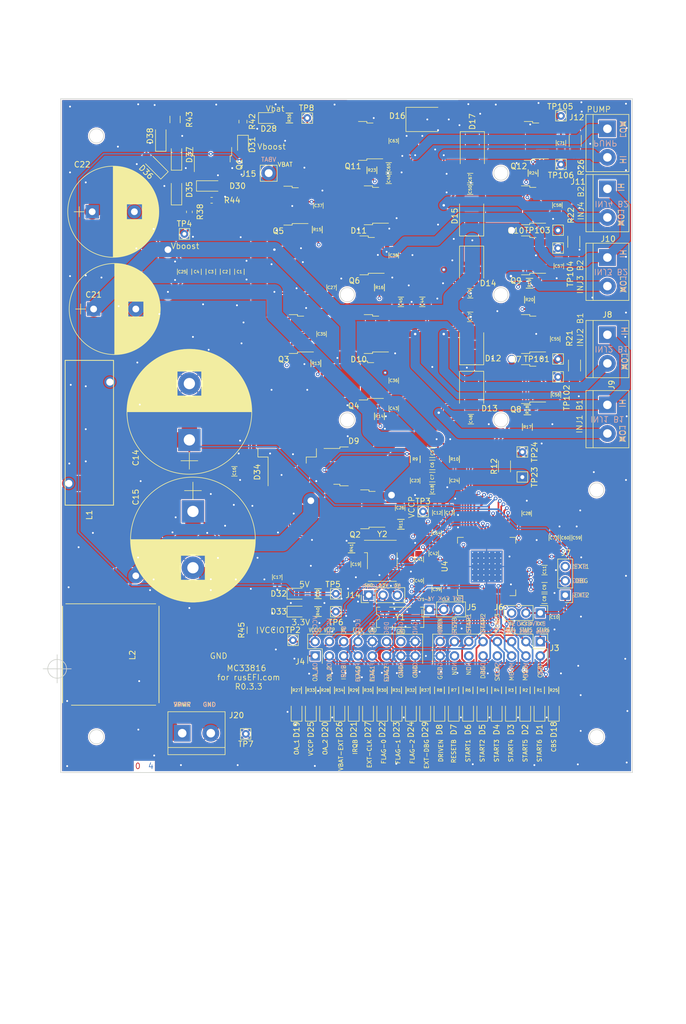
<source format=kicad_pcb>
(kicad_pcb (version 20171130) (host pcbnew "(5.1.6)-1")
  (title_block (title "Common Rail MC33816 board") (date 2020-11-26) (rev R0.3.3) (company http://rusefi.com/))
  (layers (0 F.Cu signal) (1 PWR_AN power) (2 GND power) (31 B.Cu signal) (34 B.Paste user) (35 F.Paste user) (36 B.SilkS user) (37 F.SilkS user) (38 B.Mask user) (39 F.Mask user) (44 Edge.Cuts user))
  (net 0 "")
  (net 1 GND)
  (net 2 /5V)
  (net 3 /3.3V)
  (net 4 /VCCIO)
  (net 5 /VCCP)
  (net 6 /Vbat)
  (net 7 /Vpwr)
  (net 8 /Vboost)
  (net 9 "Net-(C23-Pad1)")
  (net 10 "Net-(C24-Pad1)")
  (net 11 "Net-(C26-Pad2)")
  (net 12 "Net-(C35-Pad1)")
  (net 13 "Net-(C36-Pad1)")
  (net 14 "Net-(C37-Pad1)")
  (net 15 "Net-(C38-Pad1)")
  (net 16 "Net-(C39-Pad1)")
  (net 17 "Net-(C40-Pad1)")
  (net 18 "Net-(C41-Pad1)")
  (net 19 "Net-(C42-Pad1)")
  (net 20 "Net-(C55-Pad2)")
  (net 21 "Net-(C56-Pad2)")
  (net 22 "Net-(C57-Pad2)")
  (net 23 "Net-(C58-Pad2)")
  (net 24 "Net-(C63-Pad1)")
  (net 25 "Net-(C64-Pad2)")
  (net 26 "Net-(C71-Pad2)")
  (net 27 /START6)
  (net 28 /CSB)
  (net 29 /START5)
  (net 30 /MISO)
  (net 31 /START4)
  (net 32 /MOSI)
  (net 33 /START3)
  (net 34 /SCLK)
  (net 35 /START2)
  (net 36 /DBG_EXT2)
  (net 37 /START1)
  (net 38 /RESETB)
  (net 39 /DRVEN)
  (net 40 /OA_1)
  (net 41 /OA_2)
  (net 42 /IRQB)
  (net 43 /FLAG_0)
  (net 44 /EXT_CLK)
  (net 45 /FLAG_1)
  (net 46 /FLAG_2)
  (net 47 /DBG_EXT1)
  (net 48 /VCC2P5)
  (net 49 /BANK1_BAT)
  (net 50 /INJ_B1_HIGH)
  (net 51 /BANK2_BAT)
  (net 52 /INJ_B2_HIGH)
  (net 53 /INJ1_LOW)
  (net 54 /INJ2_LOW)
  (net 55 /INJ3_LOW)
  (net 56 /INJ4_LOW)
  (net 57 /PUMP_HIGH)
  (net 58 /PUMP_LOW)
  (net 59 /CLK)
  (net 60 /DBG)
  (net 61 /G_LS6)
  (net 62 /P_SENSE_BOOST)
  (net 63 /P_B1_SENSE)
  (net 64 /P_B2_SENSE)
  (net 65 /P_SENSE_PUMP)
  (net 66 /G_L_BOOST)
  (net 67 /G_HB1_BAT)
  (net 68 /G_HB1_BST)
  (net 69 /G_HB2_BAT)
  (net 70 /G_HB2_BST)
  (net 71 /G_L_INJ1)
  (net 72 /G_L_INJ2)
  (net 73 /G_L_INJ3)
  (net 74 /G_L_INJ4)
  (net 75 /G_PUMP)
  (net 76 /Vbuck)
  (net 77 "Net-(D1-Pad2)")
  (net 78 "Net-(D2-Pad2)")
  (net 79 "Net-(D3-Pad2)")
  (net 80 "Net-(D4-Pad2)")
  (net 81 "Net-(D5-Pad2)")
  (net 82 "Net-(D6-Pad2)")
  (net 83 "Net-(D7-Pad2)")
  (net 84 "Net-(D8-Pad2)")
  (net 85 "Net-(D18-Pad2)")
  (net 86 "Net-(D19-Pad2)")
  (net 87 "Net-(D20-Pad2)")
  (net 88 "Net-(D21-Pad2)")
  (net 89 "Net-(D22-Pad2)")
  (net 90 "Net-(D23-Pad2)")
  (net 91 "Net-(D24-Pad2)")
  (net 92 "Net-(D25-Pad2)")
  (net 93 "Net-(D26-Pad2)")
  (net 94 "Net-(D27-Pad2)")
  (net 95 "Net-(D29-Pad2)")
  (net 96 /VBAT_EXT)
  (net 97 "Net-(D28-Pad2)")
  (net 98 "Net-(D32-Pad2)")
  (net 99 "Net-(D33-Pad2)")
  (net 100 "Net-(R41-Pad2)")
  (net 101 "Net-(D30-Pad1)")
  (net 102 "Net-(D35-Pad2)")
  (net 103 "Net-(D36-Pad2)")
  (net 104 "Net-(D37-Pad2)")
  (net 105 "Net-(D38-Pad2)")
  (net 106 "Net-(D31-Pad1)")
  (net 107 "Net-(D35-Pad1)")
  (net 108 "Net-(Q1-Pad2)")
  (module Resistor_SMD:R_1206_3216Metric_Pad1.42x1.75mm_HandSolder (layer F.Cu) (at 108.331 132.207 270)
    (fp_text reference R45 (at 0 1.905 90) (layer F.SilkS))
    (fp_text value 0R010)
    (pad 2 smd roundrect (at 1.4875 0 270) (size 1.425 1.75) (layers F.Cu F.Paste F.Mask) (roundrect_rratio 0.175439) (net 4 /VCCIO))
    (pad 1 smd roundrect (at -1.4875 0 270) (size 1.425 1.75) (layers F.Cu F.Paste F.Mask) (roundrect_rratio 0.175439) (net 3 /3.3V))
  )
  (module Resistor_SMD:R_0603_1608Metric (layer F.Cu) (at 101.1175 55.88 180)
    (fp_text reference R44 (at -3.6575 0) (layer F.SilkS))
    (fp_text value 10k)
    (pad 2 smd roundrect (at 0.7875 0 180) (size 0.875 0.95) (layers F.Cu F.Paste F.Mask) (net 101 "Net-(D30-Pad1)"))
    (pad 1 smd roundrect (at -0.7875 0 180) (size 0.875 0.95) (layers F.Cu F.Paste F.Mask) (net 1 GND))
  )
  (module Resistor_SMD:R_1206_3216Metric_Pad1.42x1.75mm_HandSolder (layer F.Cu) (at 94.615 41.533 90)
    (fp_text reference R43 (at 0 2.54 90) (layer F.SilkS))
    (fp_text value 0R010)
    (pad 2 smd roundrect (at 1.4875 0 90) (size 1.425 1.75) (layers F.Cu F.Paste F.Mask) (roundrect_rratio 0.175439) (net 101 "Net-(D30-Pad1)"))
    (pad 1 smd roundrect (at -1.4875 0 90) (size 1.425 1.75) (layers F.Cu F.Paste F.Mask) (roundrect_rratio 0.175439) (net 105 "Net-(D38-Pad2)"))
  )
  (module Resistor_SMD:R_0805_2012Metric (layer F.Cu) (at 106.68 41.91 270)
    (fp_text reference R42 (at 0 -1.65 90) (layer F.SilkS))
    (fp_text value 1k)
    (pad 2 smd roundrect (at 0.9375 0 270) (size 0.975 1.4) (layers F.Cu F.Paste F.Mask) (net 106 "Net-(D31-Pad1)"))
    (pad 1 smd roundrect (at -0.9375 0 270) (size 0.975 1.4) (layers F.Cu F.Paste F.Mask) (net 108 "Net-(Q1-Pad2)"))
  )
  (module Resistor_SMD:R_0603_1608Metric (layer F.Cu) (at 97.155 57.9375 270)
    (fp_text reference R38 (at 0 -1.905 90) (layer F.SilkS))
    (fp_text value 10k)
    (pad 2 smd roundrect (at 0.7875 0 270) (size 0.875 0.95) (layers F.Cu F.Paste F.Mask) (net 8 /Vboost))
    (pad 1 smd roundrect (at -0.7875 0 270) (size 0.875 0.95) (layers F.Cu F.Paste F.Mask) (net 107 "Net-(D35-Pad1)"))
  )
  (module Package_TO_SOT_SMD:TO-252-2 (layer F.Cu) (at 101.22 45.51 90)
    (fp_text reference Q1 (at -4.02 4.825 90) (layer F.SilkS))
    (fp_text value BUK9230-100B)
    (pad 2 smd rect (at 2.1 0 90) (size 6.4 5.8) (layers F.Cu F.Mask) (net 108 "Net-(Q1-Pad2)"))
    (pad 3 smd rect (at -4.2 2.28 90) (size 2.2 1.2) (layers F.Cu F.Paste F.Mask) (net 1 GND))
    (pad 1 smd rect (at -4.2 -2.28 90) (size 2.2 1.2) (layers F.Cu F.Paste F.Mask) (net 101 "Net-(D30-Pad1)"))
  )
  (module Diode_SMD:D_MicroMELF_Handsoldering (layer F.Cu) (at 92.075 44.45 90)
    (fp_text reference D38 (at 0 -1.905 90) (layer F.SilkS))
    (fp_text value 5.7V)
    (pad 2 smd rect (at 1.45 0 90) (size 2.2 1.5) (layers F.Cu F.Paste F.Mask) (net 105 "Net-(D38-Pad2)"))
    (pad 1 smd rect (at -1.45 0 90) (size 2.2 1.5) (layers F.Cu F.Paste F.Mask) (net 104 "Net-(D37-Pad2)"))
  )
  (module Diode_SMD:D_MicroMELF_Handsoldering (layer F.Cu) (at 94.869 47.805 90)
    (fp_text reference D37 (at 0 2.286 90) (layer F.SilkS))
    (fp_text value 5.7V)
    (pad 2 smd rect (at 1.45 0 90) (size 2.2 1.5) (layers F.Cu F.Paste F.Mask) (net 104 "Net-(D37-Pad2)"))
    (pad 1 smd rect (at -1.45 0 90) (size 2.2 1.5) (layers F.Cu F.Paste F.Mask) (net 103 "Net-(D36-Pad2)"))
  )
  (module Diode_SMD:D_MicroMELF_Handsoldering (layer F.Cu) (at 90.805 49.53 135)
    (fp_text reference D36 (at 0 -1.905 135) (layer F.SilkS))
    (fp_text value 5.7V)
    (pad 2 smd rect (at 1.45 0 135) (size 2.2 1.5) (layers F.Cu F.Paste F.Mask) (net 103 "Net-(D36-Pad2)"))
    (pad 1 smd rect (at -1.45 0 135) (size 2.2 1.5) (layers F.Cu F.Paste F.Mask) (net 102 "Net-(D35-Pad2)"))
  )
  (module Diode_SMD:D_MicroMELF_Handsoldering (layer F.Cu) (at 94.869 53.975 90)
    (fp_text reference D35 (at 0 2.286 90) (layer F.SilkS))
    (fp_text value 5.7V)
    (pad 2 smd rect (at 1.45 0 90) (size 2.2 1.5) (layers F.Cu F.Paste F.Mask) (net 102 "Net-(D35-Pad2)"))
    (pad 1 smd rect (at -1.45 0 90) (size 2.2 1.5) (layers F.Cu F.Paste F.Mask) (net 107 "Net-(D35-Pad1)"))
  )
  (module Diode_SMD:D_MicroMELF_Handsoldering (layer F.Cu) (at 101.145 53.34)
    (fp_text reference D30 (at 4.572 0) (layer F.SilkS))
    (fp_text value 5.7V)
    (pad 2 smd rect (at 1.45 0) (size 2.2 1.5) (layers F.Cu F.Paste F.Mask) (net 1 GND))
    (pad 1 smd rect (at -1.45 0) (size 2.2 1.5) (layers F.Cu F.Paste F.Mask) (net 101 "Net-(D30-Pad1)"))
  )
  (module rusefi_lib:C_0805 (layer F.Cu) (at 126.746 120.523 270)
    (fp_text reference C19 (at 0 0) (layer F.SilkS) (effects (font (size 0.508 0.508) (thickness 0.1016))))
    (fp_text value 1000pF hide)
    (pad 2 smd rect (at 1 0 270) (size 1 1.25) (layers F.Cu F.Paste F.Mask) (net 1 GND))
    (pad 1 smd rect (at -1 0 270) (size 1 1.25) (layers F.Cu F.Paste F.Mask) (net 3 /3.3V))
  )
  (module rusefi_lib:R_0805 (layer F.Cu) (at 125.984 117.602)
    (fp_text reference R41 (at 0 0 90) (layer F.SilkS) (effects (font (size 0.508 0.508) (thickness 0.1016))))
    (fp_text value 10R hide)
    (pad 2 smd rect (at 0.95 0) (size 0.7 1.3) (layers F.Cu F.Paste F.Mask) (net 100 "Net-(R41-Pad2)"))
    (pad 1 smd rect (at -0.95 0) (size 0.7 1.3) (layers F.Cu F.Paste F.Mask) (net 1 GND))
  )
  (module Oscillator:Oscillator_SMD_Diodes_FN-4Pin_7.0x5.0mm (layer F.Cu) (at 131.445 119.888)
    (fp_text reference Y2 (at 0 -4.725) (layer F.SilkS))
    (fp_text value 1MHz)
    (pad 3 smd rect (at 2.2 2.54) (size 2 1.8) (layers F.Cu F.Paste F.Mask) (net 59 /CLK))
    (pad 2 smd rect (at -2.2 2.54) (size 2 1.8) (layers F.Cu F.Paste F.Mask) (net 1 GND))
    (pad 4 smd rect (at 2.2 -2.54) (size 2 1.8) (layers F.Cu F.Paste F.Mask) (net 3 /3.3V))
    (pad 1 smd rect (at -2.2 -2.54) (size 2 1.8) (layers F.Cu F.Paste F.Mask) (net 100 "Net-(R41-Pad2)"))
  )
  (module rusefi_lib:R_0805 (layer F.Cu) (at 144.272 101.854 270)
    (fp_text reference R10 (at 0 0) (layer F.SilkS) (effects (font (size 0.508 0.508) (thickness 0.1016))))
    (fp_text value 5.1R hide)
    (pad 2 smd rect (at 0.95 0 270) (size 0.7 1.3) (layers F.Cu F.Paste F.Mask) (net 10 "Net-(C24-Pad1)"))
    (pad 1 smd rect (at -0.95 0 270) (size 0.7 1.3) (layers F.Cu F.Paste F.Mask) (net 8 /Vboost))
  )
  (module rusefi_lib:R_0805 (layer F.Cu) (at 137.287 101.854 270)
    (fp_text reference R9 (at 0 0) (layer F.SilkS) (effects (font (size 0.508 0.508) (thickness 0.1016))))
    (fp_text value 5.1R hide)
    (pad 2 smd rect (at 0.95 0 270) (size 0.7 1.3) (layers F.Cu F.Paste F.Mask) (net 9 "Net-(C23-Pad1)"))
    (pad 1 smd rect (at -0.95 0 270) (size 0.7 1.3) (layers F.Cu F.Paste F.Mask) (net 76 /Vbuck))
  )
  (module rusefi_lib:C_0805 (layer F.Cu) (at 140.335 107.188 180)
    (fp_text reference C18 (at 0 0 90) (layer F.SilkS) (effects (font (size 0.508 0.508) (thickness 0.1016))))
    (fp_text value 10nF hide)
    (pad 2 smd rect (at 1 0 180) (size 1 1.25) (layers F.Cu F.Paste F.Mask) (net 62 /P_SENSE_BOOST))
    (pad 1 smd rect (at -1 0 180) (size 1 1.25) (layers F.Cu F.Paste F.Mask) (net 8 /Vboost))
  )
  (module rusefi_lib:C_0805 (layer F.Cu) (at 140.335 105.029 180)
    (fp_text reference C7 (at 0 0 90) (layer F.SilkS) (effects (font (size 0.508 0.508) (thickness 0.1016))))
    (fp_text value 100nF hide)
    (pad 2 smd rect (at 1 0 180) (size 1 1.25) (layers F.Cu F.Paste F.Mask) (net 62 /P_SENSE_BOOST))
    (pad 1 smd rect (at -1 0 180) (size 1 1.25) (layers F.Cu F.Paste F.Mask) (net 8 /Vboost))
  )
  (module rusefi_lib:C_0805 (layer F.Cu) (at 140.335 102.87 180)
    (fp_text reference C6 (at 0 0 90) (layer F.SilkS) (effects (font (size 0.508 0.508) (thickness 0.1016))))
    (fp_text value 10nF hide)
    (pad 2 smd rect (at 1 0 180) (size 1 1.25) (layers F.Cu F.Paste F.Mask) (net 62 /P_SENSE_BOOST))
    (pad 1 smd rect (at -1 0 180) (size 1 1.25) (layers F.Cu F.Paste F.Mask) (net 8 /Vboost))
  )
  (module rusefi_lib:C_0805 (layer F.Cu) (at 140.335 100.711 180)
    (fp_text reference C5 (at 0 0 90) (layer F.SilkS) (effects (font (size 0.508 0.508) (thickness 0.1016))))
    (fp_text value 100nF hide)
    (pad 2 smd rect (at 1 0 180) (size 1 1.25) (layers F.Cu F.Paste F.Mask) (net 62 /P_SENSE_BOOST))
    (pad 1 smd rect (at -1 0 180) (size 1 1.25) (layers F.Cu F.Paste F.Mask) (net 8 /Vboost))
  )
  (module Package_TO_SOT_SMD:TO-263-2 (layer F.Cu) (at 114.535 98.51 90)
    (fp_text reference D34 (at -5.63 -5.315 90) (layer F.SilkS))
    (fp_text value STTH802G-TR)
    (pad 2 smd rect (at 3.375 0 90) (size 9.4 10.8) (layers F.Cu F.Mask) (net 8 /Vboost))
    (pad 3 smd rect (at -5.775 2.54 90) (size 4.6 1.1) (layers F.Cu F.Paste F.Mask) (net 76 /Vbuck))
    (pad 1 smd rect (at -5.775 -2.54 90) (size 4.6 1.1) (layers F.Cu F.Paste F.Mask))
  )
  (module rusefi_lib:C_0805 (layer F.Cu) (at 98.425 68.58 270)
    (fp_text reference C4 (at 0 0) (layer F.SilkS) (effects (font (size 0.508 0.508) (thickness 0.1016))))
    (fp_text value 10nF hide)
    (pad 2 smd rect (at 1 0 270) (size 1 1.25) (layers F.Cu F.Paste F.Mask) (net 62 /P_SENSE_BOOST))
    (pad 1 smd rect (at -1 0 270) (size 1 1.25) (layers F.Cu F.Paste F.Mask) (net 8 /Vboost))
  )
  (module rusefi_lib:C_0805 (layer F.Cu) (at 100.965 68.58 270)
    (fp_text reference C3 (at 0 0) (layer F.SilkS) (effects (font (size 0.508 0.508) (thickness 0.1016))))
    (fp_text value 100nF hide)
    (pad 2 smd rect (at 1 0 270) (size 1 1.25) (layers F.Cu F.Paste F.Mask) (net 62 /P_SENSE_BOOST))
    (pad 1 smd rect (at -1 0 270) (size 1 1.25) (layers F.Cu F.Paste F.Mask) (net 8 /Vboost))
  )
  (module rusefi_lib:C_0805 (layer F.Cu) (at 103.505 68.58 270)
    (fp_text reference C2 (at 0 0) (layer F.SilkS) (effects (font (size 0.508 0.508) (thickness 0.1016))))
    (fp_text value 10nF hide)
    (pad 2 smd rect (at 1 0 270) (size 1 1.25) (layers F.Cu F.Paste F.Mask) (net 62 /P_SENSE_BOOST))
    (pad 1 smd rect (at -1 0 270) (size 1 1.25) (layers F.Cu F.Paste F.Mask) (net 8 /Vboost))
  )
  (module rusefi_lib:C_0805 (layer F.Cu) (at 106.045 68.58 270)
    (fp_text reference C1 (at 0 0) (layer F.SilkS) (effects (font (size 0.508 0.508) (thickness 0.1016))))
    (fp_text value 100nF hide)
    (pad 2 smd rect (at 1 0 270) (size 1 1.25) (layers F.Cu F.Paste F.Mask) (net 62 /P_SENSE_BOOST))
    (pad 1 smd rect (at -1 0 270) (size 1 1.25) (layers F.Cu F.Paste F.Mask) (net 8 /Vboost))
  )
  (module Package_TO_SOT_SMD:TO-252-2 (layer F.Cu) (at 155.695 45.339 180)
    (fp_text reference Q12 (at 0 -4.5) (layer F.SilkS))
    (fp_text value BUK9230-100B)
    (pad 2 smd rect (at 2.1 0 180) (size 6.4 5.8) (layers F.Cu F.Mask) (net 58 /PUMP_LOW))
    (pad 3 smd rect (at -4.2 2.28 180) (size 2.2 1.2) (layers F.Cu F.Paste F.Mask) (net 65 /P_SENSE_PUMP))
    (pad 1 smd rect (at -4.2 -2.28 180) (size 2.2 1.2) (layers F.Cu F.Paste F.Mask) (net 26 "Net-(C71-Pad2)"))
  )
  (module Package_TO_SOT_SMD:TO-252-2 (layer F.Cu) (at 126.231 45.339 180)
    (fp_text reference Q11 (at 0 -4.5) (layer F.SilkS))
    (fp_text value BUK9230-100B)
    (pad 2 smd rect (at 2.1 0 180) (size 6.4 5.8) (layers F.Cu F.Mask) (net 6 /Vbat))
    (pad 3 smd rect (at -4.2 2.28 180) (size 2.2 1.2) (layers F.Cu F.Paste F.Mask) (net 57 /PUMP_HIGH))
    (pad 1 smd rect (at -4.2 -2.28 180) (size 2.2 1.2) (layers F.Cu F.Paste F.Mask) (net 24 "Net-(C63-Pad1)"))
  )
  (module Package_TO_SOT_SMD:TO-252-2 (layer F.Cu) (at 155.187 56.769 180)
    (fp_text reference Q10 (at 0 -4.5) (layer F.SilkS))
    (fp_text value BUK9230-100B)
    (pad 2 smd rect (at 2.1 0 180) (size 6.4 5.8) (layers F.Cu F.Mask) (net 56 /INJ4_LOW))
    (pad 3 smd rect (at -4.2 2.28 180) (size 2.2 1.2) (layers F.Cu F.Paste F.Mask) (net 64 /P_B2_SENSE))
    (pad 1 smd rect (at -4.2 -2.28 180) (size 2.2 1.2) (layers F.Cu F.Paste F.Mask) (net 23 "Net-(C58-Pad2)"))
  )
  (module Package_TO_SOT_SMD:TO-252-2 (layer F.Cu) (at 155.187 65.659 180)
    (fp_text reference Q9 (at 0 -4.5) (layer F.SilkS))
    (fp_text value BUK9230-100B)
    (pad 2 smd rect (at 2.1 0 180) (size 6.4 5.8) (layers F.Cu F.Mask) (net 55 /INJ3_LOW))
    (pad 3 smd rect (at -4.2 2.28 180) (size 2.2 1.2) (layers F.Cu F.Paste F.Mask) (net 64 /P_B2_SENSE))
    (pad 1 smd rect (at -4.2 -2.28 180) (size 2.2 1.2) (layers F.Cu F.Paste F.Mask) (net 22 "Net-(C57-Pad2)"))
  )
  (module Package_TO_SOT_SMD:TO-252-2 (layer F.Cu) (at 155.187 88.519 180)
    (fp_text reference Q8 (at 0 -4.5) (layer F.SilkS))
    (fp_text value BUK9230-100B)
    (pad 2 smd rect (at 2.1 0 180) (size 6.4 5.8) (layers F.Cu F.Mask) (net 53 /INJ1_LOW))
    (pad 3 smd rect (at -4.2 2.28 180) (size 2.2 1.2) (layers F.Cu F.Paste F.Mask) (net 63 /P_B1_SENSE))
    (pad 1 smd rect (at -4.2 -2.28 180) (size 2.2 1.2) (layers F.Cu F.Paste F.Mask) (net 21 "Net-(C56-Pad2)"))
  )
  (module Package_TO_SOT_SMD:TO-252-2 (layer F.Cu) (at 155.187 79.629 180)
    (fp_text reference Q7 (at 0 -4.5) (layer F.SilkS))
    (fp_text value BUK9230-100B)
    (pad 2 smd rect (at 2.1 0 180) (size 6.4 5.8) (layers F.Cu F.Mask) (net 54 /INJ2_LOW))
    (pad 3 smd rect (at -4.2 2.28 180) (size 2.2 1.2) (layers F.Cu F.Paste F.Mask) (net 63 /P_B1_SENSE))
    (pad 1 smd rect (at -4.2 -2.28 180) (size 2.2 1.2) (layers F.Cu F.Paste F.Mask) (net 20 "Net-(C55-Pad2)"))
  )
  (module Package_TO_SOT_SMD:TO-252-2 (layer F.Cu) (at 126.485 65.659 180)
    (fp_text reference Q6 (at 0 -4.5) (layer F.SilkS))
    (fp_text value BUK9230-100B)
    (pad 2 smd rect (at 2.1 0 180) (size 6.4 5.8) (layers F.Cu F.Mask) (net 8 /Vboost))
    (pad 3 smd rect (at -4.2 2.28 180) (size 2.2 1.2) (layers F.Cu F.Paste F.Mask) (net 52 /INJ_B2_HIGH))
    (pad 1 smd rect (at -4.2 -2.28 180) (size 2.2 1.2) (layers F.Cu F.Paste F.Mask) (net 15 "Net-(C38-Pad1)"))
  )
  (module Package_TO_SOT_SMD:TO-252-2 (layer F.Cu) (at 112.9595 56.8325 180)
    (fp_text reference Q5 (at 0 -4.5) (layer F.SilkS))
    (fp_text value BUK9230-100B)
    (pad 2 smd rect (at 2.1 0 180) (size 6.4 5.8) (layers F.Cu F.Mask) (net 6 /Vbat))
    (pad 3 smd rect (at -4.2 2.28 180) (size 2.2 1.2) (layers F.Cu F.Paste F.Mask) (net 51 /BANK2_BAT))
    (pad 1 smd rect (at -4.2 -2.28 180) (size 2.2 1.2) (layers F.Cu F.Paste F.Mask) (net 14 "Net-(C37-Pad1)"))
  )
  (module Package_TO_SOT_SMD:TO-252-2 (layer F.Cu) (at 126.358 87.884 180)
    (fp_text reference Q4 (at 0 -4.5) (layer F.SilkS))
    (fp_text value BUK9230-100B)
    (pad 2 smd rect (at 2.1 0 180) (size 6.4 5.8) (layers F.Cu F.Mask) (net 8 /Vboost))
    (pad 3 smd rect (at -4.2 2.28 180) (size 2.2 1.2) (layers F.Cu F.Paste F.Mask) (net 50 /INJ_B1_HIGH))
    (pad 1 smd rect (at -4.2 -2.28 180) (size 2.2 1.2) (layers F.Cu F.Paste F.Mask) (net 13 "Net-(C36-Pad1)"))
  )
  (module Package_TO_SOT_SMD:TO-252-2 (layer F.Cu) (at 113.912 79.629 180)
    (fp_text reference Q3 (at 0 -4.5) (layer F.SilkS))
    (fp_text value BUK9230-100B)
    (pad 2 smd rect (at 2.1 0 180) (size 6.4 5.8) (layers F.Cu F.Mask) (net 6 /Vbat))
    (pad 3 smd rect (at -4.2 2.28 180) (size 2.2 1.2) (layers F.Cu F.Paste F.Mask) (net 49 /BANK1_BAT))
    (pad 1 smd rect (at -4.2 -2.28 180) (size 2.2 1.2) (layers F.Cu F.Paste F.Mask) (net 12 "Net-(C35-Pad1)"))
  )
  (module Package_TO_SOT_SMD:TO-252-2 (layer F.Cu) (at 126.612 110.744 180)
    (fp_text reference Q2 (at 0 -4.5) (layer F.SilkS))
    (fp_text value BUK9230-100B)
    (pad 2 smd rect (at 2.1 0 180) (size 6.4 5.8) (layers F.Cu F.Mask) (net 76 /Vbuck))
    (pad 3 smd rect (at -4.2 2.28 180) (size 2.2 1.2) (layers F.Cu F.Paste F.Mask) (net 62 /P_SENSE_BOOST))
    (pad 1 smd rect (at -4.2 -2.28 180) (size 2.2 1.2) (layers F.Cu F.Paste F.Mask) (net 11 "Net-(C26-Pad2)"))
  )
  (module Package_TO_SOT_SMD:TO-252-2 (layer F.Cu) (at 127.247 56.769 180)
    (fp_text reference D11 (at 0 -4.5) (layer F.SilkS))
    (fp_text value SBR10200CTL)
    (pad 2 smd rect (at 2.1 0 180) (size 6.4 5.8) (layers F.Cu F.Mask) (net 52 /INJ_B2_HIGH))
    (pad 3 smd rect (at -4.2 2.28 180) (size 2.2 1.2) (layers F.Cu F.Paste F.Mask) (net 51 /BANK2_BAT))
    (pad 1 smd rect (at -4.2 -2.28 180) (size 2.2 1.2) (layers F.Cu F.Paste F.Mask) (net 1 GND))
  )
  (module Package_TO_SOT_SMD:TO-252-2 (layer F.Cu) (at 127.247 79.629 180)
    (fp_text reference D10 (at 0 -4.5) (layer F.SilkS))
    (fp_text value SBR10200CTL)
    (pad 2 smd rect (at 2.1 0 180) (size 6.4 5.8) (layers F.Cu F.Mask) (net 50 /INJ_B1_HIGH))
    (pad 3 smd rect (at -4.2 2.28 180) (size 2.2 1.2) (layers F.Cu F.Paste F.Mask) (net 49 /BANK1_BAT))
    (pad 1 smd rect (at -4.2 -2.28 180) (size 2.2 1.2) (layers F.Cu F.Paste F.Mask) (net 1 GND))
  )
  (module Package_TO_SOT_SMD:TO-252-2 (layer F.Cu) (at 126.375 103.124)
    (fp_text reference D9 (at 0 -4.5) (layer F.SilkS))
    (fp_text value FFD10UP20S)
    (pad 2 smd rect (at 2.1 0) (size 6.4 5.8) (layers F.Cu F.Mask) (net 8 /Vboost))
    (pad 3 smd rect (at -4.2 2.28) (size 2.2 1.2) (layers F.Cu F.Paste F.Mask) (net 76 /Vbuck))
    (pad 1 smd rect (at -4.2 -2.28) (size 2.2 1.2) (layers F.Cu F.Paste F.Mask) (net 8 /Vboost))
  )
  (module Connector_Pin:Pin_D0.7mm_L6.5mm_W1.8mm_FlatFork (layer F.Cu) (at 118.11 41.275 90)
    (fp_text reference TP8 (at 1.778 -0.127 180) (layer F.SilkS))
    (fp_text value CONN_01X01)
    (pad 1 thru_hole circle (at 0 0 90) (size 1.4 1.4) (drill 0.7) (layers *.Cu *.Mask) (net 6 /Vbat))
  )
  (module Connector_Pin:Pin_D0.7mm_L6.5mm_W1.8mm_FlatFork (layer F.Cu) (at 163.195 49.53 270)
    (fp_text reference TP106 (at 1.905 0 180) (layer F.SilkS))
    (fp_text value CONN_01X01)
    (pad 1 thru_hole circle (at 0 0 270) (size 1.4 1.4) (drill 0.7) (layers *.Cu *.Mask) (net 1 GND))
  )
  (module Connector_Pin:Pin_D0.7mm_L6.5mm_W1.8mm_FlatFork (layer F.Cu) (at 163.195 40.894 270)
    (fp_text reference TP105 (at -1.651 0.127 180) (layer F.SilkS))
    (fp_text value CONN_01X01)
    (pad 1 thru_hole circle (at 0 0 270) (size 1.4 1.4) (drill 0.7) (layers *.Cu *.Mask) (net 65 /P_SENSE_PUMP))
  )
  (module Connector_Pin:Pin_D0.7mm_L6.5mm_W1.8mm_FlatFork (layer F.Cu) (at 162.687 64.389 270)
    (fp_text reference TP104 (at 4.572 -2.159 90) (layer F.SilkS))
    (fp_text value CONN_01X01)
    (pad 1 thru_hole circle (at 0 0 270) (size 1.4 1.4) (drill 0.7) (layers *.Cu *.Mask) (net 1 GND))
  )
  (module Connector_Pin:Pin_D0.7mm_L6.5mm_W1.8mm_FlatFork (layer F.Cu) (at 162.687 61.214 270)
    (fp_text reference TP103 (at 0 3.683 180) (layer F.SilkS))
    (fp_text value CONN_01X01)
    (pad 1 thru_hole circle (at 0 0 270) (size 1.4 1.4) (drill 0.7) (layers *.Cu *.Mask) (net 64 /P_B2_SENSE))
  )
  (module Connector_Pin:Pin_D0.7mm_L6.5mm_W1.8mm_FlatFork (layer F.Cu) (at 162.687 87.249 270)
    (fp_text reference TP102 (at 3.683 -1.524 270) (layer F.SilkS))
    (fp_text value CONN_01X01)
    (pad 1 thru_hole circle (at 0 0 270) (size 1.4 1.4) (drill 0.7) (layers *.Cu *.Mask) (net 1 GND))
  )
  (module Connector_Pin:Pin_D0.7mm_L6.5mm_W1.8mm_FlatFork (layer F.Cu) (at 162.687 84.074 270)
    (fp_text reference TP101 (at 0 3.81 180) (layer F.SilkS))
    (fp_text value CONN_01X01)
    (pad 1 thru_hole circle (at 0 0 270) (size 1.4 1.4) (drill 0.7) (layers *.Cu *.Mask) (net 63 /P_B1_SENSE))
  )
  (module Connector_Pin:Pin_D0.7mm_L6.5mm_W1.8mm_FlatFork (layer F.Cu) (at 156.337 100.584 270)
    (fp_text reference TP24 (at 0 -2.159 90) (layer F.SilkS))
    (fp_text value CONN_01X01)
    (pad 1 thru_hole circle (at 0 0 270) (size 1.4 1.4) (drill 0.7) (layers *.Cu *.Mask) (net 1 GND))
  )
  (module Connector_Pin:Pin_D0.7mm_L6.5mm_W1.8mm_FlatFork (layer F.Cu) (at 156.337 105.029 270)
    (fp_text reference TP23 (at 0 -2.159 90) (layer F.SilkS))
    (fp_text value CONN_01X01)
    (pad 1 thru_hole circle (at 0 0 270) (size 1.4 1.4) (drill 0.7) (layers *.Cu *.Mask) (net 62 /P_SENSE_BOOST))
  )
  (module Connector_Pin:Pin_D0.7mm_L6.5mm_W1.8mm_FlatFork (layer F.Cu) (at 107.188 150.622)
    (fp_text reference TP7 (at 0 1.8) (layer F.SilkS))
    (fp_text value CONN_01X01)
    (pad 1 thru_hole circle (at 0 0) (size 1.4 1.4) (drill 0.7) (layers *.Cu *.Mask) (net 1 GND))
  )
  (module Connector_Pin:Pin_D0.7mm_L6.5mm_W1.8mm_FlatFork (layer F.Cu) (at 123.19 128.905 90)
    (fp_text reference TP6 (at -1.905 0 180) (layer F.SilkS))
    (fp_text value CONN_01X01)
    (pad 1 thru_hole circle (at 0 0 90) (size 1.4 1.4) (drill 0.7) (layers *.Cu *.Mask) (net 3 /3.3V))
  )
  (module Connector_Pin:Pin_D0.7mm_L6.5mm_W1.8mm_FlatFork (layer F.Cu) (at 123.19 125.73 90)
    (fp_text reference TP5 (at 1.651 -0.508 180) (layer F.SilkS))
    (fp_text value CONN_01X01)
    (pad 1 thru_hole circle (at 0 0 90) (size 1.4 1.4) (drill 0.7) (layers *.Cu *.Mask) (net 2 /5V))
  )
  (module Connector_Pin:Pin_D0.7mm_L6.5mm_W1.8mm_FlatFork (layer F.Cu) (at 96.266 61.849 180)
    (fp_text reference TP4 (at 0 1.8) (layer F.SilkS))
    (fp_text value CONN_01X01)
    (pad 1 thru_hole circle (at 0 0 180) (size 1.4 1.4) (drill 0.7) (layers *.Cu *.Mask) (net 8 /Vboost))
  )
  (module Connector_Pin:Pin_D0.7mm_L6.5mm_W1.8mm_FlatFork (layer F.Cu) (at 138.684 111.125 180)
    (fp_text reference TP3 (at 0 1.8) (layer F.SilkS))
    (fp_text value CONN_01X01)
    (pad 1 thru_hole circle (at 0 0 180) (size 1.4 1.4) (drill 0.7) (layers *.Cu *.Mask) (net 5 /VCCP))
  )
  (module Connector_Pin:Pin_D0.7mm_L6.5mm_W1.8mm_FlatFork (layer F.Cu) (at 115.57 133.985 180)
    (fp_text reference TP2 (at 0 1.8) (layer F.SilkS))
    (fp_text value CONN_01X01)
    (pad 1 thru_hole circle (at 0 0 180) (size 1.4 1.4) (drill 0.7) (layers *.Cu *.Mask) (net 4 /VCCIO))
  )
  (module rusefi_lib:R_0805 (layer F.Cu) (at 120.015 128.905)
    (fp_text reference R40 (at 0 0 90) (layer F.SilkS) (effects (font (size 0.508 0.508) (thickness 0.1016))))
    (fp_text value 1k hide)
    (pad 2 smd rect (at 0.95 0) (size 0.7 1.3) (layers F.Cu F.Paste F.Mask) (net 3 /3.3V))
    (pad 1 smd rect (at -0.95 0) (size 0.7 1.3) (layers F.Cu F.Paste F.Mask) (net 99 "Net-(D33-Pad2)"))
  )
  (module rusefi_lib:R_0805 (layer F.Cu) (at 120.015 125.73)
    (fp_text reference R39 (at 0 0 90) (layer F.SilkS) (effects (font (size 0.508 0.508) (thickness 0.1016))))
    (fp_text value 1k hide)
    (pad 2 smd rect (at 0.95 0) (size 0.7 1.3) (layers F.Cu F.Paste F.Mask) (net 2 /5V))
    (pad 1 smd rect (at -0.95 0) (size 0.7 1.3) (layers F.Cu F.Paste F.Mask) (net 98 "Net-(D32-Pad2)"))
  )
  (module rusefi_lib:R_0805 (layer F.Cu) (at 114.935 41.275)
    (fp_text reference R36 (at 0 0 90) (layer F.SilkS) (effects (font (size 0.508 0.508) (thickness 0.1016))))
    (fp_text value 1k hide)
    (pad 2 smd rect (at 0.95 0) (size 0.7 1.3) (layers F.Cu F.Paste F.Mask) (net 6 /Vbat))
    (pad 1 smd rect (at -0.95 0) (size 0.7 1.3) (layers F.Cu F.Paste F.Mask) (net 97 "Net-(D28-Pad2)"))
  )
  (module LED_SMD:LED_0805_2012Metric (layer F.Cu) (at 116.205 128.905)
    (fp_text reference D33 (at -3.175 0) (layer F.SilkS))
    (fp_text value LED_Small)
    (pad 2 smd roundrect (at 0.9375 0) (size 0.975 1.4) (layers F.Cu F.Paste F.Mask) (net 99 "Net-(D33-Pad2)"))
    (pad 1 smd roundrect (at -0.9375 0) (size 0.975 1.4) (layers F.Cu F.Paste F.Mask) (net 1 GND))
  )
  (module LED_SMD:LED_0805_2012Metric (layer F.Cu) (at 116.205 125.73)
    (fp_text reference D32 (at -3.175 0) (layer F.SilkS))
    (fp_text value LED_Small)
    (pad 2 smd roundrect (at 0.9375 0) (size 0.975 1.4) (layers F.Cu F.Paste F.Mask) (net 98 "Net-(D32-Pad2)"))
    (pad 1 smd roundrect (at -0.9375 0) (size 0.975 1.4) (layers F.Cu F.Paste F.Mask) (net 1 GND))
  )
  (module LED_SMD:LED_0805_2012Metric (layer F.Cu) (at 111.125 41.275)
    (fp_text reference D28 (at 0.127 1.905) (layer F.SilkS))
    (fp_text value LED_Small)
    (pad 2 smd roundrect (at 0.9375 0) (size 0.975 1.4) (layers F.Cu F.Paste F.Mask) (net 97 "Net-(D28-Pad2)"))
    (pad 1 smd roundrect (at -0.9375 0) (size 0.975 1.4) (layers F.Cu F.Paste F.Mask) (net 1 GND))
  )
  (module rusefi_lib:R_0805 (layer F.Cu) (at 139.065 142.875 90)
    (fp_text reference R37 (at 0 0) (layer F.SilkS) (effects (font (size 0.508 0.508) (thickness 0.1016))))
    (fp_text value 1k hide)
    (pad 2 smd rect (at 0.95 0 90) (size 0.7 1.3) (layers F.Cu F.Paste F.Mask) (net 47 /DBG_EXT1))
    (pad 1 smd rect (at -0.95 0 90) (size 0.7 1.3) (layers F.Cu F.Paste F.Mask) (net 95 "Net-(D29-Pad2)"))
  )
  (module rusefi_lib:R_0805 (layer F.Cu) (at 128.905 142.875 90)
    (fp_text reference R35 (at 0 0) (layer F.SilkS) (effects (font (size 0.508 0.508) (thickness 0.1016))))
    (fp_text value 1k hide)
    (pad 2 smd rect (at 0.95 0 90) (size 0.7 1.3) (layers F.Cu F.Paste F.Mask) (net 44 /EXT_CLK))
    (pad 1 smd rect (at -0.95 0 90) (size 0.7 1.3) (layers F.Cu F.Paste F.Mask) (net 94 "Net-(D27-Pad2)"))
  )
  (module rusefi_lib:R_0805 (layer F.Cu) (at 123.825 142.875 90)
    (fp_text reference R34 (at 0 0) (layer F.SilkS) (effects (font (size 0.508 0.508) (thickness 0.1016))))
    (fp_text value 1k hide)
    (pad 2 smd rect (at 0.95 0 90) (size 0.7 1.3) (layers F.Cu F.Paste F.Mask) (net 96 /VBAT_EXT))
    (pad 1 smd rect (at -0.95 0 90) (size 0.7 1.3) (layers F.Cu F.Paste F.Mask) (net 93 "Net-(D26-Pad2)"))
  )
  (module rusefi_lib:R_0805 (layer F.Cu) (at 118.745 142.875 90)
    (fp_text reference R33 (at 0 0) (layer F.SilkS) (effects (font (size 0.508 0.508) (thickness 0.1016))))
    (fp_text value 1k hide)
    (pad 2 smd rect (at 0.95 0 90) (size 0.7 1.3) (layers F.Cu F.Paste F.Mask) (net 5 /VCCP))
    (pad 1 smd rect (at -0.95 0 90) (size 0.7 1.3) (layers F.Cu F.Paste F.Mask) (net 92 "Net-(D25-Pad2)"))
  )
  (module rusefi_lib:R_0805 (layer F.Cu) (at 136.525 142.875 90)
    (fp_text reference R32 (at 0 0) (layer F.SilkS) (effects (font (size 0.508 0.508) (thickness 0.1016))))
    (fp_text value 1k hide)
    (pad 2 smd rect (at 0.95 0 90) (size 0.7 1.3) (layers F.Cu F.Paste F.Mask) (net 46 /FLAG_2))
    (pad 1 smd rect (at -0.95 0 90) (size 0.7 1.3) (layers F.Cu F.Paste F.Mask) (net 91 "Net-(D24-Pad2)"))
  )
  (module rusefi_lib:R_0805 (layer F.Cu) (at 133.985 142.875 90)
    (fp_text reference R31 (at 0 0) (layer F.SilkS) (effects (font (size 0.508 0.508) (thickness 0.1016))))
    (fp_text value 1k hide)
    (pad 2 smd rect (at 0.95 0 90) (size 0.7 1.3) (layers F.Cu F.Paste F.Mask) (net 45 /FLAG_1))
    (pad 1 smd rect (at -0.95 0 90) (size 0.7 1.3) (layers F.Cu F.Paste F.Mask) (net 90 "Net-(D23-Pad2)"))
  )
  (module rusefi_lib:R_0805 (layer F.Cu) (at 131.445 142.875 90)
    (fp_text reference R30 (at 0 0) (layer F.SilkS) (effects (font (size 0.508 0.508) (thickness 0.1016))))
    (fp_text value 1k hide)
    (pad 2 smd rect (at 0.95 0 90) (size 0.7 1.3) (layers F.Cu F.Paste F.Mask) (net 43 /FLAG_0))
    (pad 1 smd rect (at -0.95 0 90) (size 0.7 1.3) (layers F.Cu F.Paste F.Mask) (net 89 "Net-(D22-Pad2)"))
  )
  (module rusefi_lib:R_0805 (layer F.Cu) (at 126.365 142.875 90)
    (fp_text reference R29 (at 0 0) (layer F.SilkS) (effects (font (size 0.508 0.508) (thickness 0.1016))))
    (fp_text value 1k hide)
    (pad 2 smd rect (at 0.95 0 90) (size 0.7 1.3) (layers F.Cu F.Paste F.Mask) (net 42 /IRQB))
    (pad 1 smd rect (at -0.95 0 90) (size 0.7 1.3) (layers F.Cu F.Paste F.Mask) (net 88 "Net-(D21-Pad2)"))
  )
  (module rusefi_lib:R_0805 (layer F.Cu) (at 121.285 142.875 90)
    (fp_text reference R28 (at 0 0) (layer F.SilkS) (effects (font (size 0.508 0.508) (thickness 0.1016))))
    (fp_text value 1k hide)
    (pad 2 smd rect (at 0.95 0 90) (size 0.7 1.3) (layers F.Cu F.Paste F.Mask) (net 41 /OA_2))
    (pad 1 smd rect (at -0.95 0 90) (size 0.7 1.3) (layers F.Cu F.Paste F.Mask) (net 87 "Net-(D20-Pad2)"))
  )
  (module rusefi_lib:R_0805 (layer F.Cu) (at 116.205 142.875 90)
    (fp_text reference R27 (at 0 0) (layer F.SilkS) (effects (font (size 0.508 0.508) (thickness 0.1016))))
    (fp_text value 1k hide)
    (pad 2 smd rect (at 0.95 0 90) (size 0.7 1.3) (layers F.Cu F.Paste F.Mask) (net 40 /OA_1))
    (pad 1 smd rect (at -0.95 0 90) (size 0.7 1.3) (layers F.Cu F.Paste F.Mask) (net 86 "Net-(D19-Pad2)"))
  )
  (module rusefi_lib:R_0805 (layer F.Cu) (at 161.925 142.875 90)
    (fp_text reference R25 (at 0 0) (layer F.SilkS) (effects (font (size 0.508 0.508) (thickness 0.1016))))
    (fp_text value 1k hide)
    (pad 2 smd rect (at 0.95 0 90) (size 0.7 1.3) (layers F.Cu F.Paste F.Mask) (net 28 /CSB))
    (pad 1 smd rect (at -0.95 0 90) (size 0.7 1.3) (layers F.Cu F.Paste F.Mask) (net 85 "Net-(D18-Pad2)"))
  )
  (module rusefi_lib:R_0805 (layer F.Cu) (at 158.242 51.054 270)
    (fp_text reference R24 (at 0 0) (layer F.SilkS) (effects (font (size 0.508 0.508) (thickness 0.1016))))
    (fp_text value 10R hide)
    (pad 2 smd rect (at 0.95 0 270) (size 0.7 1.3) (layers F.Cu F.Paste F.Mask) (net 75 /G_PUMP))
    (pad 1 smd rect (at -0.95 0 270) (size 0.7 1.3) (layers F.Cu F.Paste F.Mask) (net 26 "Net-(C71-Pad2)"))
  )
  (module rusefi_lib:R_0805 (layer F.Cu) (at 129.6035 50.546 270)
    (fp_text reference R23 (at 0 0) (layer F.SilkS) (effects (font (size 0.508 0.508) (thickness 0.1016))))
    (fp_text value 10R hide)
    (pad 2 smd rect (at 0.95 0 270) (size 0.7 1.3) (layers F.Cu F.Paste F.Mask) (net 61 /G_LS6))
    (pad 1 smd rect (at -0.95 0 270) (size 0.7 1.3) (layers F.Cu F.Paste F.Mask) (net 24 "Net-(C63-Pad1)"))
  )
  (module rusefi_lib:R_0805 (layer F.Cu) (at 157.607 73.533 270)
    (fp_text reference R20 (at 0 0) (layer F.SilkS) (effects (font (size 0.508 0.508) (thickness 0.1016))))
    (fp_text value 10R hide)
    (pad 2 smd rect (at 0.95 0 270) (size 0.7 1.3) (layers F.Cu F.Paste F.Mask) (net 74 /G_L_INJ4))
    (pad 1 smd rect (at -0.95 0 270) (size 0.7 1.3) (layers F.Cu F.Paste F.Mask) (net 23 "Net-(C58-Pad2)"))
  )
  (module rusefi_lib:R_0805 (layer F.Cu) (at 157.607 70.612 180)
    (fp_text reference R19 (at 0 0 90) (layer F.SilkS) (effects (font (size 0.508 0.508) (thickness 0.1016))))
    (fp_text value 10R hide)
    (pad 2 smd rect (at 0.95 0 180) (size 0.7 1.3) (layers F.Cu F.Paste F.Mask) (net 73 /G_L_INJ3))
    (pad 1 smd rect (at -0.95 0 180) (size 0.7 1.3) (layers F.Cu F.Paste F.Mask) (net 22 "Net-(C57-Pad2)"))
  )
  (module rusefi_lib:R_0805 (layer F.Cu) (at 157.226 93.091 180)
    (fp_text reference R18 (at 0 0 90) (layer F.SilkS) (effects (font (size 0.508 0.508) (thickness 0.1016))))
    (fp_text value 10R hide)
    (pad 2 smd rect (at 0.95 0 180) (size 0.7 1.3) (layers F.Cu F.Paste F.Mask) (net 71 /G_L_INJ1))
    (pad 1 smd rect (at -0.95 0 180) (size 0.7 1.3) (layers F.Cu F.Paste F.Mask) (net 21 "Net-(C56-Pad2)"))
  )
  (module rusefi_lib:R_0805 (layer F.Cu) (at 157.226 96.139 270)
    (fp_text reference R17 (at 0 0) (layer F.SilkS) (effects (font (size 0.508 0.508) (thickness 0.1016))))
    (fp_text value 10R hide)
    (pad 2 smd rect (at 0.95 0 270) (size 0.7 1.3) (layers F.Cu F.Paste F.Mask) (net 72 /G_L_INJ2))
    (pad 1 smd rect (at -0.95 0 270) (size 0.7 1.3) (layers F.Cu F.Paste F.Mask) (net 20 "Net-(C55-Pad2)"))
  )
  (module rusefi_lib:R_0805 (layer F.Cu) (at 130.937 71.374 270)
    (fp_text reference R16 (at 0 0) (layer F.SilkS) (effects (font (size 0.508 0.508) (thickness 0.1016))))
    (fp_text value 10R hide)
    (pad 2 smd rect (at 0.95 0 270) (size 0.7 1.3) (layers F.Cu F.Paste F.Mask) (net 70 /G_HB2_BST))
    (pad 1 smd rect (at -0.95 0 270) (size 0.7 1.3) (layers F.Cu F.Paste F.Mask) (net 15 "Net-(C38-Pad1)"))
  )
  (module rusefi_lib:R_0805 (layer F.Cu) (at 119.888 61.087 270)
    (fp_text reference R15 (at 0 0) (layer F.SilkS) (effects (font (size 0.508 0.508) (thickness 0.1016))))
    (fp_text value 10R hide)
    (pad 2 smd rect (at 0.95 0 270) (size 0.7 1.3) (layers F.Cu F.Paste F.Mask) (net 69 /G_HB2_BAT))
    (pad 1 smd rect (at -0.95 0 270) (size 0.7 1.3) (layers F.Cu F.Paste F.Mask) (net 14 "Net-(C37-Pad1)"))
  )
  (module rusefi_lib:R_0805 (layer F.Cu) (at 130.937 94.234 270)
    (fp_text reference R14 (at 0 0) (layer F.SilkS) (effects (font (size 0.508 0.508) (thickness 0.1016))))
    (fp_text value 10R hide)
    (pad 2 smd rect (at 0.95 0 270) (size 0.7 1.3) (layers F.Cu F.Paste F.Mask) (net 68 /G_HB1_BST))
    (pad 1 smd rect (at -0.95 0 270) (size 0.7 1.3) (layers F.Cu F.Paste F.Mask) (net 13 "Net-(C36-Pad1)"))
  )
  (module rusefi_lib:R_0805 (layer F.Cu) (at 119.634 84.836 270)
    (fp_text reference R13 (at 0 0) (layer F.SilkS) (effects (font (size 0.508 0.508) (thickness 0.1016))))
    (fp_text value 10R hide)
    (pad 2 smd rect (at 0.95 0 270) (size 0.7 1.3) (layers F.Cu F.Paste F.Mask) (net 67 /G_HB1_BAT))
    (pad 1 smd rect (at -0.95 0 270) (size 0.7 1.3) (layers F.Cu F.Paste F.Mask) (net 12 "Net-(C35-Pad1)"))
  )
  (module rusefi_lib:R_0805 (layer F.Cu) (at 134.747 113.411)
    (fp_text reference R11 (at 0 0 90) (layer F.SilkS) (effects (font (size 0.508 0.508) (thickness 0.1016))))
    (fp_text value 10R hide)
    (pad 2 smd rect (at 0.95 0) (size 0.7 1.3) (layers F.Cu F.Paste F.Mask) (net 66 /G_L_BOOST))
    (pad 1 smd rect (at -0.95 0) (size 0.7 1.3) (layers F.Cu F.Paste F.Mask) (net 11 "Net-(C26-Pad2)"))
  )
  (module rusefi_lib:R_0805 (layer F.Cu) (at 141.605 142.875 90)
    (fp_text reference R8 (at 0 0) (layer F.SilkS) (effects (font (size 0.508 0.508) (thickness 0.1016))))
    (fp_text value 1k hide)
    (pad 2 smd rect (at 0.95 0 90) (size 0.7 1.3) (layers F.Cu F.Paste F.Mask) (net 39 /DRVEN))
    (pad 1 smd rect (at -0.95 0 90) (size 0.7 1.3) (layers F.Cu F.Paste F.Mask) (net 84 "Net-(D8-Pad2)"))
  )
  (module rusefi_lib:R_0805 (layer F.Cu) (at 144.145 142.875 90)
    (fp_text reference R7 (at 0 0) (layer F.SilkS) (effects (font (size 0.508 0.508) (thickness 0.1016))))
    (fp_text value 1k hide)
    (pad 2 smd rect (at 0.95 0 90) (size 0.7 1.3) (layers F.Cu F.Paste F.Mask) (net 38 /RESETB))
    (pad 1 smd rect (at -0.95 0 90) (size 0.7 1.3) (layers F.Cu F.Paste F.Mask) (net 83 "Net-(D7-Pad2)"))
  )
  (module rusefi_lib:R_0805 (layer F.Cu) (at 146.685 142.875 90)
    (fp_text reference R6 (at 0 0) (layer F.SilkS) (effects (font (size 0.508 0.508) (thickness 0.1016))))
    (fp_text value 1k hide)
    (pad 2 smd rect (at 0.95 0 90) (size 0.7 1.3) (layers F.Cu F.Paste F.Mask) (net 37 /START1))
    (pad 1 smd rect (at -0.95 0 90) (size 0.7 1.3) (layers F.Cu F.Paste F.Mask) (net 82 "Net-(D6-Pad2)"))
  )
  (module rusefi_lib:R_0805 (layer F.Cu) (at 149.225 142.875 90)
    (fp_text reference R5 (at 0 0) (layer F.SilkS) (effects (font (size 0.508 0.508) (thickness 0.1016))))
    (fp_text value 1k hide)
    (pad 2 smd rect (at 0.95 0 90) (size 0.7 1.3) (layers F.Cu F.Paste F.Mask) (net 35 /START2))
    (pad 1 smd rect (at -0.95 0 90) (size 0.7 1.3) (layers F.Cu F.Paste F.Mask) (net 81 "Net-(D5-Pad2)"))
  )
  (module rusefi_lib:R_0805 (layer F.Cu) (at 151.765 142.875 90)
    (fp_text reference R4 (at 0 0) (layer F.SilkS) (effects (font (size 0.508 0.508) (thickness 0.1016))))
    (fp_text value 1k hide)
    (pad 2 smd rect (at 0.95 0 90) (size 0.7 1.3) (layers F.Cu F.Paste F.Mask) (net 33 /START3))
    (pad 1 smd rect (at -0.95 0 90) (size 0.7 1.3) (layers F.Cu F.Paste F.Mask) (net 80 "Net-(D4-Pad2)"))
  )
  (module rusefi_lib:R_0805 (layer F.Cu) (at 154.305 142.875 90)
    (fp_text reference R3 (at 0 0) (layer F.SilkS) (effects (font (size 0.508 0.508) (thickness 0.1016))))
    (fp_text value 1k hide)
    (pad 2 smd rect (at 0.95 0 90) (size 0.7 1.3) (layers F.Cu F.Paste F.Mask) (net 31 /START4))
    (pad 1 smd rect (at -0.95 0 90) (size 0.7 1.3) (layers F.Cu F.Paste F.Mask) (net 79 "Net-(D3-Pad2)"))
  )
  (module rusefi_lib:R_0805 (layer F.Cu) (at 156.845 142.875 90)
    (fp_text reference R2 (at 0 0) (layer F.SilkS) (effects (font (size 0.508 0.508) (thickness 0.1016))))
    (fp_text value 1k hide)
    (pad 2 smd rect (at 0.95 0 90) (size 0.7 1.3) (layers F.Cu F.Paste F.Mask) (net 29 /START5))
    (pad 1 smd rect (at -0.95 0 90) (size 0.7 1.3) (layers F.Cu F.Paste F.Mask) (net 78 "Net-(D2-Pad2)"))
  )
  (module rusefi_lib:R_0805 (layer F.Cu) (at 159.385 142.875 90)
    (fp_text reference R1 (at 0 0) (layer F.SilkS) (effects (font (size 0.508 0.508) (thickness 0.1016))))
    (fp_text value 1k hide)
    (pad 2 smd rect (at 0.95 0 90) (size 0.7 1.3) (layers F.Cu F.Paste F.Mask) (net 27 /START6))
    (pad 1 smd rect (at -0.95 0 90) (size 0.7 1.3) (layers F.Cu F.Paste F.Mask) (net 77 "Net-(D1-Pad2)"))
  )
  (module rusefi_lib:IHLP6767GZER100M01 (layer F.Cu) (at 83.185 136.525 270)
    (fp_text reference L2 (at 0.09906 -3.85064 270) (layer F.SilkS))
    (fp_text value 10uH hide)
    (pad 1 smd rect (at -8.1225 0 270) (size 3.825 12.32) (layers F.Cu F.Paste F.Mask) (net 76 /Vbuck))
    (pad 2 smd rect (at 8.1225 0 270) (size 3.825 12.32) (layers F.Cu F.Paste F.Mask) (net 7 /Vpwr))
  )
  (module rusefi_lib:744710610-Inductor (layer F.Cu) (at 79.375 97.155 90)
    (fp_text reference L1 (at -14.605 0 270) (layer F.SilkS))
    (fp_text value 6uH hide)
    (pad 2 thru_hole circle (at 9 3.65 90) (size 2.032 2.032) (drill 1.27) (layers *.Cu *.Mask) (net 6 /Vbat))
    (pad 1 thru_hole circle (at -9 -3.65 90) (size 2.032 2.032) (drill 1.27) (layers *.Cu *.Mask) (net 7 /Vpwr))
  )
  (module LED_SMD:LED_0805_2012Metric (layer F.Cu) (at 106.68 46.0225 270)
    (fp_text reference D31 (at 0 -1.65 90) (layer F.SilkS))
    (fp_text value LED_Small)
    (pad 2 smd roundrect (at 0.9375 0 270) (size 0.975 1.4) (layers F.Cu F.Paste F.Mask) (net 2 /5V))
    (pad 1 smd roundrect (at -0.9375 0 270) (size 0.975 1.4) (layers F.Cu F.Paste F.Mask) (net 106 "Net-(D31-Pad1)"))
  )
  (module LED_SMD:LED_0805_2012Metric (layer F.Cu) (at 139.065 146.685 90)
    (fp_text reference D29 (at -3.175 0 90) (layer F.SilkS))
    (fp_text value LED_Small)
    (pad 2 smd roundrect (at 0.9375 0 90) (size 0.975 1.4) (layers F.Cu F.Paste F.Mask) (net 95 "Net-(D29-Pad2)"))
    (pad 1 smd roundrect (at -0.9375 0 90) (size 0.975 1.4) (layers F.Cu F.Paste F.Mask) (net 1 GND))
  )
  (module LED_SMD:LED_0805_2012Metric (layer F.Cu) (at 128.905 146.685 90)
    (fp_text reference D27 (at -3.175 0 90) (layer F.SilkS))
    (fp_text value LED_Small)
    (pad 2 smd roundrect (at 0.9375 0 90) (size 0.975 1.4) (layers F.Cu F.Paste F.Mask) (net 94 "Net-(D27-Pad2)"))
    (pad 1 smd roundrect (at -0.9375 0 90) (size 0.975 1.4) (layers F.Cu F.Paste F.Mask) (net 1 GND))
  )
  (module LED_SMD:LED_0805_2012Metric (layer F.Cu) (at 123.825 146.685 90)
    (fp_text reference D26 (at -3.175 0 90) (layer F.SilkS))
    (fp_text value LED_Small)
    (pad 2 smd roundrect (at 0.9375 0 90) (size 0.975 1.4) (layers F.Cu F.Paste F.Mask) (net 93 "Net-(D26-Pad2)"))
    (pad 1 smd roundrect (at -0.9375 0 90) (size 0.975 1.4) (layers F.Cu F.Paste F.Mask) (net 1 GND))
  )
  (module LED_SMD:LED_0805_2012Metric (layer F.Cu) (at 118.745 146.685 90)
    (fp_text reference D25 (at -3.175 0 90) (layer F.SilkS))
    (fp_text value LED_Small)
    (pad 2 smd roundrect (at 0.9375 0 90) (size 0.975 1.4) (layers F.Cu F.Paste F.Mask) (net 92 "Net-(D25-Pad2)"))
    (pad 1 smd roundrect (at -0.9375 0 90) (size 0.975 1.4) (layers F.Cu F.Paste F.Mask) (net 1 GND))
  )
  (module LED_SMD:LED_0805_2012Metric (layer F.Cu) (at 136.525 146.685 90)
    (fp_text reference D24 (at -3.175 0 90) (layer F.SilkS))
    (fp_text value LED_Small)
    (pad 2 smd roundrect (at 0.9375 0 90) (size 0.975 1.4) (layers F.Cu F.Paste F.Mask) (net 91 "Net-(D24-Pad2)"))
    (pad 1 smd roundrect (at -0.9375 0 90) (size 0.975 1.4) (layers F.Cu F.Paste F.Mask) (net 1 GND))
  )
  (module LED_SMD:LED_0805_2012Metric (layer F.Cu) (at 133.985 146.685 90)
    (fp_text reference D23 (at -3.175 0 90) (layer F.SilkS))
    (fp_text value LED_Small)
    (pad 2 smd roundrect (at 0.9375 0 90) (size 0.975 1.4) (layers F.Cu F.Paste F.Mask) (net 90 "Net-(D23-Pad2)"))
    (pad 1 smd roundrect (at -0.9375 0 90) (size 0.975 1.4) (layers F.Cu F.Paste F.Mask) (net 1 GND))
  )
  (module LED_SMD:LED_0805_2012Metric (layer F.Cu) (at 131.445 146.685 90)
    (fp_text reference D22 (at -3.175 0 90) (layer F.SilkS))
    (fp_text value LED_Small)
    (pad 2 smd roundrect (at 0.9375 0 90) (size 0.975 1.4) (layers F.Cu F.Paste F.Mask) (net 89 "Net-(D22-Pad2)"))
    (pad 1 smd roundrect (at -0.9375 0 90) (size 0.975 1.4) (layers F.Cu F.Paste F.Mask) (net 1 GND))
  )
  (module LED_SMD:LED_0805_2012Metric (layer F.Cu) (at 126.365 146.685 90)
    (fp_text reference D21 (at -3.175 0 90) (layer F.SilkS))
    (fp_text value LED_Small)
    (pad 2 smd roundrect (at 0.9375 0 90) (size 0.975 1.4) (layers F.Cu F.Paste F.Mask) (net 88 "Net-(D21-Pad2)"))
    (pad 1 smd roundrect (at -0.9375 0 90) (size 0.975 1.4) (layers F.Cu F.Paste F.Mask) (net 1 GND))
  )
  (module LED_SMD:LED_0805_2012Metric (layer F.Cu) (at 121.285 146.685 90)
    (fp_text reference D20 (at -3.175 0 90) (layer F.SilkS))
    (fp_text value LED_Small)
    (pad 2 smd roundrect (at 0.9375 0 90) (size 0.975 1.4) (layers F.Cu F.Paste F.Mask) (net 87 "Net-(D20-Pad2)"))
    (pad 1 smd roundrect (at -0.9375 0 90) (size 0.975 1.4) (layers F.Cu F.Paste F.Mask) (net 1 GND))
  )
  (module LED_SMD:LED_0805_2012Metric (layer F.Cu) (at 116.205 146.685 90)
    (fp_text reference D19 (at -3.175 0 90) (layer F.SilkS))
    (fp_text value LED_Small)
    (pad 2 smd roundrect (at 0.9375 0 90) (size 0.975 1.4) (layers F.Cu F.Paste F.Mask) (net 86 "Net-(D19-Pad2)"))
    (pad 1 smd roundrect (at -0.9375 0 90) (size 0.975 1.4) (layers F.Cu F.Paste F.Mask) (net 1 GND))
  )
  (module LED_SMD:LED_0805_2012Metric (layer F.Cu) (at 161.925 146.685 90)
    (fp_text reference D18 (at -3.175 0 90) (layer F.SilkS))
    (fp_text value LED_Small)
    (pad 2 smd roundrect (at 0.9375 0 90) (size 0.975 1.4) (layers F.Cu F.Paste F.Mask) (net 85 "Net-(D18-Pad2)"))
    (pad 1 smd roundrect (at -0.9375 0 90) (size 0.975 1.4) (layers F.Cu F.Paste F.Mask) (net 1 GND))
  )
  (module LED_SMD:LED_0805_2012Metric (layer F.Cu) (at 141.605 146.685 90)
    (fp_text reference D8 (at -3.175 0 90) (layer F.SilkS))
    (fp_text value LED_Small)
    (pad 2 smd roundrect (at 0.9375 0 90) (size 0.975 1.4) (layers F.Cu F.Paste F.Mask) (net 84 "Net-(D8-Pad2)"))
    (pad 1 smd roundrect (at -0.9375 0 90) (size 0.975 1.4) (layers F.Cu F.Paste F.Mask) (net 1 GND))
  )
  (module LED_SMD:LED_0805_2012Metric (layer F.Cu) (at 144.145 146.685 90)
    (fp_text reference D7 (at -3.175 0 90) (layer F.SilkS))
    (fp_text value LED_Small)
    (pad 2 smd roundrect (at 0.9375 0 90) (size 0.975 1.4) (layers F.Cu F.Paste F.Mask) (net 83 "Net-(D7-Pad2)"))
    (pad 1 smd roundrect (at -0.9375 0 90) (size 0.975 1.4) (layers F.Cu F.Paste F.Mask) (net 1 GND))
  )
  (module LED_SMD:LED_0805_2012Metric (layer F.Cu) (at 146.685 146.685 90)
    (fp_text reference D6 (at -3.175 0 90) (layer F.SilkS))
    (fp_text value LED_Small)
    (pad 2 smd roundrect (at 0.9375 0 90) (size 0.975 1.4) (layers F.Cu F.Paste F.Mask) (net 82 "Net-(D6-Pad2)"))
    (pad 1 smd roundrect (at -0.9375 0 90) (size 0.975 1.4) (layers F.Cu F.Paste F.Mask) (net 1 GND))
  )
  (module LED_SMD:LED_0805_2012Metric (layer F.Cu) (at 149.225 146.685 90)
    (fp_text reference D5 (at -3.175 0 90) (layer F.SilkS))
    (fp_text value LED_Small)
    (pad 2 smd roundrect (at 0.9375 0 90) (size 0.975 1.4) (layers F.Cu F.Paste F.Mask) (net 81 "Net-(D5-Pad2)"))
    (pad 1 smd roundrect (at -0.9375 0 90) (size 0.975 1.4) (layers F.Cu F.Paste F.Mask) (net 1 GND))
  )
  (module LED_SMD:LED_0805_2012Metric (layer F.Cu) (at 151.765 146.685 90)
    (fp_text reference D4 (at -3.175 0 90) (layer F.SilkS))
    (fp_text value LED_Small)
    (pad 2 smd roundrect (at 0.9375 0 90) (size 0.975 1.4) (layers F.Cu F.Paste F.Mask) (net 80 "Net-(D4-Pad2)"))
    (pad 1 smd roundrect (at -0.9375 0 90) (size 0.975 1.4) (layers F.Cu F.Paste F.Mask) (net 1 GND))
  )
  (module LED_SMD:LED_0805_2012Metric (layer F.Cu) (at 154.305 146.685 90)
    (fp_text reference D3 (at -3.175 0 90) (layer F.SilkS))
    (fp_text value LED_Small)
    (pad 2 smd roundrect (at 0.9375 0 90) (size 0.975 1.4) (layers F.Cu F.Paste F.Mask) (net 79 "Net-(D3-Pad2)"))
    (pad 1 smd roundrect (at -0.9375 0 90) (size 0.975 1.4) (layers F.Cu F.Paste F.Mask) (net 1 GND))
  )
  (module LED_SMD:LED_0805_2012Metric (layer F.Cu) (at 156.845 146.685 90)
    (fp_text reference D2 (at -3.175 0 90) (layer F.SilkS))
    (fp_text value LED_Small)
    (pad 2 smd roundrect (at 0.9375 0 90) (size 0.975 1.4) (layers F.Cu F.Paste F.Mask) (net 78 "Net-(D2-Pad2)"))
    (pad 1 smd roundrect (at -0.9375 0 90) (size 0.975 1.4) (layers F.Cu F.Paste F.Mask) (net 1 GND))
  )
  (module LED_SMD:LED_0805_2012Metric (layer F.Cu) (at 159.385 146.685 90)
    (fp_text reference D1 (at -3.175 0 90) (layer F.SilkS))
    (fp_text value LED_Small)
    (pad 2 smd roundrect (at 0.9375 0 90) (size 0.975 1.4) (layers F.Cu F.Paste F.Mask) (net 77 "Net-(D1-Pad2)"))
    (pad 1 smd roundrect (at -0.9375 0 90) (size 0.975 1.4) (layers F.Cu F.Paste F.Mask) (net 1 GND))
  )
  (module rusefi_lib:C_0805 (layer F.Cu) (at 161.925 115.824 90)
    (fp_text reference C73 (at 0 0) (layer F.SilkS) (effects (font (size 0.508 0.508) (thickness 0.1016))))
    (fp_text value 330pF hide)
    (pad 2 smd rect (at 1 0 90) (size 1 1.25) (layers F.Cu F.Paste F.Mask) (net 1 GND))
    (pad 1 smd rect (at -1 0 90) (size 1 1.25) (layers F.Cu F.Paste F.Mask) (net 65 /P_SENSE_PUMP))
  )
  (module rusefi_lib:C_0805 (layer F.Cu) (at 163.195 45.72 270)
    (fp_text reference C71 (at 0 0) (layer F.SilkS) (effects (font (size 0.508 0.508) (thickness 0.1016))))
    (fp_text value 1000pF hide)
    (pad 2 smd rect (at 1 0 270) (size 1 1.25) (layers F.Cu F.Paste F.Mask) (net 26 "Net-(C71-Pad2)"))
    (pad 1 smd rect (at -1 0 270) (size 1 1.25) (layers F.Cu F.Paste F.Mask) (net 65 /P_SENSE_PUMP))
  )
  (module rusefi_lib:C_0805 (layer F.Cu) (at 147.066 51.943)
    (fp_text reference C67 (at 0 0 90) (layer F.SilkS) (effects (font (size 0.508 0.508) (thickness 0.1016))))
    (fp_text value 4700pF hide)
    (pad 2 smd rect (at 1 0) (size 1 1.25) (layers F.Cu F.Paste F.Mask) (net 1 GND))
    (pad 1 smd rect (at -1 0) (size 1 1.25) (layers F.Cu F.Paste F.Mask) (net 58 /PUMP_LOW))
  )
  (module rusefi_lib:C_0805 (layer F.Cu) (at 132.588 50.038 180)
    (fp_text reference C65 (at 0 0 90) (layer F.SilkS) (effects (font (size 0.508 0.508) (thickness 0.1016))))
    (fp_text value 4700pF hide)
    (pad 2 smd rect (at 1 0 180) (size 1 1.25) (layers F.Cu F.Paste F.Mask) (net 1 GND))
    (pad 1 smd rect (at -1 0 180) (size 1 1.25) (layers F.Cu F.Paste F.Mask) (net 57 /PUMP_HIGH))
  )
  (module rusefi_lib:C_0805 (layer F.Cu) (at 141.097 114.9858 90)
    (fp_text reference C64 (at 0 0) (layer F.SilkS) (effects (font (size 0.508 0.508) (thickness 0.1016))))
    (fp_text value 0.33uF hide)
    (pad 2 smd rect (at 1 0 90) (size 1 1.25) (layers F.Cu F.Paste F.Mask) (net 25 "Net-(C64-Pad2)"))
    (pad 1 smd rect (at -1 0 90) (size 1 1.25) (layers F.Cu F.Paste F.Mask) (net 57 /PUMP_HIGH))
  )
  (module rusefi_lib:C_0805 (layer F.Cu) (at 133.477 45.339 90)
    (fp_text reference C63 (at 0 0) (layer F.SilkS) (effects (font (size 0.508 0.508) (thickness 0.1016))))
    (fp_text value 1000pF hide)
    (pad 2 smd rect (at 1 0 90) (size 1 1.25) (layers F.Cu F.Paste F.Mask) (net 57 /PUMP_HIGH))
    (pad 1 smd rect (at -1 0 90) (size 1 1.25) (layers F.Cu F.Paste F.Mask) (net 24 "Net-(C63-Pad1)"))
  )
  (module rusefi_lib:C_0805 (layer F.Cu) (at 163.957 115.824 90)
    (fp_text reference C60 (at 0 0) (layer F.SilkS) (effects (font (size 0.508 0.508) (thickness 0.1016))))
    (fp_text value 330pF hide)
    (pad 2 smd rect (at 1 0 90) (size 1 1.25) (layers F.Cu F.Paste F.Mask) (net 1 GND))
    (pad 1 smd rect (at -1 0 90) (size 1 1.25) (layers F.Cu F.Paste F.Mask) (net 64 /P_B2_SENSE))
  )
  (module rusefi_lib:C_0805 (layer F.Cu) (at 165.989 115.824 90)
    (fp_text reference C59 (at 0 0) (layer F.SilkS) (effects (font (size 0.508 0.508) (thickness 0.1016))))
    (fp_text value 330pF hide)
    (pad 2 smd rect (at 1 0 90) (size 1 1.25) (layers F.Cu F.Paste F.Mask) (net 1 GND))
    (pad 1 smd rect (at -1 0 90) (size 1 1.25) (layers F.Cu F.Paste F.Mask) (net 63 /P_B1_SENSE))
  )
  (module rusefi_lib:C_0805 (layer F.Cu) (at 162.56 56.769 270)
    (fp_text reference C58 (at 0 0) (layer F.SilkS) (effects (font (size 0.508 0.508) (thickness 0.1016))))
    (fp_text value 1000pF hide)
    (pad 2 smd rect (at 1 0 270) (size 1 1.25) (layers F.Cu F.Paste F.Mask) (net 23 "Net-(C58-Pad2)"))
    (pad 1 smd rect (at -1 0 270) (size 1 1.25) (layers F.Cu F.Paste F.Mask) (net 64 /P_B2_SENSE))
  )
  (module rusefi_lib:C_0805 (layer F.Cu) (at 162.814 67.58 270)
    (fp_text reference C57 (at 0 0) (layer F.SilkS) (effects (font (size 0.508 0.508) (thickness 0.1016))))
    (fp_text value 1000pF hide)
    (pad 2 smd rect (at 1 0 270) (size 1 1.25) (layers F.Cu F.Paste F.Mask) (net 22 "Net-(C57-Pad2)"))
    (pad 1 smd rect (at -1 0 270) (size 1 1.25) (layers F.Cu F.Paste F.Mask) (net 64 /P_B2_SENSE))
  )
  (module rusefi_lib:C_0805 (layer F.Cu) (at 162.306 90.424 270)
    (fp_text reference C56 (at 0 0) (layer F.SilkS) (effects (font (size 0.508 0.508) (thickness 0.1016))))
    (fp_text value 1000pF hide)
    (pad 2 smd rect (at 1 0 270) (size 1 1.25) (layers F.Cu F.Paste F.Mask) (net 21 "Net-(C56-Pad2)"))
    (pad 1 smd rect (at -1 0 270) (size 1 1.25) (layers F.Cu F.Paste F.Mask) (net 63 /P_B1_SENSE))
  )
  (module rusefi_lib:C_0805 (layer F.Cu) (at 162.179 80.518 270)
    (fp_text reference C55 (at 0 0) (layer F.SilkS) (effects (font (size 0.508 0.508) (thickness 0.1016))))
    (fp_text value 1000pF hide)
    (pad 2 smd rect (at 1 0 270) (size 1 1.25) (layers F.Cu F.Paste F.Mask) (net 20 "Net-(C55-Pad2)"))
    (pad 1 smd rect (at -1 0 270) (size 1 1.25) (layers F.Cu F.Paste F.Mask) (net 63 /P_B1_SENSE))
  )
  (module rusefi_lib:C_0805 (layer F.Cu) (at 147.066 53.975)
    (fp_text reference C50 (at 0 0 90) (layer F.SilkS) (effects (font (size 0.508 0.508) (thickness 0.1016))))
    (fp_text value 4700pF hide)
    (pad 2 smd rect (at 1 0) (size 1 1.25) (layers F.Cu F.Paste F.Mask) (net 1 GND))
    (pad 1 smd rect (at -1 0) (size 1 1.25) (layers F.Cu F.Paste F.Mask) (net 56 /INJ4_LOW))
  )
  (module rusefi_lib:C_0805 (layer F.Cu) (at 147.066 72.39)
    (fp_text reference C49 (at 0 0 90) (layer F.SilkS) (effects (font (size 0.508 0.508) (thickness 0.1016))))
    (fp_text value 4700pF hide)
    (pad 2 smd rect (at 1 0) (size 1 1.25) (layers F.Cu F.Paste F.Mask) (net 1 GND))
    (pad 1 smd rect (at -1 0) (size 1 1.25) (layers F.Cu F.Paste F.Mask) (net 55 /INJ3_LOW))
  )
  (module rusefi_lib:C_0805 (layer F.Cu) (at 147.193 94.742)
    (fp_text reference C48 (at 0 0 90) (layer F.SilkS) (effects (font (size 0.508 0.508) (thickness 0.1016))))
    (fp_text value 4700pF hide)
    (pad 2 smd rect (at 1 0) (size 1 1.25) (layers F.Cu F.Paste F.Mask) (net 1 GND))
    (pad 1 smd rect (at -1 0) (size 1 1.25) (layers F.Cu F.Paste F.Mask) (net 53 /INJ1_LOW))
  )
  (module rusefi_lib:C_0805 (layer F.Cu) (at 147.066 76.581)
    (fp_text reference C47 (at 0 0 90) (layer F.SilkS) (effects (font (size 0.508 0.508) (thickness 0.1016))))
    (fp_text value 4700pF hide)
    (pad 2 smd rect (at 1 0) (size 1 1.25) (layers F.Cu F.Paste F.Mask) (net 1 GND))
    (pad 1 smd rect (at -1 0) (size 1 1.25) (layers F.Cu F.Paste F.Mask) (net 54 /INJ2_LOW))
  )
  (module rusefi_lib:C_0805 (layer F.Cu) (at 132.588 52.07 180)
    (fp_text reference C46 (at 0 0 90) (layer F.SilkS) (effects (font (size 0.508 0.508) (thickness 0.1016))))
    (fp_text value 4700pF hide)
    (pad 2 smd rect (at 1 0 180) (size 1 1.25) (layers F.Cu F.Paste F.Mask) (net 1 GND))
    (pad 1 smd rect (at -1 0 180) (size 1 1.25) (layers F.Cu F.Paste F.Mask) (net 52 /INJ_B2_HIGH))
  )
  (module rusefi_lib:C_0805 (layer F.Cu) (at 134.747 73.914)
    (fp_text reference C45 (at 0 0 90) (layer F.SilkS) (effects (font (size 0.508 0.508) (thickness 0.1016))))
    (fp_text value 4700pF hide)
    (pad 2 smd rect (at 1 0) (size 1 1.25) (layers F.Cu F.Paste F.Mask) (net 1 GND))
    (pad 1 smd rect (at -1 0) (size 1 1.25) (layers F.Cu F.Paste F.Mask) (net 52 /INJ_B2_HIGH))
  )
  (module rusefi_lib:C_0805 (layer F.Cu) (at 138.557 73.914 180)
    (fp_text reference C44 (at 0 0 90) (layer F.SilkS) (effects (font (size 0.508 0.508) (thickness 0.1016))))
    (fp_text value 4700pF hide)
    (pad 2 smd rect (at 1 0 180) (size 1 1.25) (layers F.Cu F.Paste F.Mask) (net 1 GND))
    (pad 1 smd rect (at -1 0 180) (size 1 1.25) (layers F.Cu F.Paste F.Mask) (net 50 /INJ_B1_HIGH))
  )
  (module rusefi_lib:C_0805 (layer F.Cu) (at 133.477 92.837 270)
    (fp_text reference C43 (at 0 0) (layer F.SilkS) (effects (font (size 0.508 0.508) (thickness 0.1016))))
    (fp_text value 4700pF hide)
    (pad 2 smd rect (at 1 0 270) (size 1 1.25) (layers F.Cu F.Paste F.Mask) (net 1 GND))
    (pad 1 smd rect (at -1 0 270) (size 1 1.25) (layers F.Cu F.Paste F.Mask) (net 50 /INJ_B1_HIGH))
  )
  (module rusefi_lib:C_0805 (layer F.Cu) (at 140.589 118.618 270)
    (fp_text reference C42 (at 0 0) (layer F.SilkS) (effects (font (size 0.508 0.508) (thickness 0.1016))))
    (fp_text value 0.33uF hide)
    (pad 2 smd rect (at 1 0 270) (size 1 1.25) (layers F.Cu F.Paste F.Mask) (net 52 /INJ_B2_HIGH))
    (pad 1 smd rect (at -1 0 270) (size 1 1.25) (layers F.Cu F.Paste F.Mask) (net 19 "Net-(C42-Pad1)"))
  )
  (module rusefi_lib:C_0805 (layer F.Cu) (at 137.922 119.634 270)
    (fp_text reference C41 (at 0 0) (layer F.SilkS) (effects (font (size 0.508 0.508) (thickness 0.1016))))
    (fp_text value 0.33uF hide)
    (pad 2 smd rect (at 1 0 270) (size 1 1.25) (layers F.Cu F.Paste F.Mask) (net 51 /BANK2_BAT))
    (pad 1 smd rect (at -1 0 270) (size 1 1.25) (layers F.Cu F.Paste F.Mask) (net 18 "Net-(C41-Pad1)"))
  )
  (module rusefi_lib:C_0805 (layer F.Cu) (at 137.922 123.444 270)
    (fp_text reference C40 (at 0 0) (layer F.SilkS) (effects (font (size 0.508 0.508) (thickness 0.1016))))
    (fp_text value 0.33uF hide)
    (pad 2 smd rect (at 1 0 270) (size 1 1.25) (layers F.Cu F.Paste F.Mask) (net 50 /INJ_B1_HIGH))
    (pad 1 smd rect (at -1 0 270) (size 1 1.25) (layers F.Cu F.Paste F.Mask) (net 17 "Net-(C40-Pad1)"))
  )
  (module rusefi_lib:C_0805 (layer F.Cu) (at 141.097 124.968 270)
    (fp_text reference C39 (at 0 0) (layer F.SilkS) (effects (font (size 0.508 0.508) (thickness 0.1016))))
    (fp_text value 0.33uF hide)
    (pad 2 smd rect (at 1 0 270) (size 1 1.25) (layers F.Cu F.Paste F.Mask) (net 49 /BANK1_BAT))
    (pad 1 smd rect (at -1 0 270) (size 1 1.25) (layers F.Cu F.Paste F.Mask) (net 16 "Net-(C39-Pad1)"))
  )
  (module rusefi_lib:C_0805 (layer F.Cu) (at 133.477 65.659 90)
    (fp_text reference C38 (at 0 0) (layer F.SilkS) (effects (font (size 0.508 0.508) (thickness 0.1016))))
    (fp_text value 1000pF hide)
    (pad 2 smd rect (at 1 0 90) (size 1 1.25) (layers F.Cu F.Paste F.Mask) (net 52 /INJ_B2_HIGH))
    (pad 1 smd rect (at -1 0 90) (size 1 1.25) (layers F.Cu F.Paste F.Mask) (net 15 "Net-(C38-Pad1)"))
  )
  (module rusefi_lib:C_0805 (layer F.Cu) (at 120.0785 56.8325 90)
    (fp_text reference C37 (at 0 0) (layer F.SilkS) (effects (font (size 0.508 0.508) (thickness 0.1016))))
    (fp_text value 1000pF hide)
    (pad 2 smd rect (at 1 0 90) (size 1 1.25) (layers F.Cu F.Paste F.Mask) (net 51 /BANK2_BAT))
    (pad 1 smd rect (at -1 0 90) (size 1 1.25) (layers F.Cu F.Paste F.Mask) (net 14 "Net-(C37-Pad1)"))
  )
  (module rusefi_lib:C_0805 (layer F.Cu) (at 133.477 87.884 90)
    (fp_text reference C36 (at 0 0) (layer F.SilkS) (effects (font (size 0.508 0.508) (thickness 0.1016))))
    (fp_text value 1000pF hide)
    (pad 2 smd rect (at 1 0 90) (size 1 1.25) (layers F.Cu F.Paste F.Mask) (net 50 /INJ_B1_HIGH))
    (pad 1 smd rect (at -1 0 90) (size 1 1.25) (layers F.Cu F.Paste F.Mask) (net 13 "Net-(C36-Pad1)"))
  )
  (module rusefi_lib:C_0805 (layer F.Cu) (at 120.65 79.629 90)
    (fp_text reference C35 (at 0 0) (layer F.SilkS) (effects (font (size 0.508 0.508) (thickness 0.1016))))
    (fp_text value 1000pF hide)
    (pad 2 smd rect (at 1 0 90) (size 1 1.25) (layers F.Cu F.Paste F.Mask) (net 49 /BANK1_BAT))
    (pad 1 smd rect (at -1 0 90) (size 1 1.25) (layers F.Cu F.Paste F.Mask) (net 12 "Net-(C35-Pad1)"))
  )
  (module rusefi_lib:C_0805 (layer F.Cu) (at 157.099 111.49 90)
    (fp_text reference C28 (at 0 0) (layer F.SilkS) (effects (font (size 0.508 0.508) (thickness 0.1016))))
    (fp_text value 330pF hide)
    (pad 2 smd rect (at 1 0 90) (size 1 1.25) (layers F.Cu F.Paste F.Mask) (net 1 GND))
    (pad 1 smd rect (at -1 0 90) (size 1 1.25) (layers F.Cu F.Paste F.Mask) (net 62 /P_SENSE_BOOST))
  )
  (module rusefi_lib:C_0805 (layer F.Cu) (at 122.428 71.374 270)
    (fp_text reference C27 (at 0 0) (layer F.SilkS) (effects (font (size 0.508 0.508) (thickness 0.1016))))
    (fp_text value 0.22uF hide)
    (pad 2 smd rect (at 1 0 270) (size 1 1.25) (layers F.Cu F.Paste F.Mask) (net 62 /P_SENSE_BOOST))
    (pad 1 smd rect (at -1 0 270) (size 1 1.25) (layers F.Cu F.Paste F.Mask) (net 8 /Vboost))
  )
  (module rusefi_lib:C_0805 (layer F.Cu) (at 134.62 110.49 270)
    (fp_text reference C26 (at 0 0) (layer F.SilkS) (effects (font (size 0.508 0.508) (thickness 0.1016))))
    (fp_text value 470pF hide)
    (pad 2 smd rect (at 1 0 270) (size 1 1.25) (layers F.Cu F.Paste F.Mask) (net 11 "Net-(C26-Pad2)"))
    (pad 1 smd rect (at -1 0 270) (size 1 1.25) (layers F.Cu F.Paste F.Mask) (net 62 /P_SENSE_BOOST))
  )
  (module rusefi_lib:C_0805 (layer F.Cu) (at 95.885 68.58 270)
    (fp_text reference C25 (at 0 0) (layer F.SilkS) (effects (font (size 0.508 0.508) (thickness 0.1016))))
    (fp_text value 0.22uF hide)
    (pad 2 smd rect (at 1 0 270) (size 1 1.25) (layers F.Cu F.Paste F.Mask) (net 62 /P_SENSE_BOOST))
    (pad 1 smd rect (at -1 0 270) (size 1 1.25) (layers F.Cu F.Paste F.Mask) (net 8 /Vboost))
  )
  (module rusefi_lib:C_0805 (layer F.Cu) (at 144.272 105.664 270)
    (fp_text reference C24 (at 0 0) (layer F.SilkS) (effects (font (size 0.508 0.508) (thickness 0.1016))))
    (fp_text value 330pF hide)
    (pad 2 smd rect (at 1 0 270) (size 1 1.25) (layers F.Cu F.Paste F.Mask) (net 62 /P_SENSE_BOOST))
    (pad 1 smd rect (at -1 0 270) (size 1 1.25) (layers F.Cu F.Paste F.Mask) (net 10 "Net-(C24-Pad1)"))
  )
  (module rusefi_lib:C_0805 (layer F.Cu) (at 137.287 105.664 270)
    (fp_text reference C23 (at 0 0) (layer F.SilkS) (effects (font (size 0.508 0.508) (thickness 0.1016))))
    (fp_text value 330pF hide)
    (pad 2 smd rect (at 1 0 270) (size 1 1.25) (layers F.Cu F.Paste F.Mask) (net 62 /P_SENSE_BOOST))
    (pad 1 smd rect (at -1 0 270) (size 1 1.25) (layers F.Cu F.Paste F.Mask) (net 9 "Net-(C23-Pad1)"))
  )
  (module rusefi_lib:C_0805 (layer F.Cu) (at 112.776 122.809 270)
    (fp_text reference C17 (at 0 0) (layer F.SilkS) (effects (font (size 0.508 0.508) (thickness 0.1016))))
    (fp_text value 220nF hide)
    (pad 2 smd rect (at 1 0 270) (size 1 1.25) (layers F.Cu F.Paste F.Mask) (net 1 GND))
    (pad 1 smd rect (at -1 0 270) (size 1 1.25) (layers F.Cu F.Paste F.Mask) (net 7 /Vpwr))
  )
  (module rusefi_lib:C_0805 (layer F.Cu) (at 105.156 104.013)
    (fp_text reference C16 (at 0 0 90) (layer F.SilkS) (effects (font (size 0.508 0.508) (thickness 0.1016))))
    (fp_text value 220nF hide)
    (pad 2 smd rect (at 1 0) (size 1 1.25) (layers F.Cu F.Paste F.Mask) (net 1 GND))
    (pad 1 smd rect (at -1 0) (size 1 1.25) (layers F.Cu F.Paste F.Mask) (net 6 /Vbat))
  )
  (module rusefi_lib:C_0805 (layer F.Cu) (at 143.383 111.363 90)
    (fp_text reference C13 (at 0 0) (layer F.SilkS) (effects (font (size 0.508 0.508) (thickness 0.1016))))
    (fp_text value 0.1uF hide)
    (pad 2 smd rect (at 1 0 90) (size 1 1.25) (layers F.Cu F.Paste F.Mask) (net 1 GND))
    (pad 1 smd rect (at -1 0 90) (size 1 1.25) (layers F.Cu F.Paste F.Mask) (net 5 /VCCP))
  )
  (module rusefi_lib:C_0805 (layer F.Cu) (at 141.224 111.379 90)
    (fp_text reference C12 (at 0 0) (layer F.SilkS) (effects (font (size 0.508 0.508) (thickness 0.1016))))
    (fp_text value 4.7uF hide)
    (pad 2 smd rect (at 1 0 90) (size 1 1.25) (layers F.Cu F.Paste F.Mask) (net 1 GND))
    (pad 1 smd rect (at -1 0 90) (size 1 1.25) (layers F.Cu F.Paste F.Mask) (net 5 /VCCP))
  )
  (module rusefi_lib:C_0805 (layer F.Cu) (at 160.274 121.539)
    (fp_text reference C11 (at 0 0 90) (layer F.SilkS) (effects (font (size 0.508 0.508) (thickness 0.1016))))
    (fp_text value 0.1uF hide)
    (pad 2 smd rect (at 1 0) (size 1 1.25) (layers F.Cu F.Paste F.Mask) (net 1 GND))
    (pad 1 smd rect (at -1 0) (size 1 1.25) (layers F.Cu F.Paste F.Mask) (net 2 /5V))
  )
  (module rusefi_lib:C_0805 (layer F.Cu) (at 162.052 129.921 270)
    (fp_text reference C10 (at 0 0) (layer F.SilkS) (effects (font (size 0.508 0.508) (thickness 0.1016))))
    (fp_text value 0.1uF hide)
    (pad 2 smd rect (at 1 0 270) (size 1 1.25) (layers F.Cu F.Paste F.Mask) (net 1 GND))
    (pad 1 smd rect (at -1 0 270) (size 1 1.25) (layers F.Cu F.Paste F.Mask) (net 4 /VCCIO))
  )
  (module rusefi_lib:C_0805 (layer F.Cu) (at 160.274 124.587)
    (fp_text reference C9 (at 0 0 90) (layer F.SilkS) (effects (font (size 0.508 0.508) (thickness 0.1016))))
    (fp_text value 1uF hide)
    (pad 2 smd rect (at 1 0) (size 1 1.25) (layers F.Cu F.Paste F.Mask) (net 1 GND))
    (pad 1 smd rect (at -1 0) (size 1 1.25) (layers F.Cu F.Paste F.Mask) (net 48 /VCC2P5))
  )
  (module rusefi_lib:C_0805 (layer F.Cu) (at 160.274 126.619)
    (fp_text reference C8 (at 0 0 90) (layer F.SilkS) (effects (font (size 0.508 0.508) (thickness 0.1016))))
    (fp_text value 0.1uF hide)
    (pad 2 smd rect (at 1 0) (size 1 1.25) (layers F.Cu F.Paste F.Mask) (net 1 GND))
    (pad 1 smd rect (at -1 0) (size 1 1.25) (layers F.Cu F.Paste F.Mask) (net 48 /VCC2P5))
  )
  (module Resistors_SMD:R_1206_HandSoldering (layer F.Cu) (at 165.608 85.217 270)
    (fp_text reference R21 (at -4.826 0.889 90) (layer F.SilkS))
    (fp_text value 0R010)
    (pad 1 smd rect (at -2 0 270) (size 2 1.7) (layers F.Cu F.Paste F.Mask) (net 63 /P_B1_SENSE))
    (pad 2 smd rect (at 2 0 270) (size 2 1.7) (layers F.Cu F.Paste F.Mask) (net 1 GND))
  )
  (module Capacitors_ThroughHole:CP_Radial_D16.0mm_P7.50mm (layer F.Cu) (at 80.137 75.184)
    (fp_text reference C21 (at 0 -2.54 180) (layer F.SilkS))
    (fp_text value 390uF)
    (pad 1 thru_hole rect (at 0 0) (size 2.4 2.4) (drill 1.2) (layers *.Cu *.Mask) (net 8 /Vboost))
    (pad 2 thru_hole circle (at 7.5 0) (size 2.4 2.4) (drill 1.2) (layers *.Cu *.Mask) (net 62 /P_SENSE_BOOST))
  )
  (module TerminalBlock:TerminalBlock_bornier-2_P5.08mm (layer F.Cu) (at 171.45 53.848 270)
    (fp_text reference J11 (at -1.27 5.207 180) (layer F.SilkS))
    (fp_text value INJ_Term)
    (pad 2 thru_hole circle (at 5.08 0 270) (size 3 3) (drill 1.52) (layers *.Cu *.Mask) (net 56 /INJ4_LOW))
    (pad 1 thru_hole rect (at 0 0 270) (size 3 3) (drill 1.52) (layers *.Cu *.Mask) (net 52 /INJ_B2_HIGH))
  )
  (module TerminalBlock:TerminalBlock_bornier-2_P5.08mm (layer F.Cu) (at 171.45 66.04 270)
    (fp_text reference J10 (at -3.302 -0.127) (layer F.SilkS))
    (fp_text value INJ_Term)
    (pad 2 thru_hole circle (at 5.08 0 270) (size 3 3) (drill 1.52) (layers *.Cu *.Mask) (net 55 /INJ3_LOW))
    (pad 1 thru_hole rect (at 0 0 270) (size 3 3) (drill 1.52) (layers *.Cu *.Mask) (net 52 /INJ_B2_HIGH))
  )
  (module TerminalBlock:TerminalBlock_bornier-2_P5.08mm (layer F.Cu) (at 171.45 92.202 270)
    (fp_text reference J9 (at -3.556 -0.762 270) (layer F.SilkS))
    (fp_text value INJ_Term)
    (pad 2 thru_hole circle (at 5.08 0 270) (size 3 3) (drill 1.52) (layers *.Cu *.Mask) (net 53 /INJ1_LOW))
    (pad 1 thru_hole rect (at 0 0 270) (size 3 3) (drill 1.52) (layers *.Cu *.Mask) (net 50 /INJ_B1_HIGH))
  )
  (module TerminalBlock:TerminalBlock_bornier-2_P5.08mm (layer F.Cu) (at 95.885 150.495)
    (fp_text reference J20 (at 9.652 -3.175) (layer F.SilkS))
    (fp_text value Conn_01x02)
    (pad 2 thru_hole circle (at 5.08 0) (size 3 3) (drill 1.52) (layers *.Cu *.Mask) (net 1 GND))
    (pad 1 thru_hole rect (at 0 0) (size 3 3) (drill 1.52) (layers *.Cu *.Mask) (net 7 /Vpwr))
  )
  (module Connector_Pin:Pin_D1.4mm_L8.5mm_W2.8mm_FlatFork (layer F.Cu) (at 111.252 51.054)
    (fp_text reference J15 (at -3.556 0.127) (layer F.SilkS))
    (fp_text value CONN_01X01)
    (pad 1 thru_hole circle (at 0 0) (size 2.6 2.6) (drill 1.4) (layers *.Cu *.Mask) (net 6 /Vbat))
  )
  (module Capacitors_ThroughHole:CP_Radial_D16.0mm_P7.50mm (layer F.Cu) (at 79.883 57.912)
    (fp_text reference C22 (at -1.778 -8.382) (layer F.SilkS))
    (fp_text value 390uF)
    (pad 1 thru_hole rect (at 0 0) (size 2.4 2.4) (drill 1.2) (layers *.Cu *.Mask) (net 8 /Vboost))
    (pad 2 thru_hole circle (at 7.5 0) (size 2.4 2.4) (drill 1.2) (layers *.Cu *.Mask) (net 62 /P_SENSE_BOOST))
  )
  (module Capacitors_ThroughHole:CP_Radial_D22.0mm_P10.00mm_SnapIn (layer F.Cu) (at 97.79 111.125 270)
    (fp_text reference C15 (at -2.54 10.16 90) (layer F.SilkS))
    (fp_text value 1000uF)
    (pad 1 thru_hole rect (at 0 0 270) (size 4 4) (drill 2) (layers *.Cu *.Mask) (net 7 /Vpwr))
    (pad 2 thru_hole circle (at 10 0 270) (size 4 4) (drill 2) (layers *.Cu *.Mask) (net 1 GND))
  )
  (module Pin_Headers:Pin_Header_Straight_1x03_Pitch2.54mm (layer F.Cu) (at 129.032 125.984 90)
    (fp_text reference J14 (at 0 -2.794) (layer F.SilkS))
    (fp_text value CONN_01X03)
    (pad 1 thru_hole rect (at 0 0 90) (size 1.7 1.7) (drill 1) (layers *.Cu *.Mask) (net 1 GND))
    (pad 2 thru_hole oval (at 0 2.54 90) (size 1.7 1.7) (drill 1) (layers *.Cu *.Mask) (net 3 /3.3V))
    (pad 3 thru_hole oval (at 0 5.08 90) (size 1.7 1.7) (drill 1) (layers *.Cu *.Mask) (net 2 /5V))
  )
  (module Capacitors_ThroughHole:CP_Radial_D22.0mm_P10.00mm_SnapIn (layer F.Cu) (at 97.155 98.425 90)
    (fp_text reference C14 (at -3.175 -9.525 90) (layer F.SilkS))
    (fp_text value 1000uF)
    (pad 1 thru_hole rect (at 0 0 90) (size 4 4) (drill 2) (layers *.Cu *.Mask) (net 6 /Vbat))
    (pad 2 thru_hole circle (at 10 0 90) (size 4 4) (drill 2) (layers *.Cu *.Mask) (net 1 GND))
  )
  (module Pin_Headers:Pin_Header_Straight_2x08_Pitch2.54mm (layer F.Cu) (at 119.507 136.779 90)
    (fp_text reference J4 (at -1.016 -2.667) (layer F.SilkS))
    (fp_text value CONN_02X08)
    (pad 1 thru_hole rect (at 0 0 90) (size 1.7 1.7) (drill 1) (layers *.Cu *.Mask) (net 40 /OA_1))
    (pad 2 thru_hole oval (at 2.54 0 90) (size 1.7 1.7) (drill 1) (layers *.Cu *.Mask) (net 4 /VCCIO))
    (pad 3 thru_hole oval (at 0 2.54 90) (size 1.7 1.7) (drill 1) (layers *.Cu *.Mask) (net 41 /OA_2))
    (pad 4 thru_hole oval (at 2.54 2.54 90) (size 1.7 1.7) (drill 1) (layers *.Cu *.Mask) (net 5 /VCCP))
    (pad 5 thru_hole oval (at 0 5.08 90) (size 1.7 1.7) (drill 1) (layers *.Cu *.Mask) (net 42 /IRQB))
    (pad 6 thru_hole oval (at 2.54 5.08 90) (size 1.7 1.7) (drill 1) (layers *.Cu *.Mask) (net 96 /VBAT_EXT))
    (pad 7 thru_hole oval (at 0 7.62 90) (size 1.7 1.7) (drill 1) (layers *.Cu *.Mask) (net 43 /FLAG_0))
    (pad 8 thru_hole oval (at 2.54 7.62 90) (size 1.7 1.7) (drill 1) (layers *.Cu *.Mask) (net 44 /EXT_CLK))
    (pad 9 thru_hole oval (at 0 10.16 90) (size 1.7 1.7) (drill 1) (layers *.Cu *.Mask) (net 45 /FLAG_1))
    (pad 10 thru_hole oval (at 2.54 10.16 90) (size 1.7 1.7) (drill 1) (layers *.Cu *.Mask) (net 1 GND))
    (pad 11 thru_hole oval (at 0 12.7 90) (size 1.7 1.7) (drill 1) (layers *.Cu *.Mask) (net 46 /FLAG_2))
    (pad 12 thru_hole oval (at 2.54 12.7 90) (size 1.7 1.7) (drill 1) (layers *.Cu *.Mask) (net 47 /DBG_EXT1))
    (pad 13 thru_hole oval (at 0 15.24 90) (size 1.7 1.7) (drill 1) (layers *.Cu *.Mask) (net 1 GND))
    (pad 14 thru_hole oval (at 2.54 15.24 90) (size 1.7 1.7) (drill 1) (layers *.Cu *.Mask))
    (pad 15 thru_hole oval (at 0 17.78 90) (size 1.7 1.7) (drill 1) (layers *.Cu *.Mask) (net 1 GND))
    (pad 16 thru_hole oval (at 2.54 17.78 90) (size 1.7 1.7) (drill 1) (layers *.Cu *.Mask) (net 1 GND))
  )
  (module Pin_Headers:Pin_Header_Straight_1x03_Pitch2.54mm (layer F.Cu) (at 159.512 129.159 270)
    (fp_text reference J6 (at -1.016 7.366) (layer F.SilkS))
    (fp_text value CONN_01X03)
    (pad 1 thru_hole rect (at 0 0 270) (size 1.7 1.7) (drill 1) (layers *.Cu *.Mask) (net 4 /VCCIO))
    (pad 2 thru_hole oval (at 0 2.54 270) (size 1.7 1.7) (drill 1) (layers *.Cu *.Mask) (net 4 /VCCIO))
    (pad 3 thru_hole oval (at 0 5.08 270) (size 1.7 1.7) (drill 1) (layers *.Cu *.Mask) (net 2 /5V))
  )
  (module Pin_Headers:Pin_Header_Straight_1x03_Pitch2.54mm (layer F.Cu) (at 139.827 128.524 90)
    (fp_text reference J5 (at 0.381 7.493) (layer F.SilkS))
    (fp_text value CONN_01X03)
    (pad 1 thru_hole rect (at 0 0 90) (size 1.7 1.7) (drill 1) (layers *.Cu *.Mask) (net 59 /CLK))
    (pad 2 thru_hole oval (at 0 2.54 90) (size 1.7 1.7) (drill 1) (layers *.Cu *.Mask) (net 59 /CLK))
    (pad 3 thru_hole oval (at 0 5.08 90) (size 1.7 1.7) (drill 1) (layers *.Cu *.Mask) (net 44 /EXT_CLK))
  )
  (module rusefi_lib:HTQFP-64-1EP_10x10mm_Pitch0.5mm_ThermalPad_for_MC33816 (layer F.Cu) (at 149.987 120.904 90)
    (fp_text reference U4 (at 0 -7.45 90) (layer F.SilkS))
    (fp_text value MC33816)
    (pad 65 smd rect (at 0 0 270) (size 5.7 5.7) (layers B.Cu) (net 1 GND))
    (pad 65 thru_hole circle (at 2.5 0.5 180) (size 0.3 0.3) (drill 0.2) (layers *.Cu F.Adhes) (net 1 GND))
    (pad 65 thru_hole circle (at 2.5 1.5 180) (size 0.3 0.3) (drill 0.2) (layers *.Cu F.Adhes) (net 1 GND))
    (pad 65 thru_hole circle (at 2.5 2.5 180) (size 0.3 0.3) (drill 0.2) (layers *.Cu F.Adhes) (net 1 GND))
    (pad 65 thru_hole circle (at 1.5 2.5 180) (size 0.3 0.3) (drill 0.2) (layers *.Cu F.Adhes) (net 1 GND))
    (pad 65 thru_hole circle (at 1.5 1.5 180) (size 0.3 0.3) (drill 0.2) (layers *.Cu F.Adhes) (net 1 GND))
    (pad 65 thru_hole circle (at 1.5 0.5 180) (size 0.3 0.3) (drill 0.2) (layers *.Cu F.Adhes) (net 1 GND))
    (pad 65 thru_hole circle (at 0.5 0.5 180) (size 0.3 0.3) (drill 0.2) (layers *.Cu F.Adhes) (net 1 GND))
    (pad 65 thru_hole circle (at 0.5 1.5 180) (size 0.3 0.3) (drill 0.2) (layers *.Cu F.Adhes) (net 1 GND))
    (pad 65 thru_hole circle (at 0.5 2.5 180) (size 0.3 0.3) (drill 0.2) (layers *.Cu F.Adhes) (net 1 GND))
    (pad 65 thru_hole circle (at -0.5 2.5 180) (size 0.3 0.3) (drill 0.2) (layers *.Cu F.Adhes) (net 1 GND))
    (pad 65 thru_hole circle (at -0.5 1.5 180) (size 0.3 0.3) (drill 0.2) (layers *.Cu F.Adhes) (net 1 GND))
    (pad 65 thru_hole circle (at -0.5 0.5 180) (size 0.3 0.3) (drill 0.2) (layers *.Cu F.Adhes) (net 1 GND))
    (pad 65 thru_hole circle (at -1.5 0.5 180) (size 0.3 0.3) (drill 0.2) (layers *.Cu F.Adhes) (net 1 GND))
    (pad 65 thru_hole circle (at -1.5 1.5 180) (size 0.3 0.3) (drill 0.2) (layers *.Cu F.Adhes) (net 1 GND))
    (pad 65 thru_hole circle (at -1.5 2.5 180) (size 0.3 0.3) (drill 0.2) (layers *.Cu F.Adhes) (net 1 GND))
    (pad 65 thru_hole circle (at -2.5 2.5 180) (size 0.3 0.3) (drill 0.2) (layers *.Cu F.Adhes) (net 1 GND))
    (pad 65 thru_hole circle (at -2.5 1.5 180) (size 0.3 0.3) (drill 0.2) (layers *.Cu F.Adhes) (net 1 GND))
    (pad 65 thru_hole circle (at -2.5 0.5 180) (size 0.3 0.3) (drill 0.2) (layers *.Cu F.Adhes) (net 1 GND))
    (pad 65 thru_hole circle (at 2.5 -0.5 180) (size 0.3 0.3) (drill 0.2) (layers *.Cu F.Adhes) (net 1 GND))
    (pad 65 thru_hole circle (at 2.5 -1.5 180) (size 0.3 0.3) (drill 0.2) (layers *.Cu F.Adhes) (net 1 GND))
    (pad 65 thru_hole circle (at 1.5 -0.5 180) (size 0.3 0.3) (drill 0.2) (layers *.Cu F.Adhes) (net 1 GND))
    (pad 65 thru_hole circle (at 1.5 -1.5 180) (size 0.3 0.3) (drill 0.2) (layers *.Cu F.Adhes) (net 1 GND))
    (pad 65 thru_hole circle (at 0.5 -1.5 180) (size 0.3 0.3) (drill 0.2) (layers *.Cu F.Adhes) (net 1 GND))
    (pad 65 thru_hole circle (at 0.5 -0.5 180) (size 0.3 0.3) (drill 0.2) (layers *.Cu F.Adhes) (net 1 GND))
    (pad 65 thru_hole circle (at -0.5 -0.5 180) (size 0.3 0.3) (drill 0.2) (layers *.Cu F.Adhes) (net 1 GND))
    (pad 65 thru_hole circle (at -0.5 -1.5 180) (size 0.3 0.3) (drill 0.2) (layers *.Cu F.Adhes) (net 1 GND))
    (pad 65 thru_hole circle (at -1.5 -1.5 180) (size 0.3 0.3) (drill 0.2) (layers *.Cu F.Adhes) (net 1 GND))
    (pad 65 thru_hole circle (at -1.5 -0.5 180) (size 0.3 0.3) (drill 0.2) (layers *.Cu F.Adhes) (net 1 GND))
    (pad 65 thru_hole circle (at -2.5 -0.5 180) (size 0.3 0.3) (drill 0.2) (layers *.Cu F.Adhes) (net 1 GND))
    (pad 65 thru_hole circle (at -2.5 -1.5 180) (size 0.3 0.3) (drill 0.2) (layers *.Cu F.Adhes) (net 1 GND))
    (pad 65 thru_hole circle (at -2.5 -2.5 180) (size 0.3 0.3) (drill 0.2) (layers *.Cu F.Adhes) (net 1 GND))
    (pad 65 thru_hole circle (at -1.5 -2.5 180) (size 0.3 0.3) (drill 0.2) (layers *.Cu F.Adhes) (net 1 GND))
    (pad 65 thru_hole circle (at -0.5 -2.5 180) (size 0.3 0.3) (drill 0.2) (layers *.Cu F.Adhes) (net 1 GND))
    (pad 65 thru_hole circle (at 0.5 -2.5 180) (size 0.3 0.3) (drill 0.2) (layers *.Cu F.Adhes) (net 1 GND))
    (pad 65 thru_hole circle (at 1.5 -2.5 180) (size 0.3 0.3) (drill 0.2) (layers *.Cu F.Adhes) (net 1 GND))
    (pad 65 thru_hole circle (at 2.5 -2.5 180) (size 0.3 0.3) (drill 0.2) (layers *.Cu F.Adhes) (net 1 GND))
    (pad 65 smd rect (at 0 0 270) (size 5.7 5.7) (layers F.Cu F.Paste F.Mask) (net 1 GND))
    (pad 64 smd rect (at -3.75 -5.7 180) (size 1.5 0.3) (layers F.Cu F.Paste F.Mask) (net 42 /IRQB))
    (pad 63 smd rect (at -3.25 -5.7 180) (size 1.5 0.3) (layers F.Cu F.Paste F.Mask) (net 49 /BANK1_BAT))
    (pad 62 smd rect (at -2.75 -5.7 180) (size 1.5 0.3) (layers F.Cu F.Paste F.Mask) (net 67 /G_HB1_BAT))
    (pad 61 smd rect (at -2.25 -5.7 180) (size 1.5 0.3) (layers F.Cu F.Paste F.Mask) (net 16 "Net-(C39-Pad1)"))
    (pad 60 smd rect (at -1.75 -5.7 180) (size 1.5 0.3) (layers F.Cu F.Paste F.Mask) (net 50 /INJ_B1_HIGH))
    (pad 59 smd rect (at -1.25 -5.7 180) (size 1.5 0.3) (layers F.Cu F.Paste F.Mask) (net 68 /G_HB1_BST))
    (pad 58 smd rect (at -0.75 -5.7 180) (size 1.5 0.3) (layers F.Cu F.Paste F.Mask) (net 17 "Net-(C40-Pad1)"))
    (pad 57 smd rect (at -0.25 -5.7 180) (size 1.5 0.3) (layers F.Cu F.Paste F.Mask) (net 51 /BANK2_BAT))
    (pad 56 smd rect (at 0.25 -5.7 180) (size 1.5 0.3) (layers F.Cu F.Paste F.Mask) (net 69 /G_HB2_BAT))
    (pad 55 smd rect (at 0.75 -5.7 180) (size 1.5 0.3) (layers F.Cu F.Paste F.Mask) (net 18 "Net-(C41-Pad1)"))
    (pad 54 smd rect (at 1.25 -5.7 180) (size 1.5 0.3) (layers F.Cu F.Paste F.Mask) (net 52 /INJ_B2_HIGH))
    (pad 53 smd rect (at 1.75 -5.7 180) (size 1.5 0.3) (layers F.Cu F.Paste F.Mask) (net 70 /G_HB2_BST))
    (pad 52 smd rect (at 2.25 -5.7 180) (size 1.5 0.3) (layers F.Cu F.Paste F.Mask) (net 19 "Net-(C42-Pad1)"))
    (pad 51 smd rect (at 2.75 -5.7 180) (size 1.5 0.3) (layers F.Cu F.Paste F.Mask) (net 57 /PUMP_HIGH))
    (pad 50 smd rect (at 3.25 -5.7 180) (size 1.5 0.3) (layers F.Cu F.Paste F.Mask) (net 61 /G_LS6))
    (pad 49 smd rect (at 3.75 -5.7 180) (size 1.5 0.3) (layers F.Cu F.Paste F.Mask) (net 25 "Net-(C64-Pad2)"))
    (pad 48 smd rect (at 5.7 -3.75 90) (size 1.5 0.3) (layers F.Cu F.Paste F.Mask) (net 8 /Vboost))
    (pad 47 smd rect (at 5.7 -3.25 90) (size 1.5 0.3) (layers F.Cu F.Paste F.Mask) (net 71 /G_L_INJ1))
    (pad 46 smd rect (at 5.7 -2.75 90) (size 1.5 0.3) (layers F.Cu F.Paste F.Mask) (net 72 /G_L_INJ2))
    (pad 45 smd rect (at 5.7 -2.25 90) (size 1.5 0.3) (layers F.Cu F.Paste F.Mask) (net 73 /G_L_INJ3))
    (pad 44 smd rect (at 5.7 -1.75 90) (size 1.5 0.3) (layers F.Cu F.Paste F.Mask) (net 74 /G_L_INJ4))
    (pad 43 smd rect (at 5.7 -1.25 90) (size 1.5 0.3) (layers F.Cu F.Paste F.Mask))
    (pad 42 smd rect (at 5.7 -0.75 90) (size 1.5 0.3) (layers F.Cu F.Paste F.Mask) (net 75 /G_PUMP))
    (pad 41 smd rect (at 5.7 -0.25 90) (size 1.5 0.3) (layers F.Cu F.Paste F.Mask) (net 66 /G_L_BOOST))
    (pad 40 smd rect (at 5.7 0.25 90) (size 1.5 0.3) (layers F.Cu F.Paste F.Mask) (net 5 /VCCP))
    (pad 39 smd rect (at 5.7 0.75 90) (size 1.5 0.3) (layers F.Cu F.Paste F.Mask) (net 6 /Vbat))
    (pad 38 smd rect (at 5.7 1.25 90) (size 1.5 0.3) (layers F.Cu F.Paste F.Mask) (net 53 /INJ1_LOW))
    (pad 37 smd rect (at 5.7 1.75 90) (size 1.5 0.3) (layers F.Cu F.Paste F.Mask) (net 54 /INJ2_LOW))
    (pad 36 smd rect (at 5.7 2.25 90) (size 1.5 0.3) (layers F.Cu F.Paste F.Mask) (net 55 /INJ3_LOW))
    (pad 35 smd rect (at 5.7 2.75 90) (size 1.5 0.3) (layers F.Cu F.Paste F.Mask) (net 56 /INJ4_LOW))
    (pad 34 smd rect (at 5.7 3.25 90) (size 1.5 0.3) (layers F.Cu F.Paste F.Mask))
    (pad 33 smd rect (at 5.7 3.75 90) (size 1.5 0.3) (layers F.Cu F.Paste F.Mask) (net 58 /PUMP_LOW))
    (pad 32 smd rect (at 3.75 5.7 180) (size 1.5 0.3) (layers F.Cu F.Paste F.Mask) (net 62 /P_SENSE_BOOST))
    (pad 31 smd rect (at 3.25 5.7 180) (size 1.5 0.3) (layers F.Cu F.Paste F.Mask) (net 1 GND))
    (pad 30 smd rect (at 2.75 5.7 180) (size 1.5 0.3) (layers F.Cu F.Paste F.Mask) (net 65 /P_SENSE_PUMP))
    (pad 29 smd rect (at 2.25 5.7 180) (size 1.5 0.3) (layers F.Cu F.Paste F.Mask) (net 1 GND))
    (pad 28 smd rect (at 1.75 5.7 180) (size 1.5 0.3) (layers F.Cu F.Paste F.Mask) (net 64 /P_B2_SENSE))
    (pad 27 smd rect (at 1.25 5.7 180) (size 1.5 0.3) (layers F.Cu F.Paste F.Mask) (net 1 GND))
    (pad 26 smd rect (at 0.75 5.7 180) (size 1.5 0.3) (layers F.Cu F.Paste F.Mask) (net 63 /P_B1_SENSE))
    (pad 25 smd rect (at 0.25 5.7 180) (size 1.5 0.3) (layers F.Cu F.Paste F.Mask) (net 1 GND))
    (pad 24 smd rect (at -0.25 5.7 180) (size 1.5 0.3) (layers F.Cu F.Paste F.Mask) (net 1 GND))
    (pad 23 smd rect (at -0.75 5.7 180) (size 1.5 0.3) (layers F.Cu F.Paste F.Mask) (net 41 /OA_2))
    (pad 22 smd rect (at -1.25 5.7 180) (size 1.5 0.3) (layers F.Cu F.Paste F.Mask) (net 40 /OA_1))
    (pad 21 smd rect (at -1.75 5.7 180) (size 1.5 0.3) (layers F.Cu F.Paste F.Mask) (net 2 /5V))
    (pad 20 smd rect (at -2.25 5.7 180) (size 1.5 0.3) (layers F.Cu F.Paste F.Mask) (net 48 /VCC2P5))
    (pad 19 smd rect (at -2.75 5.7 180) (size 1.5 0.3) (layers F.Cu F.Paste F.Mask) (net 1 GND))
    (pad 18 smd rect (at -3.25 5.7 180) (size 1.5 0.3) (layers F.Cu F.Paste F.Mask) (net 60 /DBG))
    (pad 17 smd rect (at -3.75 5.7 180) (size 1.5 0.3) (layers F.Cu F.Paste F.Mask) (net 4 /VCCIO))
    (pad 16 smd rect (at -5.7 3.75 90) (size 1.5 0.3) (layers F.Cu F.Paste F.Mask) (net 34 /SCLK))
    (pad 15 smd rect (at -5.7 3.25 90) (size 1.5 0.3) (layers F.Cu F.Paste F.Mask) (net 30 /MISO))
    (pad 14 smd rect (at -5.7 2.75 90) (size 1.5 0.3) (layers F.Cu F.Paste F.Mask) (net 32 /MOSI))
    (pad 13 smd rect (at -5.7 2.25 90) (size 1.5 0.3) (layers F.Cu F.Paste F.Mask) (net 28 /CSB))
    (pad 12 smd rect (at -5.7 1.75 90) (size 1.5 0.3) (layers F.Cu F.Paste F.Mask) (net 46 /FLAG_2))
    (pad 11 smd rect (at -5.7 1.25 90) (size 1.5 0.3) (layers F.Cu F.Paste F.Mask) (net 45 /FLAG_1))
    (pad 10 smd rect (at -5.7 0.75 90) (size 1.5 0.3) (layers F.Cu F.Paste F.Mask) (net 43 /FLAG_0))
    (pad 9 smd rect (at -5.7 0.25 90) (size 1.5 0.3) (layers F.Cu F.Paste F.Mask) (net 27 /START6))
    (pad 8 smd rect (at -5.7 -0.25 90) (size 1.5 0.3) (layers F.Cu F.Paste F.Mask) (net 29 /START5))
    (pad 7 smd rect (at -5.7 -0.75 90) (size 1.5 0.3) (layers F.Cu F.Paste F.Mask) (net 31 /START4))
    (pad 6 smd rect (at -5.7 -1.25 90) (size 1.5 0.3) (layers F.Cu F.Paste F.Mask) (net 33 /START3))
    (pad 5 smd rect (at -5.7 -1.75 90) (size 1.5 0.3) (layers F.Cu F.Paste F.Mask) (net 35 /START2))
    (pad 4 smd rect (at -5.7 -2.25 90) (size 1.5 0.3) (layers F.Cu F.Paste F.Mask) (net 37 /START1))
    (pad 3 smd rect (at -5.7 -2.75 90) (size 1.5 0.3) (layers F.Cu F.Paste F.Mask) (net 38 /RESETB))
    (pad 2 smd rect (at -5.7 -3.25 90) (size 1.5 0.3) (layers F.Cu F.Paste F.Mask) (net 39 /DRVEN))
    (pad 1 smd rect (at -5.7 -3.75 90) (size 1.5 0.3) (layers F.Cu F.Paste F.Mask) (net 59 /CLK))
  )
  (module Pin_Headers:Pin_Header_Straight_2x08_Pitch2.54mm (layer F.Cu) (at 159.512 134.239 270)
    (fp_text reference J3 (at 1.143 -2.54) (layer F.SilkS))
    (fp_text value CONN_02X08)
    (pad 1 thru_hole rect (at 0 0 270) (size 1.7 1.7) (drill 1) (layers *.Cu *.Mask) (net 27 /START6))
    (pad 2 thru_hole oval (at 2.54 0 270) (size 1.7 1.7) (drill 1) (layers *.Cu *.Mask) (net 28 /CSB))
    (pad 3 thru_hole oval (at 0 2.54 270) (size 1.7 1.7) (drill 1) (layers *.Cu *.Mask) (net 29 /START5))
    (pad 4 thru_hole oval (at 2.54 2.54 270) (size 1.7 1.7) (drill 1) (layers *.Cu *.Mask) (net 30 /MISO))
    (pad 5 thru_hole oval (at 0 5.08 270) (size 1.7 1.7) (drill 1) (layers *.Cu *.Mask) (net 31 /START4))
    (pad 6 thru_hole oval (at 2.54 5.08 270) (size 1.7 1.7) (drill 1) (layers *.Cu *.Mask) (net 32 /MOSI))
    (pad 7 thru_hole oval (at 0 7.62 270) (size 1.7 1.7) (drill 1) (layers *.Cu *.Mask) (net 33 /START3))
    (pad 8 thru_hole oval (at 2.54 7.62 270) (size 1.7 1.7) (drill 1) (layers *.Cu *.Mask) (net 34 /SCLK))
    (pad 9 thru_hole oval (at 0 10.16 270) (size 1.7 1.7) (drill 1) (layers *.Cu *.Mask) (net 35 /START2))
    (pad 10 thru_hole oval (at 2.54 10.16 270) (size 1.7 1.7) (drill 1) (layers *.Cu *.Mask) (net 36 /DBG_EXT2))
    (pad 11 thru_hole oval (at 0 12.7 270) (size 1.7 1.7) (drill 1) (layers *.Cu *.Mask) (net 37 /START1))
    (pad 12 thru_hole oval (at 2.54 12.7 270) (size 1.7 1.7) (drill 1) (layers *.Cu *.Mask))
    (pad 13 thru_hole oval (at 0 15.24 270) (size 1.7 1.7) (drill 1) (layers *.Cu *.Mask) (net 38 /RESETB))
    (pad 14 thru_hole oval (at 2.54 15.24 270) (size 1.7 1.7) (drill 1) (layers *.Cu *.Mask))
    (pad 15 thru_hole oval (at 0 17.78 270) (size 1.7 1.7) (drill 1) (layers *.Cu *.Mask) (net 39 /DRVEN))
    (pad 16 thru_hole oval (at 2.54 17.78 270) (size 1.7 1.7) (drill 1) (layers *.Cu *.Mask) (net 1 GND))
  )
  (module Diodes_SMD:D_SMB (layer F.Cu) (at 147.32 81.534 90)
    (fp_text reference D12 (at -2.413 3.81) (layer F.SilkS))
    (fp_text value STPS2H100UY)
    (pad 1 smd rect (at -2.15 0 90) (size 2.5 2.3) (layers F.Cu F.Paste F.Mask) (net 8 /Vboost))
    (pad 2 smd rect (at 2.15 0 90) (size 2.5 2.3) (layers F.Cu F.Paste F.Mask) (net 54 /INJ2_LOW))
  )
  (module Diodes_SMD:D_SMB (layer F.Cu) (at 147.32 89.789 270)
    (fp_text reference D13 (at 3.048 -3.175 180) (layer F.SilkS))
    (fp_text value STPS2H100UY)
    (pad 1 smd rect (at -2.15 0 270) (size 2.5 2.3) (layers F.Cu F.Paste F.Mask) (net 8 /Vboost))
    (pad 2 smd rect (at 2.15 0 270) (size 2.5 2.3) (layers F.Cu F.Paste F.Mask) (net 53 /INJ1_LOW))
  )
  (module Diodes_SMD:D_SMB (layer F.Cu) (at 147.32 67.564 270)
    (fp_text reference D14 (at 3.048 -2.921 180) (layer F.SilkS))
    (fp_text value STPS2H100UY)
    (pad 1 smd rect (at -2.15 0 270) (size 2.5 2.3) (layers F.Cu F.Paste F.Mask) (net 8 /Vboost))
    (pad 2 smd rect (at 2.15 0 270) (size 2.5 2.3) (layers F.Cu F.Paste F.Mask) (net 55 /INJ3_LOW))
  )
  (module Diodes_SMD:D_SMB (layer F.Cu) (at 147.32 58.674 90)
    (fp_text reference D15 (at 0 -3 270) (layer F.SilkS))
    (fp_text value STPS2H100UY)
    (pad 1 smd rect (at -2.15 0 90) (size 2.5 2.3) (layers F.Cu F.Paste F.Mask) (net 8 /Vboost))
    (pad 2 smd rect (at 2.15 0 90) (size 2.5 2.3) (layers F.Cu F.Paste F.Mask) (net 56 /INJ4_LOW))
  )
  (module Diodes_SMD:D_SMB (layer F.Cu) (at 139.192 41.529)
    (fp_text reference D16 (at -5.08 -0.635) (layer F.SilkS))
    (fp_text value STPS2H100UY)
    (pad 1 smd rect (at -2.15 0) (size 2.5 2.3) (layers F.Cu F.Paste F.Mask) (net 57 /PUMP_HIGH))
    (pad 2 smd rect (at 2.15 0) (size 2.5 2.3) (layers F.Cu F.Paste F.Mask) (net 1 GND))
  )
  (module Diodes_SMD:D_SMB (layer F.Cu) (at 147.447 47.244 270)
    (fp_text reference D17 (at -5.334 0 90) (layer F.SilkS))
    (fp_text value STPS2H100UY)
    (pad 1 smd rect (at -2.15 0 270) (size 2.5 2.3) (layers F.Cu F.Paste F.Mask) (net 6 /Vbat))
    (pad 2 smd rect (at 2.15 0 270) (size 2.5 2.3) (layers F.Cu F.Paste F.Mask) (net 58 /PUMP_LOW))
  )
  (module Pin_Headers:Pin_Header_Straight_1x03_Pitch2.54mm (layer F.Cu) (at 163.957 125.984 180)
    (fp_text reference J7 (at -0.127 7.493 180) (layer F.SilkS))
    (fp_text value CONN_01X03)
    (pad 1 thru_hole rect (at 0 0 180) (size 1.7 1.7) (drill 1) (layers *.Cu *.Mask) (net 36 /DBG_EXT2))
    (pad 2 thru_hole oval (at 0 2.54 180) (size 1.7 1.7) (drill 1) (layers *.Cu *.Mask) (net 60 /DBG))
    (pad 3 thru_hole oval (at 0 5.08 180) (size 1.7 1.7) (drill 1) (layers *.Cu *.Mask) (net 47 /DBG_EXT1))
  )
  (module Terminal_Blocks:TerminalBlock_bornier-2_P5.08mm (layer F.Cu) (at 171.45 79.756 270)
    (fp_text reference J8 (at -3.556 0) (layer F.SilkS))
    (fp_text value INJ_Term)
    (pad 1 thru_hole rect (at 0 0 270) (size 3 3) (drill 1.52) (layers *.Cu *.Mask) (net 50 /INJ_B1_HIGH))
    (pad 2 thru_hole circle (at 5.08 0 270) (size 3 3) (drill 1.52) (layers *.Cu *.Mask) (net 54 /INJ2_LOW))
  )
  (module Terminal_Blocks:TerminalBlock_bornier-2_P5.08mm (layer F.Cu) (at 171.45 43.18 270)
    (fp_text reference J12 (at -2.032 5.461) (layer F.SilkS))
    (fp_text value INJ_Term)
    (pad 1 thru_hole rect (at 0 0 270) (size 3 3) (drill 1.52) (layers *.Cu *.Mask) (net 57 /PUMP_HIGH))
    (pad 2 thru_hole circle (at 5.08 0 270) (size 3 3) (drill 1.52) (layers *.Cu *.Mask) (net 58 /PUMP_LOW))
  )
  (module Resistors_SMD:R_1206_HandSoldering (layer F.Cu) (at 153.162 103.124 90)
    (fp_text reference R12 (at 0 -1.85 270) (layer F.SilkS))
    (fp_text value 0R010)
    (pad 1 smd rect (at -2 0 90) (size 2 1.7) (layers F.Cu F.Paste F.Mask) (net 62 /P_SENSE_BOOST))
    (pad 2 smd rect (at 2 0 90) (size 2 1.7) (layers F.Cu F.Paste F.Mask) (net 1 GND))
  )
  (module Resistors_SMD:R_1206_HandSoldering (layer F.Cu) (at 165.481 63.246 270)
    (fp_text reference R22 (at -4.699 0.508 90) (layer F.SilkS))
    (fp_text value 0R010)
    (pad 1 smd rect (at -2 0 270) (size 2 1.7) (layers F.Cu F.Paste F.Mask) (net 64 /P_B2_SENSE))
    (pad 2 smd rect (at 2 0 270) (size 2 1.7) (layers F.Cu F.Paste F.Mask) (net 1 GND))
  )
  (module Resistors_SMD:R_1206_HandSoldering (layer F.Cu) (at 165.735 45.339 270)
    (fp_text reference R26 (at 4.699 -1.016 90) (layer F.SilkS))
    (fp_text value 0R010)
    (pad 1 smd rect (at -2 0 270) (size 2 1.7) (layers F.Cu F.Paste F.Mask) (net 65 /P_SENSE_PUMP))
    (pad 2 smd rect (at 2 0 270) (size 2 1.7) (layers F.Cu F.Paste F.Mask) (net 1 GND))
  )
  (module Crystals:Crystal_SMD_SeikoEpson_MC306-4pin_8.0x3.2mm (layer F.Cu) (at 134.62 129.921)
    (fp_text reference Y1 (at 0 0) (layer F.SilkS))
    (fp_text value 1MHz)
    (pad 1 smd rect (at -2.75 1.6) (size 1.3 1.9) (layers F.Cu F.Paste F.Mask) (net 3 /3.3V))
    (pad 2 smd rect (at 2.75 1.6) (size 1.3 1.9) (layers F.Cu F.Paste F.Mask) (net 1 GND))
    (pad 3 smd rect (at 2.75 -1.6) (size 1.3 1.9) (layers F.Cu F.Paste F.Mask) (net 59 /CLK))
    (pad 4 smd rect (at -2.75 -1.6) (size 1.3 1.9) (layers F.Cu F.Paste F.Mask) (net 3 /3.3V))
  )
  (gr_text VCCP (at 136.652 110.363 90) (layer F.SilkS) (effects (font (size 1.016 1.016) (thickness 0.127))))
  (gr_text GND (at 102.362 136.779) (layer F.SilkS) (effects (font (size 1.016 1.016) (thickness 0.127))))
  (gr_text Vboost (at 111.76 46.355) (layer F.SilkS) (effects (font (size 1.016 1.016) (thickness 0.127))))
  (gr_text Vboost (at 96.393 64.008) (layer F.SilkS) (effects (font (size 1.016 1.016) (thickness 0.127))))
  (gr_text Vbat (at 112.395 39.624) (layer F.SilkS) (effects (font (size 1.016 1.016) (thickness 0.127))))
  (gr_text VCCIO (at 111.887 132.207) (layer F.SilkS) (effects (font (size 1.016 1.016) (thickness 0.127))))
  (gr_text 5V (at 117.602 124.079) (layer F.SilkS) (effects (font (size 1.016 1.016) (thickness 0.127))))
  (gr_text 3.3V (at 116.967 130.81) (layer F.SilkS) (effects (font (size 1.016 1.016) (thickness 0.127))))
  (gr_text VCCP (at 118.745 151.511 90) (layer F.SilkS) (effects (font (size 0.762 0.762) (thickness 0.127)) (justify right)))
  (gr_text OA_1 (at 116.205 151.511 90) (layer F.SilkS) (effects (font (size 0.762 0.762) (thickness 0.127)) (justify right)))
  (gr_text OA_2 (at 121.285 151.511 90) (layer F.SilkS) (effects (font (size 0.762 0.762) (thickness 0.127)) (justify right)))
  (gr_text FLAG-0 (at 131.699 151.511 90) (layer F.SilkS) (effects (font (size 0.762 0.762) (thickness 0.127)) (justify right)))
  (gr_text EXT-DBG (at 139.319 151.511 90) (layer F.SilkS) (effects (font (size 0.762 0.762) (thickness 0.127)) (justify right)))
  (gr_text EXT-CLK (at 129.159 151.511 90) (layer F.SilkS) (effects (font (size 0.762 0.762) (thickness 0.127)) (justify right)))
  (gr_text FLAG-1 (at 134.239 151.511 90) (layer F.SilkS) (effects (font (size 0.762 0.762) (thickness 0.127)) (justify right)))
  (gr_text DRIVEN (at 141.859 151.511 90) (layer F.SilkS) (effects (font (size 0.762 0.762) (thickness 0.127)) (justify right)))
  (gr_text VBAT-EXT (at 124.079 151.511 90) (layer F.SilkS) (effects (font (size 0.762 0.762) (thickness 0.127)) (justify right)))
  (gr_text IRQB (at 126.619 151.511 90) (layer F.SilkS) (effects (font (size 0.762 0.762) (thickness 0.127)) (justify right)))
  (gr_text FLAG-2 (at 136.779 151.511 90) (layer F.SilkS) (effects (font (size 0.762 0.762) (thickness 0.127)) (justify right)))
  (gr_text START2 (at 149.225 151.511 90) (layer F.SilkS) (effects (font (size 0.762 0.762) (thickness 0.127)) (justify right)))
  (gr_text RESETB (at 144.145 151.511 90) (layer F.SilkS) (effects (font (size 0.762 0.762) (thickness 0.127)) (justify right)))
  (gr_text START3 (at 151.765 151.511 90) (layer F.SilkS) (effects (font (size 0.762 0.762) (thickness 0.127)) (justify right)))
  (gr_text START1 (at 146.685 151.511 90) (layer F.SilkS) (effects (font (size 0.762 0.762) (thickness 0.127)) (justify right)))
  (gr_text START4 (at 154.305 151.511 90) (layer F.SilkS) (effects (font (size 0.762 0.762) (thickness 0.127)) (justify right)))
  (gr_text START5 (at 156.845 151.511 90) (layer F.SilkS) (effects (font (size 0.762 0.762) (thickness 0.127)) (justify right)))
  (gr_text START6 (at 159.385 151.511 90) (layer F.SilkS) (effects (font (size 0.762 0.762) (thickness 0.127)) (justify right)))
  (gr_text CBS (at 161.925 151.511 90) (layer F.SilkS) (effects (font (size 0.762 0.762) (thickness 0.127)) (justify right)))
  (gr_text VBAT (at 111.252 48.641) (layer B.SilkS) (effects (font (size 0.762 0.762) (thickness 0.127)) (justify mirror)))
  (gr_text VBAT (at 114.173 49.53) (layer F.SilkS) (effects (font (size 0.762 0.762) (thickness 0.127))))
  (gr_text GND (at 100.711 145.415) (layer B.SilkS) (effects (font (size 0.762 0.762) (thickness 0.127)) (justify mirror)))
  (gr_text VPWR (at 95.885 145.415) (layer B.SilkS) (effects (font (size 0.762 0.762) (thickness 0.127)) (justify mirror)))
  (gr_text GND (at 100.711 145.415) (layer F.SilkS) (effects (font (size 0.762 0.762) (thickness 0.127))))
  (gr_text VPWR (at 95.885 145.415) (layer F.SilkS) (effects (font (size 0.762 0.762) (thickness 0.127))))
  (target plus (at 73.66 139.065) (size 5) (width 0.127) (layer Edge.Cuts))
  (gr_text "MC33816 \nfor rusEFI.com\nR0.3.3" (at 107.696 140.589) (layer F.SilkS) (effects (font (size 1.016 1.016) (thickness 0.127))))
  (gr_text "INJ2 B1" (at 172.212 82.296 180) (layer B.SilkS) (effects (font (size 1.016 1.016) (thickness 0.127)) (justify mirror)))
  (gr_text "INJ1 B1" (at 171.45 94.742 180) (layer B.SilkS) (effects (font (size 1.016 1.016) (thickness 0.127)) (justify mirror)))
  (gr_text "INJ3 B2" (at 172.085 68.58 180) (layer B.SilkS) (effects (font (size 1.016 1.016) (thickness 0.127)) (justify mirror)))
  (gr_text "INJ4 B2" (at 172.212 56.515 180) (layer B.SilkS) (effects (font (size 1.016 1.016) (thickness 0.127)) (justify mirror)))
  (gr_text PUMP (at 171.069 45.72 180) (layer B.SilkS) (effects (font (size 1.016 1.016) (thickness 0.127)) (justify mirror)))
  (gr_text EXT1 (at 166.878 120.904) (layer F.SilkS) (effects (font (size 0.762 0.762) (thickness 0.1016))))
  (gr_text DBG (at 166.878 123.444) (layer F.SilkS) (effects (font (size 0.762 0.762) (thickness 0.1016))))
  (gr_text EXT2 (at 166.878 125.984) (layer F.SilkS) (effects (font (size 0.762 0.762) (thickness 0.1016))))
  (gr_text EXT (at 159.512 131.064) (layer F.SilkS) (effects (font (size 0.508 0.508) (thickness 0.1016))))
  (gr_text VCCIO (at 156.972 131.064) (layer F.SilkS) (effects (font (size 0.508 0.508) (thickness 0.1016))))
  (gr_text 5V (at 154.432 131.064) (layer F.SilkS) (effects (font (size 0.508 0.508) (thickness 0.1016))))
  (gr_text GND (at 129.032 124.206) (layer F.SilkS) (effects (font (size 0.508 0.508) (thickness 0.1016))))
  (gr_text 3.3V (at 131.572 124.206) (layer F.SilkS) (effects (font (size 0.508 0.508) (thickness 0.1016))))
  (gr_text 5V (at 134.112 124.206) (layer F.SilkS) (effects (font (size 0.508 0.508) (thickness 0.1016))))
  (gr_text EXT (at 144.78 126.746) (layer F.SilkS) (effects (font (size 0.508 0.508) (thickness 0.1016))))
  (gr_text CLK (at 142.748 126.746) (layer F.SilkS) (effects (font (size 0.508 0.508) (thickness 0.1016))))
  (gr_text Y1-3 (at 139.065 126.746) (layer F.SilkS) (effects (font (size 0.508 0.508) (thickness 0.1016))))
  (gr_text EXT1 (at 166.37 120.904) (layer B.SilkS) (effects (font (size 0.762 0.762) (thickness 0.1016)) (justify mirror)))
  (gr_text DBG (at 166.37 123.444) (layer B.SilkS) (effects (font (size 0.762 0.762) (thickness 0.1016)) (justify mirror)))
  (gr_text EXT2 (at 166.497 125.984) (layer B.SilkS) (effects (font (size 0.762 0.762) (thickness 0.1016)) (justify mirror)))
  (gr_text EXT (at 159.512 131.064) (layer B.SilkS) (effects (font (size 0.762 0.762) (thickness 0.1016)) (justify mirror)))
  (gr_text VCCIO (at 156.972 131.064) (layer B.SilkS) (effects (font (size 0.762 0.762) (thickness 0.1016)) (justify mirror)))
  (gr_text 5V (at 154.432 131.064) (layer B.SilkS) (effects (font (size 0.762 0.762) (thickness 0.1016)) (justify mirror)))
  (gr_text EXT (at 144.907 126.619) (layer B.SilkS) (effects (font (size 0.762 0.762) (thickness 0.1016)) (justify mirror)))
  (gr_text CLK (at 142.367 126.619) (layer B.SilkS) (effects (font (size 0.762 0.762) (thickness 0.1016)) (justify mirror)))
  (gr_text Y1-3 (at 139.192 126.619) (layer B.SilkS) (effects (font (size 0.762 0.762) (thickness 0.1016)) (justify mirror)))
  (gr_text 5V (at 134.112 124.46) (layer B.SilkS) (effects (font (size 0.762 0.762) (thickness 0.1016)) (justify mirror)))
  (gr_text 3.3V (at 131.572 124.46) (layer B.SilkS) (effects (font (size 0.762 0.762) (thickness 0.1016)) (justify mirror)))
  (gr_text GND (at 129.032 124.46) (layer B.SilkS) (effects (font (size 0.762 0.762) (thickness 0.1016)) (justify mirror)))
  (gr_text "INJ1 B1" (at 166.497 94.234 90) (layer F.SilkS) (effects (font (size 1.016 1.016) (thickness 0.127))))
  (gr_text "INJ2 B1" (at 166.624 78.867 90) (layer F.SilkS) (effects (font (size 1.016 1.016) (thickness 0.127))))
  (gr_text "INJ3 B2" (at 166.624 69.469 90) (layer F.SilkS) (effects (font (size 1.016 1.016) (thickness 0.127))))
  (gr_text "INJ4 B2" (at 166.751 56.388 90) (layer F.SilkS) (effects (font (size 1.016 1.016) (thickness 0.127))))
  (gr_text PUMP (at 169.926 39.751) (layer F.SilkS) (effects (font (size 1.016 1.016) (thickness 0.127))))
  (gr_text "HI    LOW" (at 174.498 82.169 90) (layer B.SilkS) (effects (font (size 1.016 1.016) (thickness 0.127)) (justify mirror)))
  (gr_text "HI    LOW" (at 174.117 94.996 90) (layer B.SilkS) (effects (font (size 1.016 1.016) (thickness 0.127)) (justify mirror)))
  (gr_text "HI    LOW" (at 174.244 68.453 90) (layer B.SilkS) (effects (font (size 1.016 1.016) (thickness 0.127)) (justify mirror)))
  (gr_text "HI    LOW" (at 173.863 56.642 90) (layer B.SilkS) (effects (font (size 1.016 1.016) (thickness 0.127)) (justify mirror)))
  (gr_text "HI    LOW" (at 174.244 45.593 270) (layer B.SilkS) (effects (font (size 1.016 1.016) (thickness 0.127)) (justify mirror)))
  (gr_text "HI    LOW" (at 174.244 45.593 90) (layer F.SilkS) (effects (font (size 1.016 1.016) (thickness 0.127))))
  (gr_text "HI    LOW" (at 173.863 56.642 270) (layer F.SilkS) (effects (font (size 1.016 1.016) (thickness 0.127))))
  (gr_text "HI    LOW" (at 174.244 68.453 270) (layer F.SilkS) (effects (font (size 1.016 1.016) (thickness 0.127))))
  (gr_text "HI    LOW" (at 174.117 94.996 270) (layer F.SilkS) (effects (font (size 1.016 1.016) (thickness 0.127))))
  (gr_text "HI    LOW" (at 174.498 82.169 270) (layer F.SilkS) (effects (font (size 1.016 1.016) (thickness 0.127))))
  (gr_text GND (at 137.287 131.826 90) (layer B.SilkS) (effects (font (size 0.762 0.762) (thickness 0.1016)) (justify mirror)))
  (gr_text DBG (at 132.207 131.826 90) (layer B.SilkS) (effects (font (size 0.762 0.762) (thickness 0.1016)) (justify mirror)))
  (gr_text OA_1 (at 119.507 139.319 90) (layer B.SilkS) (effects (font (size 0.762 0.762) (thickness 0.1016)) (justify mirror)))
  (gr_text OA_2 (at 122.047 139.319 90) (layer B.SilkS) (effects (font (size 0.762 0.762) (thickness 0.1016)) (justify mirror)))
  (gr_text IRQB (at 124.587 139.319 90) (layer B.SilkS) (effects (font (size 0.762 0.762) (thickness 0.1016)) (justify mirror)))
  (gr_text FLAG0 (at 127.127 139.7 90) (layer B.SilkS) (effects (font (size 0.762 0.762) (thickness 0.1016)) (justify mirror)))
  (gr_text FLAG1 (at 129.667 139.7 90) (layer B.SilkS) (effects (font (size 0.762 0.762) (thickness 0.1016)) (justify mirror)))
  (gr_text FLAG2 (at 132.207 139.7 90) (layer B.SilkS) (effects (font (size 0.762 0.762) (thickness 0.1016)) (justify mirror)))
  (gr_text GND (at 134.747 139.065 90) (layer B.SilkS) (effects (font (size 0.762 0.762) (thickness 0.1016)) (justify mirror)))
  (gr_text GND (at 137.287 139.065 90) (layer B.SilkS) (effects (font (size 0.762 0.762) (thickness 0.1016)) (justify mirror)))
  (gr_text GND (at 134.747 131.826 90) (layer B.SilkS) (effects (font (size 0.762 0.762) (thickness 0.1016)) (justify mirror)))
  (gr_text GND (at 129.667 131.826 90) (layer B.SilkS) (effects (font (size 0.762 0.762) (thickness 0.1016)) (justify mirror)))
  (gr_text ECLK (at 127.127 131.572 90) (layer B.SilkS) (effects (font (size 0.762 0.762) (thickness 0.1016)) (justify mirror)))
  (gr_text NC (at 124.587 132.207 90) (layer B.SilkS) (effects (font (size 0.762 0.762) (thickness 0.1016)) (justify mirror)))
  (gr_text VCCP (at 122.047 131.572 90) (layer B.SilkS) (effects (font (size 0.762 0.762) (thickness 0.1016)) (justify mirror)))
  (gr_text VCCIO (at 119.507 131.318 90) (layer B.SilkS) (effects (font (size 0.762 0.762) (thickness 0.1016)) (justify mirror)))
  (gr_text STAR6 (at 159.893 132.461) (layer B.SilkS) (effects (font (size 0.762 0.508) (thickness 0.1016)) (justify mirror)))
  (gr_text STAR5 (at 156.972 132.461) (layer B.SilkS) (effects (font (size 0.762 0.508) (thickness 0.1016)) (justify mirror)))
  (gr_text STAR4 (at 154.051 132.461) (layer B.SilkS) (effects (font (size 0.762 0.508) (thickness 0.1016)) (justify mirror)))
  (gr_text STAR3 (at 151.892 131.318 90) (layer B.SilkS) (effects (font (size 0.762 0.762) (thickness 0.1016)) (justify mirror)))
  (gr_text STAR2 (at 149.352 131.318 90) (layer B.SilkS) (effects (font (size 0.762 0.762) (thickness 0.1016)) (justify mirror)))
  (gr_text STAR1 (at 146.812 131.318 90) (layer B.SilkS) (effects (font (size 0.762 0.762) (thickness 0.1016)) (justify mirror)))
  (gr_text RSTB (at 144.272 131.699 90) (layer B.SilkS) (effects (font (size 0.762 0.762) (thickness 0.1016)) (justify mirror)))
  (gr_text DRVEN (at 141.732 131.826 90) (layer B.SilkS) (effects (font (size 0.762 0.508) (thickness 0.1016)) (justify mirror)))
  (gr_text GND (at 141.732 139.065 90) (layer B.SilkS) (effects (font (size 0.762 0.762) (thickness 0.1016)) (justify mirror)))
  (gr_text NC (at 144.272 138.684 90) (layer B.SilkS) (effects (font (size 0.762 0.762) (thickness 0.1016)) (justify mirror)))
  (gr_text NC (at 146.812 138.684 90) (layer B.SilkS) (effects (font (size 0.762 0.762) (thickness 0.1016)) (justify mirror)))
  (gr_text DBG (at 149.352 139.065 90) (layer B.SilkS) (effects (font (size 0.762 0.762) (thickness 0.1016)) (justify mirror)))
  (gr_text SCLK (at 151.892 139.319 90) (layer B.SilkS) (effects (font (size 0.762 0.762) (thickness 0.1016)) (justify mirror)))
  (gr_text MOSI (at 154.432 139.319 90) (layer B.SilkS) (effects (font (size 0.762 0.762) (thickness 0.1016)) (justify mirror)))
  (gr_text MISO (at 156.972 139.319 90) (layer B.SilkS) (effects (font (size 0.762 0.762) (thickness 0.1016)) (justify mirror)))
  (gr_text CSB (at 159.512 139.065 90) (layer B.SilkS) (effects (font (size 0.762 0.762) (thickness 0.1016)) (justify mirror)))
  (gr_text GND (at 141.732 139.827 90) (layer F.SilkS) (effects (font (size 0.762 0.762) (thickness 0.1016))))
  (gr_text NC (at 144.272 139.446 90) (layer F.SilkS) (effects (font (size 0.762 0.762) (thickness 0.1016))))
  (gr_text NC (at 146.812 139.446 90) (layer F.SilkS) (effects (font (size 0.762 0.762) (thickness 0.1016))))
  (gr_text DBG (at 149.352 139.7 90) (layer F.SilkS) (effects (font (size 0.762 0.762) (thickness 0.1016))))
  (gr_text SCLK (at 151.892 139.827 90) (layer F.SilkS) (effects (font (size 0.762 0.762) (thickness 0.1016))))
  (gr_text MOSI (at 154.432 139.827 90) (layer F.SilkS) (effects (font (size 0.762 0.762) (thickness 0.1016))))
  (gr_text MISO (at 156.845 139.827 90) (layer F.SilkS) (effects (font (size 0.762 0.762) (thickness 0.1016))))
  (gr_text CSB (at 159.512 139.573 90) (layer F.SilkS) (effects (font (size 0.762 0.762) (thickness 0.1016))))
  (gr_text STAR6 (at 160.02 132.207) (layer F.SilkS) (effects (font (size 0.762 0.508) (thickness 0.1016))))
  (gr_text STAR5 (at 156.972 132.207) (layer F.SilkS) (effects (font (size 0.762 0.508) (thickness 0.1016))))
  (gr_text STAR4 (at 154.051 132.207) (layer F.SilkS) (effects (font (size 0.762 0.508) (thickness 0.1016))))
  (gr_text STAR3 (at 151.892 130.937 90) (layer F.SilkS) (effects (font (size 0.762 0.762) (thickness 0.1016))))
  (gr_text STAR2 (at 149.352 130.937 90) (layer F.SilkS) (effects (font (size 0.762 0.762) (thickness 0.1016))))
  (gr_text STAR1 (at 146.812 130.937 90) (layer F.SilkS) (effects (font (size 0.762 0.762) (thickness 0.1016))))
  (gr_text RSTB (at 144.272 131.318 90) (layer F.SilkS) (effects (font (size 0.762 0.762) (thickness 0.1016))))
  (gr_text DRVEN (at 141.732 131.318 90) (layer F.SilkS) (effects (font (size 0.762 0.508) (thickness 0.1016))))
  (gr_text OA_1 (at 119.507 139.954 90) (layer F.SilkS) (effects (font (size 0.762 0.762) (thickness 0.1016))))
  (gr_text OA_2 (at 122.047 139.954 90) (layer F.SilkS) (effects (font (size 0.762 0.762) (thickness 0.1016))))
  (gr_text IRQB (at 124.587 139.7 90) (layer F.SilkS) (effects (font (size 0.762 0.762) (thickness 0.1016))))
  (gr_text FLAG0 (at 127.127 139.954 90) (layer F.SilkS) (effects (font (size 0.762 0.635) (thickness 0.1016))))
  (gr_text GND (at 137.287 139.573 90) (layer F.SilkS) (effects (font (size 0.762 0.762) (thickness 0.1016))))
  (gr_text FLAG1 (at 129.667 139.954 90) (layer F.SilkS) (effects (font (size 0.762 0.635) (thickness 0.1016))))
  (gr_text FLAG2 (at 132.207 139.954 90) (layer F.SilkS) (effects (font (size 0.762 0.635) (thickness 0.1016))))
  (gr_text GND (at 134.747 139.573 90) (layer F.SilkS) (effects (font (size 0.762 0.762) (thickness 0.1016))))
  (gr_text GND (at 134.747 132.461) (layer F.SilkS) (effects (font (size 0.762 0.508) (thickness 0.1016))))
  (gr_text GND (at 129.667 132.207) (layer F.SilkS) (effects (font (size 0.762 0.508) (thickness 0.1016))))
  (gr_text ECLK (at 127.127 132.207) (layer F.SilkS) (effects (font (size 0.762 0.508) (thickness 0.1016))))
  (gr_text NC (at 124.587 132.207) (layer F.SilkS) (effects (font (size 0.762 0.508) (thickness 0.1016))))
  (gr_text VCCP (at 122.047 132.207) (layer F.SilkS) (effects (font (size 0.762 0.508) (thickness 0.1016))))
  (gr_text VCCIO (at 119.507 132.207) (layer F.SilkS) (effects (font (size 0.762 0.508) (thickness 0.1016))))
  (gr_circle (center 169.545 151.13) (end 169.545 149.86) (layer Edge.Cuts) (width 0.127))
  (gr_text "   4" (at 89.154 156.337) (layer B.Cu) (effects (font (size 1.016 1.016) (thickness 0.127))))
  (gr_text "0   " (at 89.154 156.337) (layer F.Cu) (effects (font (size 1.016 1.016) (thickness 0.127))))
  (gr_circle (center 125.222 94.869) (end 125.222 93.599) (layer Edge.Cuts) (width 0.127))
  (gr_circle (center 152.527 94.869) (end 152.527 93.599) (layer Edge.Cuts) (width 0.127))
  (gr_circle (center 125.222 72.644) (end 125.222 71.374) (layer Edge.Cuts) (width 0.127))
  (gr_circle (center 152.527 72.644) (end 152.527 71.374) (layer Edge.Cuts) (width 0.127))
  (gr_circle (center 152.527 51.054) (end 152.527 49.784) (layer Edge.Cuts) (width 0.127))
  (gr_circle (center 80.645 151.13) (end 80.645 149.86) (layer Edge.Cuts) (width 0.127))
  (gr_circle (center 169.545 107.315) (end 169.545 106.045) (layer Edge.Cuts) (width 0.127))
  (gr_circle (center 80.645 44.45) (end 80.645 43.18) (layer Edge.Cuts) (width 0.127))
  (gr_line (start 74.295 157.48) (end 175.895 157.48) (angle 90) (layer Edge.Cuts) (width 0.127))
  (gr_line (start 74.295 37.846) (end 74.295 157.48) (angle 90) (layer Edge.Cuts) (width 0.127))
  (gr_line (start 175.895 37.846) (end 74.295 37.846) (angle 90) (layer Edge.Cuts) (width 0.127))
  (gr_line (start 175.895 157.48) (end 175.895 37.846) (angle 90) (layer Edge.Cuts) (width 0.127))
  (segment (start 131.572 59.055) (end 133.985 59.055) (width 1.0668) (layer F.Cu) (net 1))
  (via (at 133.985 59.055) (size 0.6858) (drill 0.3302) (layers F.Cu B.Cu) (net 1))
  (segment (start 131.572 81.915) (end 132.588 81.915) (width 1.0668) (layer F.Cu) (net 1))
  (segment (start 132.588 81.915) (end 133.731 83.058) (width 1.0668) (layer F.Cu) (net 1))
  (via (at 133.731 83.058) (size 0.6858) (drill 0.3302) (layers F.Cu B.Cu) (net 1))
  (segment (start 131.906138 96.439862) (end 132.207 96.139) (width 0.3048) (layer F.Cu) (net 1))
  (via (at 131.906138 96.439862) (size 0.6858) (drill 0.3302) (layers F.Cu B.Cu) (net 1))
  (via (at 135.563456 131.558635) (size 0.6858) (drill 0.3302) (layers F.Cu B.Cu) (net 1))
  (segment (start 137.37 131.521) (end 135.601091 131.521) (width 0.3048) (layer F.Cu) (net 1))
  (segment (start 135.601091 131.521) (end 135.563456 131.558635) (width 0.3048) (layer F.Cu) (net 1))
  (via (at 139.192 136.779) (size 0.6858) (drill 0.3302) (layers F.Cu B.Cu) (net 1))
  (segment (start 149.352 120.269) (end 149.987 120.904) (width 0.3048) (layer B.Cu) (net 1))
  (segment (start 151.257 119.634) (end 149.987 120.904) (width 0.3048) (layer B.Cu) (net 1))
  (via (at 154.432 61.214) (size 1.5418) (drill 1.18618) (layers F.Cu B.Cu) (net 1))
  (segment (start 131.572 59.055) (end 131.826 59.055) (width 1.0668) (layer F.Cu) (net 1))
  (via (at 147.193 76.581) (size 0.6858) (drill 0.3302) (layers F.Cu B.Cu) (net 1))
  (segment (start 148.066 76.581) (end 147.193 76.581) (width 0.3048) (layer F.Cu) (net 1))
  (via (at 147.193 72.39) (size 0.6858) (drill 0.3302) (layers F.Cu B.Cu) (net 1))
  (segment (start 148.066 72.39) (end 147.193 72.39) (width 0.3048) (layer F.Cu) (net 1))
  (via (at 132.461 51.054) (size 0.6858) (drill 0.3302) (layers F.Cu B.Cu) (net 1))
  (segment (start 131.588 50.038) (end 131.588 50.181) (width 0.3048) (layer F.Cu) (net 1))
  (segment (start 131.588 50.181) (end 132.461 51.054) (width 0.3048) (layer F.Cu) (net 1))
  (segment (start 131.588 51.927) (end 132.461 51.054) (width 0.3048) (layer F.Cu) (net 1))
  (segment (start 131.588 52.07) (end 131.588 51.927) (width 0.3048) (layer F.Cu) (net 1))
  (segment (start 163.544 49.53) (end 165.735 47.339) (width 1.0668) (layer F.Cu) (net 1))
  (segment (start 163.195 49.53) (end 163.544 49.53) (width 1.0668) (layer F.Cu) (net 1))
  (via (at 143.256 41.529) (size 0.6858) (drill 0.3302) (layers F.Cu B.Cu) (net 1))
  (segment (start 141.342 41.529) (end 143.256 41.529) (width 0.3048) (layer F.Cu) (net 1))
  (via (at 141.351 43.434) (size 0.6858) (drill 0.3302) (layers F.Cu B.Cu) (net 1))
  (segment (start 141.342 41.529) (end 141.342 43.425) (width 0.3048) (layer F.Cu) (net 1))
  (segment (start 141.342 43.425) (end 141.351 43.434) (width 0.3048) (layer F.Cu) (net 1))
  (via (at 139.446 41.529) (size 0.6858) (drill 0.3302) (layers F.Cu B.Cu) (net 1))
  (segment (start 141.342 41.529) (end 139.446 41.529) (width 0.3048) (layer F.Cu) (net 1))
  (segment (start 164.624 64.389) (end 165.481 65.246) (width 1.0668) (layer F.Cu) (net 1))
  (segment (start 162.687 64.389) (end 164.624 64.389) (width 1.0668) (layer F.Cu) (net 1))
  (segment (start 165.576 87.249) (end 165.608 87.217) (width 1.0668) (layer F.Cu) (net 1))
  (segment (start 162.687 87.249) (end 165.576 87.249) (width 1.0668) (layer F.Cu) (net 1))
  (segment (start 155.797 101.124) (end 156.337 100.584) (width 1.0668) (layer F.Cu) (net 1))
  (segment (start 153.162 101.124) (end 155.797 101.124) (width 1.0668) (layer F.Cu) (net 1))
  (segment (start 135.747 73.914) (end 136.652 73.914) (width 0.3048) (layer F.Cu) (net 1))
  (segment (start 136.652 73.914) (end 137.43 73.914) (width 0.3048) (layer F.Cu) (net 1))
  (via (at 136.652 73.914) (size 0.6858) (drill 0.3302) (layers F.Cu B.Cu) (net 1))
  (segment (start 137.557 73.914) (end 136.652 73.914) (width 0.3048) (layer F.Cu) (net 1))
  (via (at 144.907 113.953127) (size 0.6858) (drill 0.3302) (layers F.Cu B.Cu) (net 1))
  (segment (start 144.907 113.953127) (end 144.907 111.76) (width 0.3048) (layer F.Cu) (net 1))
  (via (at 144.399 108.839) (size 0.6858) (drill 0.3302) (layers F.Cu B.Cu) (net 1))
  (segment (start 144.907 109.347) (end 144.399 108.839) (width 0.3048) (layer F.Cu) (net 1))
  (segment (start 144.907 111.76) (end 144.907 109.347) (width 0.3048) (layer F.Cu) (net 1))
  (via (at 144.907 111.76) (size 0.6858) (drill 0.3302) (layers F.Cu B.Cu) (net 1))
  (via (at 158.877 116.205) (size 0.6858) (drill 0.3302) (layers F.Cu B.Cu) (net 1))
  (via (at 162.052 132.08) (size 0.6858) (drill 0.3302) (layers F.Cu B.Cu) (net 1))
  (segment (start 162.052 130.921) (end 162.052 132.08) (width 0.3048) (layer F.Cu) (net 1))
  (segment (start 155.687 123.654) (end 154.73 123.654) (width 0.3048) (layer F.Cu) (net 1))
  (via (at 154.305 124.079) (size 0.6858) (drill 0.3302) (layers F.Cu B.Cu) (net 1))
  (segment (start 154.73 123.654) (end 154.305 124.079) (width 0.3048) (layer F.Cu) (net 1))
  (via (at 162.052 125.603) (size 0.6858) (drill 0.3302) (layers F.Cu B.Cu) (net 1))
  (segment (start 161.274 126.619) (end 161.274 126.381) (width 0.3048) (layer F.Cu) (net 1))
  (segment (start 161.274 126.381) (end 162.052 125.603) (width 0.3048) (layer F.Cu) (net 1))
  (segment (start 161.274 124.825) (end 162.052 125.603) (width 0.3048) (layer F.Cu) (net 1))
  (segment (start 161.274 124.587) (end 161.274 124.825) (width 0.3048) (layer F.Cu) (net 1))
  (via (at 162.306 121.539) (size 0.6858) (drill 0.3302) (layers F.Cu B.Cu) (net 1))
  (segment (start 161.274 121.539) (end 162.306 121.539) (width 0.3048) (layer F.Cu) (net 1))
  (via (at 154.051 119.126) (size 0.6858) (drill 0.3302) (layers F.Cu B.Cu) (net 1))
  (segment (start 155.687 118.654) (end 154.523 118.654) (width 0.3048) (layer F.Cu) (net 1))
  (segment (start 154.523 118.654) (end 154.051 119.126) (width 0.3048) (layer F.Cu) (net 1))
  (via (at 162.941 113.792) (size 0.6858) (drill 0.3302) (layers F.Cu B.Cu) (net 1))
  (segment (start 161.925 114.824) (end 161.925 114.808) (width 0.3048) (layer F.Cu) (net 1))
  (segment (start 161.925 114.808) (end 162.941 113.792) (width 0.3048) (layer F.Cu) (net 1))
  (segment (start 163.957 114.808) (end 162.941 113.792) (width 0.3048) (layer F.Cu) (net 1))
  (segment (start 163.957 114.824) (end 163.957 114.808) (width 0.3048) (layer F.Cu) (net 1))
  (via (at 165.989 113.792) (size 0.6858) (drill 0.3302) (layers F.Cu B.Cu) (net 1))
  (segment (start 165.989 114.824) (end 165.989 113.792) (width 0.3048) (layer F.Cu) (net 1))
  (via (at 112.776 124.968) (size 0.6858) (drill 0.3302) (layers F.Cu B.Cu) (net 1))
  (segment (start 112.776 123.809) (end 112.776 124.968) (width 0.3048) (layer F.Cu) (net 1))
  (segment (start 106.156 105.521) (end 106.172 105.537) (width 0.3048) (layer F.Cu) (net 1))
  (via (at 106.172 105.537) (size 0.6858) (drill 0.3302) (layers F.Cu B.Cu) (net 1))
  (segment (start 106.156 104.013) (end 106.156 105.521) (width 0.3048) (layer F.Cu) (net 1))
  (segment (start 106.156 104.013) (end 106.172 105.537) (width 0.3048) (layer F.Cu) (net 1))
  (via (at 158.75 65.659) (size 0.6858) (drill 0.3302) (layers F.Cu B.Cu) (net 1))
  (via (at 161.798 59.182) (size 0.6858) (drill 0.3302) (layers F.Cu B.Cu) (net 1))
  (segment (start 161.925 147.6225) (end 160.7335 147.6225) (width 0.3048) (layer F.Cu) (net 1))
  (via (at 160.655 147.701) (size 0.6858) (drill 0.3302) (layers F.Cu B.Cu) (net 1))
  (segment (start 160.7335 147.6225) (end 160.655 147.701) (width 0.3048) (layer F.Cu) (net 1))
  (via (at 155.575 147.701) (size 0.6858) (drill 0.3302) (layers F.Cu B.Cu) (net 1))
  (segment (start 156.845 147.6225) (end 155.6535 147.6225) (width 0.3048) (layer F.Cu) (net 1))
  (segment (start 155.6535 147.6225) (end 155.575 147.701) (width 0.3048) (layer F.Cu) (net 1))
  (via (at 150.495 147.701) (size 0.6858) (drill 0.3302) (layers F.Cu B.Cu) (net 1))
  (segment (start 151.765 147.6225) (end 150.5735 147.6225) (width 0.3048) (layer F.Cu) (net 1))
  (segment (start 150.5735 147.6225) (end 150.495 147.701) (width 0.3048) (layer F.Cu) (net 1))
  (via (at 145.415 147.701) (size 0.6858) (drill 0.3302) (layers F.Cu B.Cu) (net 1))
  (segment (start 146.685 147.6225) (end 145.4935 147.6225) (width 0.3048) (layer F.Cu) (net 1))
  (segment (start 145.4935 147.6225) (end 145.415 147.701) (width 0.3048) (layer F.Cu) (net 1))
  (via (at 122.555 147.701) (size 0.6858) (drill 0.3302) (layers F.Cu B.Cu) (net 1))
  (segment (start 121.285 147.6225) (end 122.4765 147.6225) (width 0.3048) (layer F.Cu) (net 1))
  (segment (start 122.4765 147.6225) (end 122.555 147.701) (width 0.3048) (layer F.Cu) (net 1))
  (via (at 135.255 147.701) (size 0.6858) (drill 0.3302) (layers F.Cu B.Cu) (net 1))
  (segment (start 133.985 147.6225) (end 135.1765 147.6225) (width 0.3048) (layer F.Cu) (net 1))
  (segment (start 135.1765 147.6225) (end 135.255 147.701) (width 0.3048) (layer F.Cu) (net 1))
  (via (at 114.6048 146.7104) (size 0.6858) (drill 0.3302) (layers F.Cu B.Cu) (net 1))
  (via (at 115.9764 148.9456) (size 0.6858) (drill 0.3302) (layers F.Cu B.Cu) (net 1))
  (via (at 138.0744 139.5984) (size 0.6858) (drill 0.3302) (layers F.Cu B.Cu) (net 1))
  (via (at 134.0358 139.827) (size 0.6858) (drill 0.3302) (layers F.Cu B.Cu) (net 1))
  (via (at 131.3688 139.7762) (size 0.6858) (drill 0.3302) (layers F.Cu B.Cu) (net 1))
  (via (at 127.8128 140.5636) (size 0.6858) (drill 0.3302) (layers F.Cu B.Cu) (net 1))
  (via (at 124.9172 139.827) (size 0.6858) (drill 0.3302) (layers F.Cu B.Cu) (net 1))
  (via (at 122.5296 139.827) (size 0.6858) (drill 0.3302) (layers F.Cu B.Cu) (net 1))
  (via (at 120.0404 142.9766) (size 0.6858) (drill 0.3302) (layers F.Cu B.Cu) (net 1))
  (via (at 118.4402 139.9286) (size 0.6858) (drill 0.3302) (layers F.Cu B.Cu) (net 1))
  (via (at 115.824 137.2616) (size 0.6858) (drill 0.3302) (layers F.Cu B.Cu) (net 1))
  (via (at 141.8844 139.5476) (size 0.6858) (drill 0.3302) (layers F.Cu B.Cu) (net 1))
  (via (at 144.8054 139.8016) (size 0.6858) (drill 0.3302) (layers F.Cu B.Cu) (net 1))
  (via (at 150.1902 139.8778) (size 0.6858) (drill 0.3302) (layers F.Cu B.Cu) (net 1))
  (via (at 163.195 139.8778) (size 0.6858) (drill 0.3302) (layers F.Cu B.Cu) (net 1))
  (via (at 88.2396 141.2494) (size 0.6858) (drill 0.3302) (layers F.Cu B.Cu) (net 1))
  (via (at 88.0872 149.86) (size 0.6858) (drill 0.3302) (layers F.Cu B.Cu) (net 1))
  (via (at 90.9066 154.4574) (size 0.6858) (drill 0.3302) (layers F.Cu B.Cu) (net 1))
  (via (at 95.6564 156.1592) (size 0.6858) (drill 0.3302) (layers F.Cu B.Cu) (net 1))
  (via (at 105.7402 156.1592) (size 0.6858) (drill 0.3302) (layers F.Cu B.Cu) (net 1))
  (via (at 119.4562 156.3116) (size 0.6858) (drill 0.3302) (layers F.Cu B.Cu) (net 1))
  (via (at 133.9342 155.9306) (size 0.6858) (drill 0.3302) (layers F.Cu B.Cu) (net 1))
  (via (at 147.5232 156.0068) (size 0.6858) (drill 0.3302) (layers F.Cu B.Cu) (net 1))
  (via (at 158.4706 156.1592) (size 0.6858) (drill 0.3302) (layers F.Cu B.Cu) (net 1))
  (via (at 166.1922 156.0322) (size 0.6858) (drill 0.3302) (layers F.Cu B.Cu) (net 1))
  (via (at 166.7002 150.0886) (size 0.6858) (drill 0.3302) (layers F.Cu B.Cu) (net 1))
  (via (at 166.7002 143.7386) (size 0.6858) (drill 0.3302) (layers F.Cu B.Cu) (net 1))
  (via (at 166.2684 138.5316) (size 0.6858) (drill 0.3302) (layers F.Cu B.Cu) (net 1))
  (via (at 166.751 129.794) (size 0.6858) (drill 0.3302) (layers F.Cu B.Cu) (net 1))
  (via (at 166.8018 119.2784) (size 0.6858) (drill 0.3302) (layers F.Cu B.Cu) (net 1))
  (via (at 166.624 110.9472) (size 0.6858) (drill 0.3302) (layers F.Cu B.Cu) (net 1))
  (via (at 166.497 57.2262) (size 0.6858) (drill 0.3302) (layers F.Cu B.Cu) (net 1))
  (via (at 166.3192 50.1904) (size 0.6858) (drill 0.3302) (layers F.Cu B.Cu) (net 1))
  (via (at 166.878 40.132) (size 0.6858) (drill 0.3302) (layers F.Cu B.Cu) (net 1))
  (via (at 166.8272 38.481) (size 0.6858) (drill 0.3302) (layers F.Cu B.Cu) (net 1))
  (via (at 159.2072 38.608) (size 0.6858) (drill 0.3302) (layers F.Cu B.Cu) (net 1))
  (via (at 151.6126 38.8874) (size 0.6858) (drill 0.3302) (layers F.Cu B.Cu) (net 1))
  (via (at 146.7358 38.8112) (size 0.6858) (drill 0.3302) (layers F.Cu B.Cu) (net 1))
  (via (at 122.9614 38.8874) (size 0.6858) (drill 0.3302) (layers F.Cu B.Cu) (net 1))
  (via (at 112.4966 38.8366) (size 0.6858) (drill 0.3302) (layers F.Cu B.Cu) (net 1))
  (via (at 101.9302 38.8874) (size 0.6858) (drill 0.3302) (layers F.Cu B.Cu) (net 1))
  (via (at 90.9828 38.9636) (size 0.6858) (drill 0.3302) (layers F.Cu B.Cu) (net 1))
  (via (at 88.0618 38.8366) (size 0.6858) (drill 0.3302) (layers F.Cu B.Cu) (net 1))
  (via (at 87.8078 49.4538) (size 0.6858) (drill 0.3302) (layers F.Cu B.Cu) (net 1))
  (via (at 87.7316 64.4144) (size 0.6858) (drill 0.3302) (layers F.Cu B.Cu) (net 1))
  (via (at 87.9094 84.6836) (size 0.6858) (drill 0.3302) (layers F.Cu B.Cu) (net 1))
  (via (at 88.3412 92.1512) (size 0.6858) (drill 0.3302) (layers F.Cu B.Cu) (net 1))
  (via (at 88.4936 105.7402) (size 0.6858) (drill 0.3302) (layers F.Cu B.Cu) (net 1))
  (via (at 88.0364 119.3038) (size 0.6858) (drill 0.3302) (layers F.Cu B.Cu) (net 1))
  (via (at 97.155 128.27) (size 0.6858) (drill 0.3302) (layers F.Cu B.Cu) (net 1))
  (via (at 94.7166 112.1664) (size 0.6858) (drill 0.3302) (layers F.Cu B.Cu) (net 1))
  (via (at 100.965 108.0262) (size 0.6858) (drill 0.3302) (layers F.Cu B.Cu) (net 1))
  (via (at 109.2708 119.3546) (size 0.6858) (drill 0.3302) (layers F.Cu B.Cu) (net 1))
  (via (at 108.077 124.8664) (size 0.6858) (drill 0.3302) (layers F.Cu B.Cu) (net 1))
  (via (at 112.903 114.8588) (size 0.6858) (drill 0.3302) (layers F.Cu B.Cu) (net 1))
  (via (at 108.3564 110.1344) (size 0.6858) (drill 0.3302) (layers F.Cu B.Cu) (net 1))
  (via (at 105.0544 109.9566) (size 0.6858) (drill 0.3302) (layers F.Cu B.Cu) (net 1))
  (via (at 118.9482 116.1796) (size 0.6858) (drill 0.3302) (layers F.Cu B.Cu) (net 1))
  (via (at 118.745 120.777) (size 0.6858) (drill 0.3302) (layers F.Cu B.Cu) (net 1))
  (via (at 119.7102 105.7402) (size 0.6858) (drill 0.3302) (layers F.Cu B.Cu) (net 1))
  (via (at 117.9068 75.0062) (size 0.6858) (drill 0.3302) (layers F.Cu B.Cu) (net 1))
  (via (at 111.76 67.2338) (size 0.6858) (drill 0.3302) (layers F.Cu B.Cu) (net 1))
  (via (at 107.315 66.6242) (size 0.6858) (drill 0.3302) (layers F.Cu B.Cu) (net 1))
  (via (at 106.7816 77.5716) (size 0.6858) (drill 0.3302) (layers F.Cu B.Cu) (net 1))
  (via (at 106.426 81.28) (size 0.6858) (drill 0.3302) (layers F.Cu B.Cu) (net 1))
  (via (at 130.937 122.428) (size 0.6858) (drill 0.3302) (layers F.Cu B.Cu) (net 1))
  (via (at 134.1374 119.507) (size 0.6858) (drill 0.3302) (layers F.Cu B.Cu) (net 1))
  (via (at 94.1578 114.8334) (size 0.6858) (drill 0.3302) (layers F.Cu B.Cu) (net 1))
  (via (at 125.2982 97.7646) (size 0.6858) (drill 0.3302) (layers F.Cu B.Cu) (net 1))
  (via (at 114.173 45.3136) (size 0.6858) (drill 0.3302) (layers F.Cu B.Cu) (net 1))
  (via (at 117.602 50.0888) (size 0.6858) (drill 0.3302) (layers F.Cu B.Cu) (net 1))
  (via (at 120.8024 54.1528) (size 0.6858) (drill 0.3302) (layers F.Cu B.Cu) (net 1))
  (via (at 116.9924 64.389) (size 0.6858) (drill 0.3302) (layers F.Cu B.Cu) (net 1))
  (via (at 117.3226 66.8528) (size 0.6858) (drill 0.3302) (layers F.Cu B.Cu) (net 1))
  (via (at 136.8044 65.6082) (size 0.6858) (drill 0.3302) (layers F.Cu B.Cu) (net 1))
  (via (at 130.6576 65.5828) (size 0.6858) (drill 0.3302) (layers F.Cu B.Cu) (net 1))
  (via (at 159.7406 83.947) (size 0.6858) (drill 0.3302) (layers F.Cu B.Cu) (net 1))
  (via (at 158.8008 79.6036) (size 0.6858) (drill 0.3302) (layers F.Cu B.Cu) (net 1))
  (via (at 151.0284 84.0232) (size 0.6858) (drill 0.3302) (layers F.Cu B.Cu) (net 1))
  (via (at 132.6896 60.9092) (size 0.6858) (drill 0.3302) (layers F.Cu B.Cu) (net 1))
  (via (at 157.1244 109.22) (size 0.6858) (drill 0.3302) (layers F.Cu B.Cu) (net 1))
  (via (at 97.79 62.357) (size 0.6858) (drill 0.3302) (layers F.Cu B.Cu) (net 1))
  (via (at 106.2736 62.4332) (size 0.6858) (drill 0.3302) (layers F.Cu B.Cu) (net 1))
  (via (at 94.615 66.7512) (size 0.6858) (drill 0.3302) (layers F.Cu B.Cu) (net 1))
  (via (at 107.315 69.9516) (size 0.6858) (drill 0.3302) (layers F.Cu B.Cu) (net 1))
  (via (at 105.6132 74.5236) (size 0.6858) (drill 0.3302) (layers F.Cu B.Cu) (net 1))
  (via (at 94.615 70.0278) (size 0.6858) (drill 0.3302) (layers F.Cu B.Cu) (net 1))
  (via (at 99.5934 74.3458) (size 0.6858) (drill 0.3302) (layers F.Cu B.Cu) (net 1))
  (via (at 117.602 84.963) (size 0.6858) (drill 0.3302) (layers F.Cu B.Cu) (net 1))
  (via (at 125.2474 92.2782) (size 0.6858) (drill 0.3302) (layers F.Cu B.Cu) (net 1))
  (via (at 141.224 73.3298) (size 0.6858) (drill 0.3302) (layers F.Cu B.Cu) (net 1))
  (via (at 125.0188 129.667) (size 0.6858) (drill 0.3302) (layers F.Cu B.Cu) (net 1))
  (via (at 126.4412 130.6322) (size 0.6858) (drill 0.3302) (layers F.Cu B.Cu) (net 1))
  (via (at 135.8646 128.9304) (size 0.6858) (drill 0.3302) (layers F.Cu B.Cu) (net 1))
  (via (at 115.189 127.381) (size 0.6858) (drill 0.3302) (layers F.Cu B.Cu) (net 1))
  (via (at 121.158 127.381) (size 0.6858) (drill 0.3302) (layers F.Cu B.Cu) (net 1))
  (via (at 120.269 130.937) (size 0.6858) (drill 0.3302) (layers F.Cu B.Cu) (net 1))
  (via (at 125.349 124.841) (size 0.6858) (drill 0.3302) (layers F.Cu B.Cu) (net 1))
  (via (at 127.127 127.127) (size 0.6858) (drill 0.3302) (layers F.Cu B.Cu) (net 1))
  (via (at 122.555 132.461) (size 0.6858) (drill 0.3302) (layers F.Cu B.Cu) (net 1))
  (via (at 132.969 124.333) (size 0.6858) (drill 0.3302) (layers F.Cu B.Cu) (net 1))
  (via (at 133.477 127.508) (size 0.6858) (drill 0.3302) (layers F.Cu B.Cu) (net 1))
  (via (at 133.604 128.397) (size 0.6858) (drill 0.3302) (layers F.Cu B.Cu) (net 1))
  (via (at 115.697 111.506) (size 0.6858) (drill 0.3302) (layers F.Cu B.Cu) (net 1))
  (via (at 113.538 104.648) (size 0.6858) (drill 0.3302) (layers F.Cu B.Cu) (net 1))
  (via (at 106.172 98.552) (size 0.6858) (drill 0.3302) (layers F.Cu B.Cu) (net 1))
  (via (at 105.918 100.838) (size 0.6858) (drill 0.3302) (layers F.Cu B.Cu) (net 1))
  (via (at 111.506 100.838) (size 0.6858) (drill 0.3302) (layers F.Cu B.Cu) (net 1))
  (via (at 124.206 126.619) (size 0.6858) (drill 0.3302) (layers F.Cu B.Cu) (net 1))
  (segment (start 100.965 123.158) (end 100.139 122.332) (width 2.7178) (layer F.Cu) (net 1))
  (segment (start 100.965 150.495) (end 100.965 125.095) (width 2.7178) (layer F.Cu) (net 1))
  (segment (start 132.477 93.837) (end 132.08 94.234) (width 0.3048) (layer F.Cu) (net 1))
  (segment (start 133.477 93.837) (end 132.477 93.837) (width 0.3048) (layer F.Cu) (net 1))
  (via (at 132.08 94.234) (size 0.6858) (drill 0.3302) (layers F.Cu B.Cu) (net 1))
  (via (at 147.193 52.793879) (size 0.6858) (drill 0.3302) (layers F.Cu B.Cu) (net 1))
  (segment (start 148.066 51.943) (end 147.2612 51.943) (width 0.3048) (layer F.Cu) (net 1))
  (segment (start 147.193 52.0112) (end 147.193 52.793879) (width 0.3048) (layer F.Cu) (net 1))
  (segment (start 147.193 53.9068) (end 147.193 52.793879) (width 0.3048) (layer F.Cu) (net 1))
  (segment (start 148.066 53.975) (end 147.2612 53.975) (width 0.3048) (layer F.Cu) (net 1))
  (segment (start 147.2612 51.943) (end 147.193 52.0112) (width 0.3048) (layer F.Cu) (net 1))
  (segment (start 147.2612 53.975) (end 147.193 53.9068) (width 0.3048) (layer F.Cu) (net 1))
  (segment (start 149.479002 94.742) (end 150.368002 95.631) (width 0.3048) (layer F.Cu) (net 1))
  (via (at 150.368002 95.631) (size 0.6858) (drill 0.3302) (layers F.Cu B.Cu) (net 1))
  (segment (start 148.193 94.742) (end 149.479002 94.742) (width 0.3048) (layer F.Cu) (net 1))
  (via (at 97.79 80.137) (size 0.6858) (drill 0.3302) (layers F.Cu B.Cu) (net 1))
  (via (at 100.584 82.423) (size 0.6858) (drill 0.3302) (layers F.Cu B.Cu) (net 1))
  (via (at 116.205 71.501) (size 0.6858) (drill 0.3302) (layers F.Cu B.Cu) (net 1))
  (via (at 127.254 61.087) (size 0.6858) (drill 0.3302) (layers F.Cu B.Cu) (net 1))
  (via (at 142.875 54.483) (size 0.6858) (drill 0.3302) (layers F.Cu B.Cu) (net 1))
  (via (at 143.891 66.548) (size 0.6858) (drill 0.3302) (layers F.Cu B.Cu) (net 1))
  (via (at 142.875 51.181) (size 0.6858) (drill 0.3302) (layers F.Cu B.Cu) (net 1))
  (via (at 134.874 50.927) (size 0.6858) (drill 0.3302) (layers F.Cu B.Cu) (net 1))
  (via (at 135.001 48.006) (size 0.6858) (drill 0.3302) (layers F.Cu B.Cu) (net 1))
  (via (at 135.763 44.45) (size 0.6858) (drill 0.3302) (layers F.Cu B.Cu) (net 1))
  (via (at 138.557 44.45) (size 0.6858) (drill 0.3302) (layers F.Cu B.Cu) (net 1))
  (via (at 145.161 42.545) (size 0.6858) (drill 0.3302) (layers F.Cu B.Cu) (net 1))
  (via (at 148.844 40.513) (size 0.6858) (drill 0.3302) (layers F.Cu B.Cu) (net 1))
  (via (at 129.921 41.275) (size 0.6858) (drill 0.3302) (layers F.Cu B.Cu) (net 1))
  (via (at 151.892 75.565) (size 0.6858) (drill 0.3302) (layers F.Cu B.Cu) (net 1))
  (via (at 174.752 75.819) (size 0.6858) (drill 0.3302) (layers F.Cu B.Cu) (net 1))
  (via (at 174.752 65.913) (size 0.6858) (drill 0.3302) (layers F.Cu B.Cu) (net 1))
  (via (at 174.752 50.546) (size 0.6858) (drill 0.3302) (layers F.Cu B.Cu) (net 1))
  (via (at 174.879 43.053) (size 0.6858) (drill 0.3302) (layers F.Cu B.Cu) (net 1))
  (via (at 174.752 38.735) (size 0.6858) (drill 0.3302) (layers F.Cu B.Cu) (net 1))
  (via (at 174.879 94.234) (size 0.6858) (drill 0.3302) (layers F.Cu B.Cu) (net 1))
  (via (at 174.625 80.137) (size 0.6858) (drill 0.3302) (layers F.Cu B.Cu) (net 1))
  (via (at 174.752 105.537) (size 0.6858) (drill 0.3302) (layers F.Cu B.Cu) (net 1))
  (via (at 174.752 122.555) (size 0.6858) (drill 0.3302) (layers F.Cu B.Cu) (net 1))
  (via (at 174.625 137.287) (size 0.6858) (drill 0.3302) (layers F.Cu B.Cu) (net 1))
  (via (at 174.879 155.702) (size 0.6858) (drill 0.3302) (layers F.Cu B.Cu) (net 1))
  (via (at 175.006 146.558) (size 0.6858) (drill 0.3302) (layers F.Cu B.Cu) (net 1))
  (via (at 159.766 99.06) (size 0.6858) (drill 0.3302) (layers F.Cu B.Cu) (net 1))
  (via (at 161.671 95.631) (size 0.6858) (drill 0.3302) (layers F.Cu B.Cu) (net 1))
  (via (at 166.37 90.678) (size 0.6858) (drill 0.3302) (layers F.Cu B.Cu) (net 1))
  (via (at 143.51 98.298) (size 0.6858) (drill 0.3302) (layers F.Cu B.Cu) (net 1))
  (via (at 140.335 85.471) (size 0.6858) (drill 0.3302) (layers F.Cu B.Cu) (net 1))
  (via (at 168.783 73.152) (size 0.6858) (drill 0.3302) (layers F.Cu B.Cu) (net 1))
  (via (at 162.433 69.723) (size 0.6858) (drill 0.3302) (layers F.Cu B.Cu) (net 1))
  (via (at 166.497 64.643) (size 0.6858) (drill 0.3302) (layers F.Cu B.Cu) (net 1))
  (via (at 155.321 49.276) (size 0.6858) (drill 0.3302) (layers F.Cu B.Cu) (net 1))
  (via (at 168.402 45.847) (size 0.6858) (drill 0.3302) (layers F.Cu B.Cu) (net 1))
  (via (at 140.843 46.863) (size 0.6858) (drill 0.3302) (layers F.Cu B.Cu) (net 1))
  (via (at 144.145 62.738) (size 0.6858) (drill 0.3302) (layers F.Cu B.Cu) (net 1))
  (via (at 141.351 60.198) (size 0.6858) (drill 0.3302) (layers F.Cu B.Cu) (net 1))
  (via (at 81.534 69.596) (size 0.6858) (drill 0.3302) (layers F.Cu B.Cu) (net 1))
  (via (at 84.582 74.676) (size 0.6858) (drill 0.3302) (layers F.Cu B.Cu) (net 1))
  (via (at 91.821 76.073) (size 0.6858) (drill 0.3302) (layers F.Cu B.Cu) (net 1))
  (via (at 106.426 51.308) (size 0.6858) (drill 0.3302) (layers F.Cu B.Cu) (net 1))
  (via (at 112.649 61.214) (size 0.6858) (drill 0.3302) (layers F.Cu B.Cu) (net 1))
  (via (at 115.443 56.896) (size 0.6858) (drill 0.3302) (layers F.Cu B.Cu) (net 1))
  (via (at 169.037 104.14) (size 0.6858) (drill 0.3302) (layers F.Cu B.Cu) (net 1))
  (via (at 125.095 116.332) (size 0.6858) (drill 0.3302) (layers F.Cu B.Cu) (net 1))
  (via (at 75.438 156.337) (size 0.6858) (drill 0.3302) (layers F.Cu B.Cu) (net 1))
  (via (at 75.438 144.78) (size 0.6858) (drill 0.3302) (layers F.Cu B.Cu) (net 1))
  (via (at 75.692 124.587) (size 0.6858) (drill 0.3302) (layers F.Cu B.Cu) (net 1))
  (via (at 75.819 102.616) (size 0.6858) (drill 0.3302) (layers F.Cu B.Cu) (net 1))
  (via (at 76.073 88.646) (size 0.6858) (drill 0.3302) (layers F.Cu B.Cu) (net 1))
  (via (at 75.946 69.342) (size 0.6858) (drill 0.3302) (layers F.Cu B.Cu) (net 1))
  (via (at 75.946 50.927) (size 0.6858) (drill 0.3302) (layers F.Cu B.Cu) (net 1))
  (via (at 75.946 39.243) (size 0.6858) (drill 0.3302) (layers F.Cu B.Cu) (net 1))
  (via (at 136.144 70.993) (size 0.6858) (drill 0.3302) (layers F.Cu B.Cu) (net 1))
  (via (at 133.223 69.596) (size 0.6858) (drill 0.3302) (layers F.Cu B.Cu) (net 1))
  (via (at 142.24 70.612) (size 0.6858) (drill 0.3302) (layers F.Cu B.Cu) (net 1))
  (via (at 90.805 60.96) (size 0.6858) (drill 0.3302) (layers F.Cu B.Cu) (net 1))
  (via (at 137.287 116.713) (size 0.6858) (drill 0.3302) (layers F.Cu B.Cu) (net 1))
  (via (at 136.525 121.793) (size 0.6858) (drill 0.3302) (layers F.Cu B.Cu) (net 1))
  (via (at 154.94 130.556) (size 0.6858) (drill 0.3302) (layers F.Cu B.Cu) (net 1))
  (via (at 129.667 131.91489) (size 0.6858) (drill 0.3302) (layers F.Cu B.Cu) (net 1))
  (via (at 145.542 131.91489) (size 0.6858) (drill 0.3302) (layers F.Cu B.Cu) (net 1))
  (via (at 123.4694 83.8708) (size 0.6858) (drill 0.3302) (layers F.Cu B.Cu) (net 1))
  (via (at 124.1552 69.7738) (size 0.6858) (drill 0.3302) (layers F.Cu B.Cu) (net 1))
  (via (at 157.734 42.418) (size 0.6858) (drill 0.3302) (layers F.Cu B.Cu) (net 1))
  (via (at 103.505 113.665) (size 0.6858) (drill 0.3302) (layers F.Cu B.Cu) (net 1))
  (via (at 100.33 114.935) (size 0.6858) (drill 0.3302) (layers F.Cu B.Cu) (net 1))
  (via (at 102.235 119.38) (size 0.6858) (drill 0.3302) (layers F.Cu B.Cu) (net 1))
  (via (at 115.57 100.965) (size 0.6858) (drill 0.3302) (layers F.Cu B.Cu) (net 1))
  (via (at 111.76 89.535) (size 0.6858) (drill 0.3302) (layers F.Cu B.Cu) (net 1))
  (via (at 118.11 89.535) (size 0.6858) (drill 0.3302) (layers F.Cu B.Cu) (net 1))
  (via (at 126.746 122.809) (size 0.6858) (drill 0.3302) (layers F.Cu B.Cu) (net 1))
  (via (at 103.505 55.245) (size 0.6858) (drill 0.3302) (layers F.Cu B.Cu) (net 1))
  (segment (start 101.905 55.88) (end 102.87 55.88) (width 0.3048) (layer F.Cu) (net 1))
  (segment (start 102.87 55.88) (end 103.505 55.245) (width 0.3048) (layer F.Cu) (net 1))
  (segment (start 102.595 54.335) (end 103.505 55.245) (width 0.3048) (layer F.Cu) (net 1))
  (segment (start 102.595 53.34) (end 102.595 54.335) (width 0.3048) (layer F.Cu) (net 1))
  (via (at 109.22 43.18) (size 0.6858) (drill 0.3302) (layers F.Cu B.Cu) (net 1))
  (segment (start 110.1875 41.275) (end 110.1875 42.2125) (width 0.3048) (layer F.Cu) (net 1))
  (segment (start 110.1875 42.2125) (end 109.22 43.18) (width 0.3048) (layer F.Cu) (net 1))
  (via (at 105.41 123.19) (size 0.6858) (drill 0.3302) (layers F.Cu B.Cu) (net 1))
  (via (at 90.17 125.095) (size 0.6858) (drill 0.3302) (layers F.Cu B.Cu) (net 1))
  (via (at 90.805 123.19) (size 0.6858) (drill 0.3302) (layers F.Cu B.Cu) (net 1))
  (via (at 80.01 114.935) (size 0.6858) (drill 0.3302) (layers F.Cu B.Cu) (net 1))
  (via (at 77.47 117.475) (size 0.6858) (drill 0.3302) (layers F.Cu B.Cu) (net 1))
  (via (at 110.49 123.19) (size 0.6858) (drill 0.3302) (layers F.Cu B.Cu) (net 1))
  (segment (start 100.965 125.095) (end 100.965 123.158) (width 2.7178) (layer F.Cu) (net 1))
  (via (at 100.965 125.095) (size 0.6858) (drill 0.3302) (layers F.Cu B.Cu) (net 1))
  (segment (start 100.965 123.158) (end 100.965 123.158) (width 2.7178) (layer F.Cu) (net 1))
  (via (at 100.965 123.158) (size 0.6858) (drill 0.3302) (layers F.Cu B.Cu) (net 1))
  (via (at 78.74 96.52) (size 0.6858) (drill 0.3302) (layers F.Cu B.Cu) (net 1))
  (via (at 78.74 102.235) (size 0.6858) (drill 0.3302) (layers F.Cu B.Cu) (net 1))
  (via (at 78.74 88.9) (size 0.6858) (drill 0.3302) (layers F.Cu B.Cu) (net 1))
  (via (at 78.74 69.215) (size 0.6858) (drill 0.3302) (layers F.Cu B.Cu) (net 1))
  (via (at 78.74 52.705) (size 0.6858) (drill 0.3302) (layers F.Cu B.Cu) (net 1))
  (via (at 84.455 46.355) (size 0.6858) (drill 0.3302) (layers F.Cu B.Cu) (net 1))
  (via (at 104.775 50.165) (size 0.6858) (drill 0.3302) (layers F.Cu B.Cu) (net 1))
  (via (at 96.52 50.165) (size 0.6858) (drill 0.3302) (layers F.Cu B.Cu) (net 1))
  (via (at 95.885 44.45) (size 0.6858) (drill 0.3302) (layers F.Cu B.Cu) (net 1))
  (via (at 90.17 45.72) (size 0.6858) (drill 0.3302) (layers F.Cu B.Cu) (net 1))
  (via (at 92.71 53.34) (size 0.6858) (drill 0.3302) (layers F.Cu B.Cu) (net 1))
  (via (at 102.235 51.435) (size 0.6858) (drill 0.3302) (layers F.Cu B.Cu) (net 1))
  (via (at 112.141 132.08) (size 0.6858) (drill 0.3302) (layers F.Cu B.Cu) (net 1))
  (via (at 111.887 129.159) (size 0.6858) (drill 0.3302) (layers F.Cu B.Cu) (net 1))
  (via (at 112.522 135.636) (size 0.6858) (drill 0.3302) (layers F.Cu B.Cu) (net 1))
  (segment (start 157.516522 122.654) (end 157.893126 122.277396) (width 0.3048) (layer F.Cu) (net 2))
  (segment (start 158.4692 121.539) (end 157.893126 122.115074) (width 0.3048) (layer F.Cu) (net 2))
  (via (at 157.893126 122.277396) (size 0.6858) (drill 0.3302) (layers F.Cu B.Cu) (net 2))
  (segment (start 157.893126 122.115074) (end 157.893126 122.277396) (width 0.3048) (layer F.Cu) (net 2))
  (segment (start 159.274 121.539) (end 158.4692 121.539) (width 0.3048) (layer F.Cu) (net 2))
  (segment (start 155.687 122.654) (end 157.516522 122.654) (width 0.3048) (layer F.Cu) (net 2))
  (segment (start 123.19 125.73) (end 120.965 125.73) (width 0.3048) (layer F.Cu) (net 2))
  (segment (start 124.179949 125.73) (end 123.19 125.73) (width 0.3048) (layer F.Cu) (net 2))
  (segment (start 125.682485 125.73) (end 124.179949 125.73) (width 0.3048) (layer F.Cu) (net 2))
  (segment (start 133.262001 125.134001) (end 132.420516 125.134001) (width 0.3048) (layer F.Cu) (net 2))
  (segment (start 134.112 125.984) (end 133.262001 125.134001) (width 0.3048) (layer F.Cu) (net 2))
  (segment (start 132.420516 125.134001) (end 132.000515 124.714) (width 0.3048) (layer F.Cu) (net 2))
  (segment (start 132.000515 124.714) (end 126.698485 124.714) (width 0.3048) (layer F.Cu) (net 2))
  (segment (start 126.698485 124.714) (end 125.682485 125.73) (width 0.3048) (layer F.Cu) (net 2))
  (via (at 106.045 48.895) (size 0.6858) (drill 0.3302) (layers F.Cu B.Cu) (net 2))
  (segment (start 106.045 48.895) (end 106.68 48.26) (width 0.3048) (layer F.Cu) (net 2))
  (segment (start 106.68 48.26) (end 106.68 46.96) (width 0.3048) (layer F.Cu) (net 2))
  (segment (start 81.915 47.625) (end 100.965 47.625) (width 0.3048) (layer B.Cu) (net 2))
  (segment (start 86.930347 124.244109) (end 77.47 114.783762) (width 0.3048) (layer B.Cu) (net 2))
  (segment (start 115.84381 125.73) (end 114.307109 124.193299) (width 0.3048) (layer B.Cu) (net 2))
  (segment (start 123.19 125.73) (end 115.84381 125.73) (width 0.3048) (layer B.Cu) (net 2))
  (segment (start 77.47 114.783762) (end 77.47 52.07) (width 0.3048) (layer B.Cu) (net 2))
  (segment (start 114.307109 124.193299) (end 88.380463 124.193299) (width 0.3048) (layer B.Cu) (net 2))
  (segment (start 88.380463 124.193299) (end 88.329653 124.244109) (width 0.3048) (layer B.Cu) (net 2))
  (segment (start 104.775 47.625) (end 106.045 48.895) (width 0.3048) (layer B.Cu) (net 2))
  (segment (start 77.47 52.07) (end 81.915 47.625) (width 0.3048) (layer B.Cu) (net 2))
  (segment (start 88.329653 124.244109) (end 86.930347 124.244109) (width 0.3048) (layer B.Cu) (net 2))
  (segment (start 100.965 47.625) (end 104.775 47.625) (width 0.3048) (layer B.Cu) (net 2))
  (via (at 100.965 47.625) (size 0.6858) (drill 0.3302) (layers F.Cu B.Cu) (net 2))
  (segment (start 131.87 126.282) (end 131.572 125.984) (width 0.3048) (layer F.Cu) (net 3))
  (segment (start 131.87 128.321) (end 131.87 126.282) (width 0.3048) (layer F.Cu) (net 3))
  (segment (start 131.87 131.521) (end 131.87 128.321) (width 0.3048) (layer F.Cu) (net 3))
  (segment (start 123.19 128.905) (end 120.965 128.905) (width 0.3048) (layer F.Cu) (net 3))
  (segment (start 128.651 128.905) (end 130.722001 126.833999) (width 0.3048) (layer F.Cu) (net 3))
  (segment (start 123.19 128.905) (end 128.651 128.905) (width 0.3048) (layer F.Cu) (net 3))
  (segment (start 130.722001 126.833999) (end 131.572 125.984) (width 0.3048) (layer F.Cu) (net 3))
  (via (at 123.317 121.539) (size 0.6858) (drill 0.3302) (layers F.Cu B.Cu) (net 3))
  (via (at 125.095 119.634) (size 0.6858) (drill 0.3302) (layers F.Cu B.Cu) (net 3))
  (segment (start 123.317 121.539) (end 123.317 121.412) (width 0.3048) (layer B.Cu) (net 3))
  (segment (start 123.317 121.412) (end 125.095 119.634) (width 0.3048) (layer B.Cu) (net 3))
  (segment (start 126.635 119.634) (end 126.746 119.523) (width 0.3048) (layer F.Cu) (net 3))
  (segment (start 125.095 119.634) (end 126.635 119.634) (width 0.3048) (layer F.Cu) (net 3))
  (segment (start 133.545 117.348) (end 133.645 117.348) (width 0.3048) (layer F.Cu) (net 3))
  (segment (start 126.746 119.523) (end 131.37 119.523) (width 0.3048) (layer F.Cu) (net 3))
  (segment (start 131.37 119.523) (end 133.545 117.348) (width 0.3048) (layer F.Cu) (net 3))
  (segment (start 120.965 128.905) (end 120.396 128.905) (width 0.3048) (layer F.Cu) (net 3))
  (segment (start 120.396 128.905) (end 120.142 128.905) (width 0.3048) (layer F.Cu) (net 3))
  (segment (start 120.015 124.841) (end 123.317 121.539) (width 0.3048) (layer F.Cu) (net 3))
  (segment (start 120.142 128.905) (end 120.015 128.778) (width 0.3048) (layer F.Cu) (net 3))
  (segment (start 120.015 128.778) (end 120.015 124.841) (width 0.3048) (layer F.Cu) (net 3))
  (segment (start 119.0895 130.7195) (end 108.331 130.7195) (width 0.3048) (layer F.Cu) (net 3))
  (segment (start 120.015 129.794) (end 119.0895 130.7195) (width 0.3048) (layer F.Cu) (net 3))
  (segment (start 120.142 128.905) (end 120.015 128.905) (width 0.3048) (layer F.Cu) (net 3))
  (segment (start 120.015 128.905) (end 120.015 129.794) (width 0.3048) (layer F.Cu) (net 3))
  (segment (start 156.972 129.159) (end 159.512 129.159) (width 0.3048) (layer F.Cu) (net 4))
  (segment (start 157.226 128.905) (end 156.972 129.159) (width 0.3048) (layer F.Cu) (net 4))
  (segment (start 157.226 125.984) (end 157.226 128.905) (width 0.3048) (layer F.Cu) (net 4))
  (segment (start 155.896 124.654) (end 157.226 125.984) (width 0.3048) (layer F.Cu) (net 4))
  (segment (start 155.687 124.654) (end 155.896 124.654) (width 0.3048) (layer F.Cu) (net 4))
  (segment (start 159.75 128.921) (end 159.512 129.159) (width 0.3048) (layer F.Cu) (net 4))
  (segment (start 162.052 128.921) (end 159.75 128.921) (width 0.3048) (layer F.Cu) (net 4))
  (segment (start 115.824 134.239) (end 115.57 133.985) (width 0.3048) (layer F.Cu) (net 4))
  (segment (start 119.507 134.239) (end 115.824 134.239) (width 0.3048) (layer F.Cu) (net 4))
  (segment (start 119.507 134.239) (end 119.507 133.036919) (width 0.3048) (layer B.Cu) (net 4))
  (segment (start 160.5161 114.0884) (end 164.2506 117.8229) (width 0.3048) (layer B.Cu) (net 4))
  (segment (start 144.425383 110.736017) (end 152.12383 110.736017) (width 0.3048) (layer B.Cu) (net 4))
  (segment (start 164.2506 117.8229) (end 164.2506 118.7846) (width 0.3048) (layer B.Cu) (net 4))
  (segment (start 152.12383 110.736017) (end 155.476213 114.0884) (width 0.3048) (layer B.Cu) (net 4))
  (segment (start 165.137201 127.216799) (end 163.195 129.159) (width 0.3048) (layer B.Cu) (net 4))
  (segment (start 163.195 129.159) (end 159.512 129.159) (width 0.3048) (layer B.Cu) (net 4))
  (segment (start 164.2506 118.7846) (end 165.137201 119.671201) (width 0.3048) (layer B.Cu) (net 4))
  (segment (start 127.867919 124.676) (end 130.4854 124.676) (width 0.3048) (layer B.Cu) (net 4))
  (segment (start 155.476213 114.0884) (end 160.5161 114.0884) (width 0.3048) (layer B.Cu) (net 4))
  (segment (start 130.4854 124.676) (end 144.425383 110.736017) (width 0.3048) (layer B.Cu) (net 4))
  (segment (start 165.137201 119.671201) (end 165.137201 127.216799) (width 0.3048) (layer B.Cu) (net 4))
  (segment (start 122.01746 130.52646) (end 123.16315 130.52646) (width 0.3048) (layer B.Cu) (net 4))
  (segment (start 123.16315 130.52646) (end 124.78461 128.905) (width 0.3048) (layer B.Cu) (net 4))
  (segment (start 119.507 133.036919) (end 122.01746 130.52646) (width 0.3048) (layer B.Cu) (net 4))
  (segment (start 124.78461 127.759309) (end 127.867919 124.676) (width 0.3048) (layer B.Cu) (net 4))
  (segment (start 124.78461 128.905) (end 124.78461 127.759309) (width 0.3048) (layer B.Cu) (net 4))
  (segment (start 108.6215 133.985) (end 108.331 133.6945) (width 0.3048) (layer F.Cu) (net 4))
  (segment (start 115.57 133.985) (end 108.6215 133.985) (width 0.3048) (layer F.Cu) (net 4))
  (segment (start 150.237 113.611983) (end 150.140057 113.51504) (width 0.3048) (layer F.Cu) (net 5))
  (segment (start 150.237 115.204) (end 150.237 113.611983) (width 0.3048) (layer F.Cu) (net 5))
  (via (at 150.140057 113.51504) (size 0.6858) (drill 0.3302) (layers F.Cu B.Cu) (net 5))
  (via (at 143.383 113.953117) (size 0.6858) (drill 0.3302) (layers F.Cu B.Cu) (net 5))
  (segment (start 143.383 112.363) (end 143.383 113.953117) (width 0.3048) (layer F.Cu) (net 5))
  (segment (start 149.797158 113.857939) (end 150.140057 113.51504) (width 0.3048) (layer B.Cu) (net 5))
  (segment (start 148.988133 113.945532) (end 149.709565 113.945532) (width 0.3048) (layer B.Cu) (net 5))
  (segment (start 149.709565 113.945532) (end 149.797158 113.857939) (width 0.3048) (layer B.Cu) (net 5))
  (segment (start 148.322627 113.280026) (end 148.988133 113.945532) (width 0.3048) (layer B.Cu) (net 5))
  (segment (start 144.056091 113.280026) (end 148.322627 113.280026) (width 0.3048) (layer B.Cu) (net 5))
  (segment (start 143.383 113.953117) (end 144.056091 113.280026) (width 0.3048) (layer B.Cu) (net 5))
  (segment (start 143.367 112.379) (end 143.383 112.363) (width 0.3048) (layer F.Cu) (net 5))
  (segment (start 141.224 112.379) (end 143.367 112.379) (width 0.3048) (layer F.Cu) (net 5))
  (segment (start 122.047 134.20629) (end 122.047 134.239) (width 0.3048) (layer B.Cu) (net 5))
  (segment (start 123.47449 132.7788) (end 122.047 134.20629) (width 0.3048) (layer B.Cu) (net 5))
  (segment (start 130.2126 128.746749) (end 126.180549 132.7788) (width 0.3048) (layer B.Cu) (net 5))
  (segment (start 130.2126 125.6319) (end 130.2126 128.746749) (width 0.3048) (layer B.Cu) (net 5))
  (segment (start 142.224 114.951) (end 136.779 120.396) (width 0.3048) (layer B.Cu) (net 5))
  (segment (start 126.180549 132.7788) (end 123.47449 132.7788) (width 0.3048) (layer B.Cu) (net 5))
  (segment (start 135.4485 120.396) (end 130.2126 125.6319) (width 0.3048) (layer B.Cu) (net 5))
  (segment (start 136.779 120.396) (end 135.4485 120.396) (width 0.3048) (layer B.Cu) (net 5))
  (segment (start 142.385117 114.951) (end 142.224 114.951) (width 0.3048) (layer B.Cu) (net 5))
  (segment (start 143.383 113.953117) (end 142.385117 114.951) (width 0.3048) (layer B.Cu) (net 5))
  (segment (start 121.197001 135.088999) (end 122.047 134.239) (width 0.3048) (layer F.Cu) (net 5))
  (segment (start 120.80239 135.48361) (end 121.197001 135.088999) (width 0.3048) (layer F.Cu) (net 5))
  (segment (start 120.80239 139.21281) (end 120.80239 135.48361) (width 0.3048) (layer F.Cu) (net 5))
  (segment (start 118.745 141.2702) (end 120.80239 139.21281) (width 0.3048) (layer F.Cu) (net 5))
  (segment (start 118.745 141.925) (end 118.745 141.2702) (width 0.3048) (layer F.Cu) (net 5))
  (segment (start 140.319 112.379) (end 139.065 111.125) (width 0.3048) (layer F.Cu) (net 5))
  (segment (start 141.224 112.379) (end 140.319 112.379) (width 0.3048) (layer F.Cu) (net 5))
  (segment (start 150.737 115.204) (end 150.737 113.973694) (width 0.3048) (layer F.Cu) (net 6))
  (segment (start 150.81321 113.154355) (end 150.413598 112.754743) (width 0.3048) (layer F.Cu) (net 6))
  (segment (start 150.737 113.973694) (end 150.808966 113.901728) (width 0.3048) (layer F.Cu) (net 6))
  (segment (start 150.808966 113.901728) (end 150.808966 113.590127) (width 0.3048) (layer F.Cu) (net 6))
  (segment (start 150.808966 113.590127) (end 150.81321 113.585883) (width 0.3048) (layer F.Cu) (net 6))
  (segment (start 150.413598 109.973914) (end 151.237246 109.150266) (width 0.3048) (layer F.Cu) (net 6))
  (segment (start 150.81321 113.585883) (end 150.81321 113.154355) (width 0.3048) (layer F.Cu) (net 6))
  (segment (start 150.413598 112.754743) (end 150.413598 109.973914) (width 0.3048) (layer F.Cu) (net 6))
  (segment (start 151.237246 109.150266) (end 151.580145 108.807367) (width 0.3048) (layer F.Cu) (net 6))
  (segment (start 110.299 99.632) (end 112.6038 99.632) (width 0.3048) (layer B.Cu) (net 6))
  (via (at 151.580145 108.807367) (size 0.6858) (drill 0.3302) (layers F.Cu B.Cu) (net 6))
  (segment (start 111.252 51.054) (end 111.252 56.5155) (width 1.651) (layer F.Cu) (net 6))
  (segment (start 109.531299 58.235701) (end 110.9345 56.8325) (width 2.7178) (layer F.Cu) (net 6))
  (segment (start 109.531299 77.273299) (end 109.531299 58.235701) (width 2.7178) (layer F.Cu) (net 6))
  (segment (start 111.887 79.629) (end 109.531299 77.273299) (width 2.7178) (layer F.Cu) (net 6))
  (segment (start 118.4402 45.339) (end 124.206 45.339) (width 2.7178) (layer F.Cu) (net 6))
  (segment (start 110.9345 52.8447) (end 118.4402 45.339) (width 2.7178) (layer F.Cu) (net 6))
  (segment (start 110.9345 56.8325) (end 110.9345 52.8447) (width 2.7178) (layer F.Cu) (net 6))
  (segment (start 144.3954 39.116) (end 147.447 42.1676) (width 1.6764) (layer F.Cu) (net 6))
  (segment (start 125.7046 39.116) (end 144.3954 39.116) (width 1.6764) (layer F.Cu) (net 6))
  (segment (start 147.447 42.1676) (end 147.447 45.094) (width 1.6764) (layer F.Cu) (net 6))
  (segment (start 124.206 45.339) (end 124.206 40.6146) (width 1.6764) (layer F.Cu) (net 6))
  (segment (start 124.206 40.6146) (end 125.7046 39.116) (width 1.6764) (layer F.Cu) (net 6))
  (segment (start 151.237246 109.150266) (end 151.580145 108.807367) (width 0.3048) (layer B.Cu) (net 6))
  (segment (start 122.9538 109.982) (end 143.954073 109.982) (width 0.3048) (layer B.Cu) (net 6))
  (segment (start 112.6038 99.632) (end 122.9538 109.982) (width 0.3048) (layer B.Cu) (net 6))
  (segment (start 143.954073 109.982) (end 144.225479 110.253406) (width 0.3048) (layer B.Cu) (net 6))
  (segment (start 144.225479 110.253406) (end 150.134106 110.253406) (width 0.3048) (layer B.Cu) (net 6))
  (segment (start 150.134106 110.253406) (end 151.237246 109.150266) (width 0.3048) (layer B.Cu) (net 6))
  (segment (start 115.885 41.275) (end 118.11 41.275) (width 0.3048) (layer F.Cu) (net 6))
  (segment (start 118.11 45.0088) (end 118.11 41.275) (width 0.3048) (layer F.Cu) (net 6))
  (segment (start 118.4402 45.339) (end 118.11 45.0088) (width 0.3048) (layer F.Cu) (net 6))
  (segment (start 97.916 98.425) (end 97.155 98.425) (width 0.3048) (layer B.Cu) (net 6))
  (segment (start 112.6038 99.632) (end 99.123 99.632) (width 0.3048) (layer B.Cu) (net 6))
  (segment (start 99.123 99.632) (end 97.916 98.425) (width 0.3048) (layer B.Cu) (net 6))
  (segment (start 98.425 102.87) (end 97.155 101.6) (width 0.3048) (layer F.Cu) (net 6))
  (segment (start 97.155 101.6) (end 97.155 98.425) (width 0.3048) (layer F.Cu) (net 6))
  (segment (start 99.2952 102.87) (end 98.425 102.87) (width 0.3048) (layer F.Cu) (net 6))
  (segment (start 104.156 104.013) (end 100.4382 104.013) (width 0.3048) (layer F.Cu) (net 6))
  (segment (start 100.4382 104.013) (end 99.2952 102.87) (width 0.3048) (layer F.Cu) (net 6))
  (segment (start 83.025 89.59184) (end 83.025 88.155) (width 2.7178) (layer F.Cu) (net 6))
  (segment (start 83.025 89.61681) (end 83.025 89.59184) (width 2.7178) (layer F.Cu) (net 6))
  (segment (start 91.83319 98.425) (end 83.025 89.61681) (width 2.7178) (layer F.Cu) (net 6))
  (segment (start 97.155 98.425) (end 91.83319 98.425) (width 2.7178) (layer F.Cu) (net 6))
  (segment (start 97.155 94.286) (end 97.155 98.425) (width 2.7178) (layer F.Cu) (net 6))
  (segment (start 111.812 79.629) (end 97.155 94.286) (width 2.7178) (layer F.Cu) (net 6))
  (segment (start 83.185 144.6475) (end 90.0375 144.6475) (width 2.7178) (layer F.Cu) (net 7))
  (segment (start 94.615 150.495) (end 95.885 150.495) (width 2.7178) (layer F.Cu) (net 7))
  (segment (start 90.0375 144.6475) (end 90.0375 145.9175) (width 2.7178) (layer F.Cu) (net 7))
  (segment (start 90.0375 145.9175) (end 94.615 150.495) (width 2.7178) (layer F.Cu) (net 7))
  (segment (start 90.0375 142.3725) (end 90.0375 144.6475) (width 2.7178) (layer F.Cu) (net 7))
  (segment (start 93.345 139.065) (end 90.0375 142.3725) (width 2.7178) (layer F.Cu) (net 7))
  (segment (start 93.345 118.745) (end 93.345 139.065) (width 2.7178) (layer F.Cu) (net 7))
  (segment (start 97.79 111.125) (end 97.79 114.3) (width 2.7178) (layer F.Cu) (net 7))
  (segment (start 97.79 114.3) (end 93.345 118.745) (width 2.7178) (layer F.Cu) (net 7))
  (segment (start 80.755 106.155) (end 75.89521 106.155) (width 2.7178) (layer F.Cu) (net 7))
  (segment (start 93.345 118.745) (end 80.755 106.155) (width 2.7178) (layer F.Cu) (net 7))
  (segment (start 108.474 121.809) (end 97.79 111.125) (width 0.3048) (layer F.Cu) (net 7))
  (segment (start 112.776 121.809) (end 108.474 121.809) (width 0.3048) (layer F.Cu) (net 7))
  (via (at 147.447 62.992) (size 0.6858) (drill 0.3302) (layers F.Cu B.Cu) (net 8))
  (segment (start 147.447 60.824) (end 147.447 62.992) (width 1.0668) (layer F.Cu) (net 8))
  (segment (start 147.447 62.992) (end 147.447 65.414) (width 1.0668) (layer F.Cu) (net 8))
  (segment (start 115.5508 65.659) (end 120.3452 65.659) (width 1.0668) (layer F.Cu) (net 8))
  (segment (start 120.3452 65.659) (end 124.46 65.659) (width 1.0668) (layer F.Cu) (net 8))
  (segment (start 114.5348 64.643) (end 115.5508 65.659) (width 1.0668) (layer F.Cu) (net 8))
  (segment (start 112.268 64.643) (end 112.268 64.643) (width 1.0668) (layer F.Cu) (net 8))
  (segment (start 141.097 99.314) (end 141.097 99.314) (width 0.3048) (layer F.Cu) (net 8))
  (segment (start 143.623791 75.793601) (end 123.418601 75.793601) (width 2.7178) (layer B.Cu) (net 8))
  (segment (start 143.623791 73.177399) (end 143.623791 75.793601) (width 2.7178) (layer B.Cu) (net 8))
  (segment (start 147.447 69.35419) (end 143.623791 73.177399) (width 2.7178) (layer B.Cu) (net 8))
  (segment (start 147.447 62.992) (end 147.447 69.35419) (width 2.7178) (layer B.Cu) (net 8))
  (segment (start 122.428 67.691) (end 124.46 65.659) (width 0.3048) (layer F.Cu) (net 8))
  (segment (start 122.428 70.374) (end 122.428 67.691) (width 0.3048) (layer F.Cu) (net 8))
  (segment (start 141.097 99.314) (end 141.097 99.314) (width 0.3048) (layer F.Cu) (net 8))
  (segment (start 122.047 90.17) (end 124.333 87.884) (width 2.7178) (layer F.Cu) (net 8))
  (segment (start 126.111 100.838) (end 128.397 103.124) (width 2.7178) (layer F.Cu) (net 8))
  (segment (start 122.047 100.838) (end 126.111 100.838) (width 2.7178) (layer F.Cu) (net 8))
  (segment (start 93.345 64.643) (end 93.345 64.643) (width 0.3048) (layer F.Cu) (net 8))
  (segment (start 93.345 64.643) (end 93.345 64.643) (width 0.3048) (layer F.Cu) (net 8))
  (segment (start 128.397 103.124) (end 133.223 98.298) (width 2.7178) (layer F.Cu) (net 8))
  (segment (start 140.612067 98.298) (end 141.097 98.298) (width 2.7178) (layer F.Cu) (net 8))
  (segment (start 133.223 98.298) (end 140.612067 98.298) (width 2.7178) (layer F.Cu) (net 8))
  (via (at 141.097 98.298) (size 0.6858) (drill 0.3302) (layers F.Cu B.Cu) (net 8))
  (segment (start 125.349001 77.724001) (end 123.418601 75.793601) (width 2.7178) (layer B.Cu) (net 8))
  (segment (start 125.349001 84.773009) (end 125.349001 77.724001) (width 2.7178) (layer B.Cu) (net 8))
  (segment (start 132.523992 91.948) (end 125.349001 84.773009) (width 2.7178) (layer B.Cu) (net 8))
  (segment (start 134.262067 91.948) (end 132.523992 91.948) (width 2.7178) (layer B.Cu) (net 8))
  (segment (start 140.612067 98.298) (end 134.262067 91.948) (width 2.7178) (layer B.Cu) (net 8))
  (segment (start 141.097 98.298) (end 140.612067 98.298) (width 2.7178) (layer B.Cu) (net 8))
  (segment (start 90.678 64.643) (end 80.137 75.184) (width 2.7178) (layer B.Cu) (net 8))
  (segment (start 123.418601 75.793601) (end 112.268 64.643) (width 2.7178) (layer B.Cu) (net 8))
  (segment (start 112.268 64.643) (end 90.678 64.643) (width 2.7178) (layer B.Cu) (net 8))
  (segment (start 82.77861 55.01639) (end 79.883 57.912) (width 2.7178) (layer F.Cu) (net 8))
  (segment (start 88.5824 55.01639) (end 82.77861 55.01639) (width 2.7178) (layer F.Cu) (net 8))
  (segment (start 93.345 64.643) (end 93.345 59.77899) (width 2.7178) (layer F.Cu) (net 8))
  (segment (start 112.268 64.643) (end 114.5348 64.643) (width 1.0668) (layer F.Cu) (net 8))
  (via (at 112.268 64.643) (size 0.78994) (drill 0.43434) (layers F.Cu B.Cu) (net 8))
  (via (at 146.469057 85.598) (size 0.6858) (drill 0.3302) (layers F.Cu B.Cu) (net 8))
  (segment (start 146.469057 78.638867) (end 146.469057 85.113067) (width 2.7178) (layer B.Cu) (net 8))
  (segment (start 143.623791 75.793601) (end 146.469057 78.638867) (width 2.7178) (layer B.Cu) (net 8))
  (segment (start 147.447 84.620057) (end 146.811956 85.255101) (width 1.0668) (layer F.Cu) (net 8))
  (segment (start 146.469057 85.113067) (end 146.469057 85.598) (width 2.7178) (layer B.Cu) (net 8))
  (segment (start 147.447 83.684) (end 147.447 84.620057) (width 1.0668) (layer F.Cu) (net 8))
  (segment (start 146.811956 85.940899) (end 146.469057 85.598) (width 1.0668) (layer F.Cu) (net 8))
  (segment (start 147.447 86.575943) (end 146.811956 85.940899) (width 1.0668) (layer F.Cu) (net 8))
  (segment (start 147.447 87.639) (end 147.447 86.575943) (width 1.0668) (layer F.Cu) (net 8))
  (segment (start 146.811956 85.255101) (end 146.469057 85.598) (width 1.0668) (layer F.Cu) (net 8))
  (segment (start 106.045 67.58) (end 103.505 67.58) (width 0.3048) (layer F.Cu) (net 8))
  (segment (start 103.505 67.58) (end 100.965 67.58) (width 0.3048) (layer F.Cu) (net 8))
  (segment (start 100.965 67.58) (end 98.425 67.58) (width 0.3048) (layer F.Cu) (net 8))
  (segment (start 98.425 67.58) (end 95.885 67.58) (width 0.3048) (layer F.Cu) (net 8))
  (segment (start 95.885 66.698067) (end 93.829933 64.643) (width 0.3048) (layer F.Cu) (net 8))
  (segment (start 93.829933 64.643) (end 93.345 64.643) (width 0.3048) (layer F.Cu) (net 8))
  (segment (start 95.885 67.58) (end 95.885 66.698067) (width 0.3048) (layer F.Cu) (net 8))
  (segment (start 146.237 115.204) (end 145.7822 115.204) (width 0.3048) (layer F.Cu) (net 8))
  (segment (start 145.7822 115.204) (end 145.714072 115.135872) (width 0.3048) (layer F.Cu) (net 8))
  (segment (start 145.714072 115.135872) (end 145.714072 106.38671) (width 0.3048) (layer F.Cu) (net 8))
  (segment (start 145.714072 106.38671) (end 144.991362 105.664) (width 0.3048) (layer F.Cu) (net 8))
  (segment (start 141.581933 98.401933) (end 141.581933 98.298) (width 0.3048) (layer F.Cu) (net 8))
  (segment (start 144.272 100.904) (end 144.084 100.904) (width 0.3048) (layer F.Cu) (net 8))
  (segment (start 141.581933 98.298) (end 141.097 98.298) (width 0.3048) (layer F.Cu) (net 8))
  (segment (start 144.084 100.904) (end 141.581933 98.401933) (width 0.3048) (layer F.Cu) (net 8))
  (segment (start 141.335 107.188) (end 141.335 105.029) (width 0.3048) (layer F.Cu) (net 8))
  (segment (start 141.335 105.029) (end 141.335 102.87) (width 0.3048) (layer F.Cu) (net 8))
  (segment (start 141.335 102.87) (end 141.335 100.711) (width 0.3048) (layer F.Cu) (net 8))
  (segment (start 141.335 98.536) (end 141.097 98.298) (width 0.3048) (layer F.Cu) (net 8))
  (segment (start 141.335 100.711) (end 141.335 98.536) (width 0.3048) (layer F.Cu) (net 8))
  (segment (start 142.1398 105.029) (end 142.7748 105.664) (width 0.3048) (layer F.Cu) (net 8))
  (segment (start 141.335 105.029) (end 142.1398 105.029) (width 0.3048) (layer F.Cu) (net 8))
  (segment (start 144.991362 105.664) (end 144.907 105.664) (width 0.3048) (layer F.Cu) (net 8))
  (segment (start 142.7748 105.664) (end 144.907 105.664) (width 0.3048) (layer F.Cu) (net 8))
  (segment (start 124.258 87.959) (end 122.047 90.17) (width 2.7178) (layer F.Cu) (net 8))
  (segment (start 124.258 87.884) (end 124.258 87.959) (width 2.7178) (layer F.Cu) (net 8))
  (segment (start 120.244 100.844) (end 114.535 95.135) (width 2.7178) (layer F.Cu) (net 8))
  (segment (start 122.175 100.844) (end 120.244 100.844) (width 2.7178) (layer F.Cu) (net 8))
  (segment (start 115.8085 96.4085) (end 122.047 90.17) (width 2.7178) (layer F.Cu) (net 8))
  (segment (start 122.047 100.838) (end 120.238 100.838) (width 2.7178) (layer F.Cu) (net 8))
  (segment (start 120.238 100.838) (end 115.8085 96.4085) (width 2.7178) (layer F.Cu) (net 8))
  (segment (start 119.507 94.234) (end 125.222 88.519) (width 1.0668) (layer F.Cu) (net 8))
  (segment (start 91.713005 58.146995) (end 88.5824 55.01639) (width 2.7178) (layer F.Cu) (net 8))
  (segment (start 93.345 59.77899) (end 91.713005 58.146995) (width 2.7178) (layer F.Cu) (net 8))
  (segment (start 94.715011 61.149001) (end 93.345 59.77899) (width 1.0668) (layer F.Cu) (net 8))
  (segment (start 95.566001 61.149001) (end 94.715011 61.149001) (width 1.0668) (layer F.Cu) (net 8))
  (segment (start 96.266 61.849) (end 95.566001 61.149001) (width 1.0668) (layer F.Cu) (net 8))
  (segment (start 93.345 64.643) (end 93.345 64.643) (width 0.3048) (layer F.Cu) (net 8))
  (via (at 93.345 64.643) (size 1.54178) (drill 1.18618) (layers F.Cu B.Cu) (net 8))
  (segment (start 96.266 61.849) (end 97.155 60.96) (width 0.3048) (layer F.Cu) (net 8))
  (segment (start 97.155 60.96) (end 97.155 58.725) (width 0.3048) (layer F.Cu) (net 8))
  (segment (start 137.287 104.664) (end 137.287 102.804) (width 0.3048) (layer F.Cu) (net 9))
  (segment (start 144.272 104.664) (end 144.272 102.804) (width 0.3048) (layer F.Cu) (net 10))
  (segment (start 134.62 111.49) (end 132.477 111.49) (width 0.3048) (layer F.Cu) (net 11))
  (segment (start 132.477 111.49) (end 130.937 113.03) (width 0.3048) (layer F.Cu) (net 11))
  (segment (start 131.191 113.284) (end 130.937 113.03) (width 0.3048) (layer F.Cu) (net 11))
  (segment (start 133.797 113.284) (end 131.191 113.284) (width 0.3048) (layer F.Cu) (net 11))
  (segment (start 131.826 113.03) (end 130.937 113.03) (width 0.1524) (layer F.Cu) (net 11))
  (segment (start 120.142 83.759) (end 119.459 83.759) (width 0.3048) (layer F.Cu) (net 12))
  (segment (start 118.112 81.0042) (end 118.112 81.909) (width 0.3048) (layer F.Cu) (net 12))
  (segment (start 118.4872 80.629) (end 118.112 81.0042) (width 0.3048) (layer F.Cu) (net 12))
  (segment (start 120.65 80.629) (end 118.4872 80.629) (width 0.3048) (layer F.Cu) (net 12))
  (segment (start 118.112 82.8138) (end 118.112 81.909) (width 0.3048) (layer F.Cu) (net 12))
  (segment (start 118.112 83.3188) (end 118.112 82.8138) (width 0.3048) (layer F.Cu) (net 12))
  (segment (start 118.6792 83.886) (end 118.112 83.3188) (width 0.3048) (layer F.Cu) (net 12))
  (segment (start 119.634 83.886) (end 118.6792 83.886) (width 0.3048) (layer F.Cu) (net 12))
  (segment (start 132.9958 90.17) (end 132.5118 90.17) (width 0.3048) (layer F.Cu) (net 13))
  (segment (start 133.477 89.6888) (end 132.9958 90.17) (width 0.3048) (layer F.Cu) (net 13))
  (segment (start 132.5118 90.17) (end 130.683 90.17) (width 0.3048) (layer F.Cu) (net 13))
  (segment (start 133.477 88.884) (end 133.477 89.6888) (width 0.3048) (layer F.Cu) (net 13))
  (segment (start 130.937 90.424) (end 130.683 90.17) (width 0.3048) (layer F.Cu) (net 13))
  (segment (start 130.937 93.284) (end 130.937 90.424) (width 0.3048) (layer F.Cu) (net 13))
  (segment (start 117.919 59.1185) (end 118.681 59.1185) (width 0.3048) (layer F.Cu) (net 14))
  (segment (start 120.4595 57.8325) (end 120.12625 57.8325) (width 0.3048) (layer F.Cu) (net 14))
  (segment (start 117.2845 59.1185) (end 118.9355 59.1185) (width 0.3048) (layer F.Cu) (net 14))
  (segment (start 120.0785 58.6105) (end 120.0785 57.8325) (width 0.3048) (layer F.Cu) (net 14))
  (segment (start 118.9355 59.1185) (end 119.5705 59.1185) (width 0.3048) (layer F.Cu) (net 14))
  (segment (start 119.5705 59.1185) (end 120.0785 58.6105) (width 0.3048) (layer F.Cu) (net 14))
  (segment (start 120.0785 59.563) (end 120.0785 60.137) (width 0.3048) (layer F.Cu) (net 14))
  (segment (start 118.9355 59.1185) (end 119.634 59.1185) (width 0.3048) (layer F.Cu) (net 14))
  (segment (start 119.634 59.1185) (end 120.0785 59.563) (width 0.3048) (layer F.Cu) (net 14))
  (segment (start 130.937 68.191) (end 130.685 67.939) (width 0.3048) (layer F.Cu) (net 15))
  (segment (start 130.937 70.424) (end 130.937 68.191) (width 0.3048) (layer F.Cu) (net 15))
  (segment (start 132.0898 67.939) (end 130.685 67.939) (width 0.3048) (layer F.Cu) (net 15))
  (segment (start 133.0018 67.939) (end 132.0898 67.939) (width 0.3048) (layer F.Cu) (net 15))
  (segment (start 133.477 67.4638) (end 133.0018 67.939) (width 0.3048) (layer F.Cu) (net 15))
  (segment (start 133.477 66.659) (end 133.477 67.4638) (width 0.3048) (layer F.Cu) (net 15))
  (segment (start 142.927731 123.154) (end 142.113731 123.968) (width 0.3048) (layer F.Cu) (net 16))
  (segment (start 142.113731 123.968) (end 142.0268 123.968) (width 0.3048) (layer F.Cu) (net 16))
  (segment (start 142.0268 123.968) (end 141.097 123.968) (width 0.3048) (layer F.Cu) (net 16))
  (segment (start 144.287 123.154) (end 142.927731 123.154) (width 0.3048) (layer F.Cu) (net 16))
  (segment (start 138.8518 122.444) (end 137.922 122.444) (width 0.3048) (layer F.Cu) (net 17))
  (segment (start 142.380185 121.654) (end 142.062963 121.971222) (width 0.3048) (layer F.Cu) (net 17))
  (segment (start 139.324578 121.971222) (end 138.8518 122.444) (width 0.3048) (layer F.Cu) (net 17))
  (segment (start 144.287 121.654) (end 142.380185 121.654) (width 0.3048) (layer F.Cu) (net 17))
  (segment (start 142.062963 121.971222) (end 139.324578 121.971222) (width 0.3048) (layer F.Cu) (net 17))
  (segment (start 139.1158 118.8974) (end 139.1155 118.8977) (width 0.3048) (layer F.Cu) (net 18))
  (segment (start 139.573 119.3552) (end 139.1155 118.8977) (width 0.3048) (layer F.Cu) (net 18))
  (segment (start 139.573 120.396) (end 139.573 119.3552) (width 0.3048) (layer F.Cu) (net 18))
  (segment (start 139.7 120.523) (end 139.573 120.396) (width 0.3048) (layer F.Cu) (net 18))
  (segment (start 141.376476 120.523) (end 139.7 120.523) (width 0.3048) (layer F.Cu) (net 18))
  (segment (start 141.745476 120.154) (end 141.376476 120.523) (width 0.3048) (layer F.Cu) (net 18))
  (segment (start 144.287 120.154) (end 141.745476 120.154) (width 0.3048) (layer F.Cu) (net 18))
  (segment (start 138.1854 118.8974) (end 137.922 118.634) (width 0.3048) (layer F.Cu) (net 18))
  (segment (start 139.1158 118.8974) (end 138.1854 118.8974) (width 0.3048) (layer F.Cu) (net 18))
  (segment (start 144.287 118.654) (end 142.910971 118.654) (width 0.3048) (layer F.Cu) (net 19))
  (segment (start 142.910971 118.654) (end 141.874971 117.618) (width 0.3048) (layer F.Cu) (net 19))
  (segment (start 141.874971 117.618) (end 141.5188 117.618) (width 0.3048) (layer F.Cu) (net 19))
  (segment (start 141.5188 117.618) (end 140.589 117.618) (width 0.3048) (layer F.Cu) (net 19))
  (segment (start 158.877 81.534) (end 158.877 81.915) (width 0.1524) (layer F.Cu) (net 20))
  (segment (start 159.909 81.518) (end 159.512 81.915) (width 0.3048) (layer F.Cu) (net 20))
  (segment (start 162.179 81.518) (end 159.909 81.518) (width 0.3048) (layer F.Cu) (net 20))
  (segment (start 157.226 82.804) (end 157.226 93.4974) (width 0.3048) (layer F.Cu) (net 20))
  (segment (start 158.877 81.915) (end 158.115 81.915) (width 0.3048) (layer F.Cu) (net 20))
  (segment (start 158.115 81.915) (end 157.226 82.804) (width 0.3048) (layer F.Cu) (net 20))
  (segment (start 157.226 93.4974) (end 157.226 95.189) (width 0.3048) (layer F.Cu) (net 20))
  (segment (start 159.512 91.9353) (end 159.512 90.805) (width 0.3048) (layer F.Cu) (net 21))
  (segment (start 159.512 92.2828) (end 159.512 91.9353) (width 0.3048) (layer F.Cu) (net 21))
  (segment (start 158.8308 92.964) (end 159.512 92.2828) (width 0.3048) (layer F.Cu) (net 21))
  (segment (start 158.176 92.964) (end 158.8308 92.964) (width 0.3048) (layer F.Cu) (net 21))
  (segment (start 160.004 91.297) (end 159.512 90.805) (width 0.3048) (layer F.Cu) (net 21))
  (segment (start 162.306 91.297) (end 160.004 91.297) (width 0.3048) (layer F.Cu) (net 21))
  (segment (start 160.147 68.58) (end 159.512 67.945) (width 0.3048) (layer F.Cu) (net 22))
  (segment (start 162.814 68.58) (end 160.147 68.58) (width 0.3048) (layer F.Cu) (net 22))
  (segment (start 159.512 69.0753) (end 159.512 67.945) (width 0.3048) (layer F.Cu) (net 22))
  (segment (start 159.512 70.3118) (end 159.512 69.0753) (width 0.3048) (layer F.Cu) (net 22))
  (segment (start 159.2118 70.612) (end 159.512 70.3118) (width 0.3048) (layer F.Cu) (net 22))
  (segment (start 158.557 70.612) (end 159.2118 70.612) (width 0.3048) (layer F.Cu) (net 22))
  (segment (start 159.512 60.579) (end 158.877 61.214) (width 0.3048) (layer F.Cu) (net 23))
  (segment (start 159.512 59.055) (end 159.512 60.579) (width 0.3048) (layer F.Cu) (net 23))
  (segment (start 158.877 61.214) (end 157.607 61.214) (width 0.3048) (layer F.Cu) (net 23))
  (segment (start 157.607 61.214) (end 156.845 61.976) (width 0.3048) (layer F.Cu) (net 23))
  (segment (start 157.607 69.469) (end 157.607 72.583) (width 0.3048) (layer F.Cu) (net 23))
  (segment (start 156.845 68.707) (end 157.607 69.469) (width 0.3048) (layer F.Cu) (net 23))
  (segment (start 156.845 61.976) (end 156.845 68.707) (width 0.3048) (layer F.Cu) (net 23))
  (segment (start 161.6302 57.769) (end 162.56 57.769) (width 0.3048) (layer F.Cu) (net 23))
  (segment (start 161.56 57.769) (end 161.6302 57.769) (width 0.3048) (layer F.Cu) (net 23))
  (segment (start 159.512 59.055) (end 160.274 59.055) (width 0.3048) (layer F.Cu) (net 23))
  (segment (start 160.274 59.055) (end 161.56 57.769) (width 0.3048) (layer F.Cu) (net 23))
  (segment (start 129.6035 49.4055) (end 129.6035 48.768) (width 0.3048) (layer F.Cu) (net 24))
  (segment (start 129.6035 48.768) (end 130.7465 47.625) (width 0.3048) (layer F.Cu) (net 24))
  (segment (start 131.318 47.625) (end 130.556 47.625) (width 0.3048) (layer F.Cu) (net 24))
  (segment (start 133.477 46.339) (end 132.604 46.339) (width 0.3048) (layer F.Cu) (net 24))
  (segment (start 132.604 46.339) (end 131.318 47.625) (width 0.3048) (layer F.Cu) (net 24))
  (segment (start 142.256 114.189) (end 141.097 114.189) (width 0.3048) (layer F.Cu) (net 25))
  (segment (start 142.977 114.91) (end 142.256 114.189) (width 0.3048) (layer F.Cu) (net 25))
  (segment (start 142.977 116.672) (end 142.977 114.91) (width 0.3048) (layer F.Cu) (net 25))
  (segment (start 143.459 117.154) (end 142.977 116.672) (width 0.3048) (layer F.Cu) (net 25))
  (segment (start 144.062 117.154) (end 143.459 117.154) (width 0.3048) (layer F.Cu) (net 25))
  (segment (start 144.287 117.154) (end 144.062 117.154) (width 0.3048) (layer F.Cu) (net 25))
  (segment (start 144.287 117.154) (end 144.062 117.154) (width 0.3048) (layer F.Cu) (net 25))
  (segment (start 160.1978 47.625) (end 159.512 47.625) (width 0.3048) (layer F.Cu) (net 26))
  (segment (start 158.2166 49.0474) (end 158.242 49.0728) (width 0.3048) (layer B.Cu) (net 26))
  (via (at 158.2166 49.0474) (size 0.6858) (drill 0.3302) (layers F.Cu B.Cu) (net 26))
  (segment (start 159.7025 47.625) (end 160.0835 47.625) (width 0.3048) (layer F.Cu) (net 26))
  (segment (start 158.242 49.0728) (end 158.2166 49.0474) (width 0.3048) (layer F.Cu) (net 26))
  (segment (start 158.242 50.104) (end 158.242 49.0728) (width 0.3048) (layer F.Cu) (net 26))
  (segment (start 159.3714 49.0474) (end 158.2166 49.0474) (width 0.3048) (layer F.Cu) (net 26))
  (segment (start 159.895 47.619) (end 159.895 48.5238) (width 0.3048) (layer F.Cu) (net 26))
  (segment (start 159.895 48.5238) (end 159.3714 49.0474) (width 0.3048) (layer F.Cu) (net 26))
  (segment (start 163.195 47.5248) (end 163.195 46.72) (width 0.3048) (layer F.Cu) (net 26))
  (segment (start 163.1008 47.619) (end 163.195 47.5248) (width 0.3048) (layer F.Cu) (net 26))
  (segment (start 159.895 47.619) (end 163.1008 47.619) (width 0.3048) (layer F.Cu) (net 26))
  (segment (start 158.871976 132.444176) (end 159.512 133.0842) (width 0.3048) (layer F.Cu) (net 27))
  (segment (start 150.237 126.604) (end 150.237 129.834012) (width 0.3048) (layer F.Cu) (net 27))
  (segment (start 150.237 129.834012) (end 150.196222 129.87479) (width 0.3048) (layer F.Cu) (net 27))
  (segment (start 150.196222 129.87479) (end 150.196222 131.288982) (width 0.3048) (layer F.Cu) (net 27))
  (segment (start 150.196222 131.288982) (end 151.000629 132.093389) (width 0.3048) (layer F.Cu) (net 27))
  (segment (start 152.858115 132.093389) (end 153.208903 132.444176) (width 0.3048) (layer F.Cu) (net 27))
  (segment (start 151.000629 132.093389) (end 152.858115 132.093389) (width 0.3048) (layer F.Cu) (net 27))
  (segment (start 153.208903 132.444176) (end 158.871976 132.444176) (width 0.3048) (layer F.Cu) (net 27))
  (segment (start 159.512 133.0842) (end 159.512 134.239) (width 0.3048) (layer F.Cu) (net 27))
  (segment (start 159.385 141.925) (end 159.385 140.208) (width 0.3048) (layer F.Cu) (net 27))
  (via (at 160.528 139.065) (size 0.6858) (drill 0.3302) (layers F.Cu B.Cu) (net 27))
  (segment (start 159.385 140.208) (end 160.528 139.065) (width 0.3048) (layer F.Cu) (net 27))
  (segment (start 160.6668 134.239) (end 159.512 134.239) (width 0.3048) (layer B.Cu) (net 27))
  (segment (start 160.870899 134.443099) (end 160.6668 134.239) (width 0.3048) (layer B.Cu) (net 27))
  (segment (start 160.870899 138.722101) (end 160.870899 134.443099) (width 0.3048) (layer B.Cu) (net 27))
  (segment (start 160.528 139.065) (end 160.870899 138.722101) (width 0.3048) (layer B.Cu) (net 27))
  (segment (start 159.470362 131.903) (end 160.692201 133.124839) (width 0.3048) (layer F.Cu) (net 28))
  (segment (start 153.350241 131.903) (end 159.470362 131.903) (width 0.3048) (layer F.Cu) (net 28))
  (segment (start 152.543715 131.096474) (end 153.350241 131.903) (width 0.3048) (layer F.Cu) (net 28))
  (segment (start 152.237 127.615) (end 152.185222 127.666778) (width 0.3048) (layer F.Cu) (net 28))
  (segment (start 160.361999 135.929001) (end 159.512 136.779) (width 0.3048) (layer F.Cu) (net 28))
  (segment (start 152.237 126.604) (end 152.237 127.615) (width 0.3048) (layer F.Cu) (net 28))
  (segment (start 152.543715 129.812771) (end 152.543715 131.096474) (width 0.3048) (layer F.Cu) (net 28))
  (segment (start 152.185222 129.454278) (end 152.543715 129.812771) (width 0.3048) (layer F.Cu) (net 28))
  (segment (start 160.692201 135.598799) (end 160.361999 135.929001) (width 0.3048) (layer F.Cu) (net 28))
  (segment (start 152.185222 127.666778) (end 152.185222 129.454278) (width 0.3048) (layer F.Cu) (net 28))
  (segment (start 160.692201 133.124839) (end 160.692201 135.598799) (width 0.3048) (layer F.Cu) (net 28))
  (via (at 160.528 140.081) (size 0.6858) (drill 0.3302) (layers F.Cu B.Cu) (net 28))
  (segment (start 159.512 136.779) (end 159.512 139.065) (width 0.3048) (layer B.Cu) (net 28))
  (segment (start 159.512 139.065) (end 160.528 140.081) (width 0.3048) (layer B.Cu) (net 28))
  (segment (start 160.528 140.528) (end 161.925 141.925) (width 0.3048) (layer F.Cu) (net 28))
  (segment (start 160.528 140.081) (end 160.528 140.528) (width 0.3048) (layer F.Cu) (net 28))
  (segment (start 149.737 126.604) (end 149.737 129.648485) (width 0.3048) (layer F.Cu) (net 29))
  (segment (start 149.713611 129.671874) (end 149.713611 131.488885) (width 0.3048) (layer F.Cu) (net 29))
  (segment (start 153.141012 133.058799) (end 155.791799 133.058799) (width 0.3048) (layer F.Cu) (net 29))
  (segment (start 150.800914 132.576188) (end 152.658401 132.576188) (width 0.3048) (layer F.Cu) (net 29))
  (segment (start 152.658401 132.576188) (end 153.141012 133.058799) (width 0.3048) (layer F.Cu) (net 29))
  (segment (start 156.122001 133.389001) (end 156.972 134.239) (width 0.3048) (layer F.Cu) (net 29))
  (segment (start 155.791799 133.058799) (end 156.122001 133.389001) (width 0.3048) (layer F.Cu) (net 29))
  (segment (start 149.737 129.648485) (end 149.713611 129.671874) (width 0.3048) (layer F.Cu) (net 29))
  (segment (start 149.713611 131.488885) (end 150.800914 132.576188) (width 0.3048) (layer F.Cu) (net 29))
  (via (at 156.718 139.319) (size 0.6858) (drill 0.3302) (layers F.Cu B.Cu) (net 29))
  (segment (start 156.845 141.925) (end 156.845 139.446) (width 0.3048) (layer F.Cu) (net 29))
  (segment (start 156.845 139.446) (end 156.718 139.319) (width 0.3048) (layer F.Cu) (net 29))
  (segment (start 157.821999 135.088999) (end 156.972 134.239) (width 0.3048) (layer B.Cu) (net 29))
  (segment (start 158.152201 137.884799) (end 158.152201 135.419201) (width 0.3048) (layer B.Cu) (net 29))
  (segment (start 158.152201 135.419201) (end 157.821999 135.088999) (width 0.3048) (layer B.Cu) (net 29))
  (segment (start 156.718 139.319) (end 158.152201 137.884799) (width 0.3048) (layer B.Cu) (net 29))
  (segment (start 153.341 128.268) (end 152.998 128.611) (width 0.3048) (layer B.Cu) (net 30))
  (segment (start 152.998 128.611) (end 152.998 129.61782) (width 0.3048) (layer B.Cu) (net 30))
  (segment (start 155.617556 135.259809) (end 155.617556 135.424556) (width 0.3048) (layer B.Cu) (net 30))
  (segment (start 152.998 129.61782) (end 154.329306 130.949126) (width 0.3048) (layer B.Cu) (net 30))
  (segment (start 154.329306 130.949126) (end 154.329306 132.389608) (width 0.3048) (layer B.Cu) (net 30))
  (segment (start 154.329306 132.389608) (end 155.612201 133.672503) (width 0.3048) (layer B.Cu) (net 30))
  (segment (start 155.612201 133.672503) (end 155.612201 135.254454) (width 0.3048) (layer B.Cu) (net 30))
  (segment (start 155.612201 135.254454) (end 155.617556 135.259809) (width 0.3048) (layer B.Cu) (net 30))
  (segment (start 155.617556 135.424556) (end 156.972 136.779) (width 0.3048) (layer B.Cu) (net 30))
  (via (at 153.341 128.268) (size 0.6858) (layers F.Cu B.Cu) (net 30))
  (segment (start 153.237 128.164) (end 153.341 128.268) (width 0.3048) (layer F.Cu) (net 30))
  (segment (start 153.237 126.604) (end 153.237 128.164) (width 0.3048) (layer F.Cu) (net 30))
  (segment (start 152.396799 133.058799) (end 153.577 134.239) (width 0.3048) (layer F.Cu) (net 31))
  (segment (start 149.237 127.6588) (end 149.227696 127.668104) (width 0.3048) (layer F.Cu) (net 31))
  (segment (start 153.577 134.239) (end 154.432 134.239) (width 0.3048) (layer F.Cu) (net 31))
  (segment (start 149.227696 127.668104) (end 149.227696 131.685484) (width 0.3048) (layer F.Cu) (net 31))
  (segment (start 149.237 126.604) (end 149.237 127.6588) (width 0.3048) (layer F.Cu) (net 31))
  (segment (start 149.227696 131.685484) (end 150.601011 133.058799) (width 0.3048) (layer F.Cu) (net 31))
  (segment (start 150.601011 133.058799) (end 152.396799 133.058799) (width 0.3048) (layer F.Cu) (net 31))
  (segment (start 154.305 141.925) (end 154.305 139.446) (width 0.3048) (layer F.Cu) (net 31))
  (via (at 154.178 139.319) (size 0.6858) (drill 0.3302) (layers F.Cu B.Cu) (net 31))
  (segment (start 154.305 139.446) (end 154.178 139.319) (width 0.3048) (layer F.Cu) (net 31))
  (segment (start 154.432 134.921512) (end 154.432 134.239) (width 0.3048) (layer B.Cu) (net 31))
  (segment (start 155.612201 136.101713) (end 154.432 134.921512) (width 0.3048) (layer B.Cu) (net 31))
  (segment (start 154.662933 139.319) (end 155.612201 138.369732) (width 0.3048) (layer B.Cu) (net 31))
  (segment (start 155.612201 138.369732) (end 155.612201 136.101713) (width 0.3048) (layer B.Cu) (net 31))
  (segment (start 154.178 139.319) (end 154.662933 139.319) (width 0.3048) (layer B.Cu) (net 31))
  (segment (start 152.667833 129.254375) (end 153.535 130.121542) (width 0.3048) (layer F.Cu) (net 32))
  (segment (start 153.185444 131.969556) (end 153.185444 135.532444) (width 0.3048) (layer B.Cu) (net 32))
  (segment (start 153.185444 135.532444) (end 154.432 136.779) (width 0.3048) (layer B.Cu) (net 32))
  (segment (start 152.667833 127.866682) (end 152.667833 129.254375) (width 0.3048) (layer F.Cu) (net 32))
  (segment (start 153.535 130.650067) (end 153.535 131.135) (width 0.3048) (layer F.Cu) (net 32))
  (segment (start 153.535 130.121542) (end 153.535 130.650067) (width 0.3048) (layer F.Cu) (net 32))
  (segment (start 152.737 127.797515) (end 152.667833 127.866682) (width 0.3048) (layer F.Cu) (net 32))
  (segment (start 153.535 131.62) (end 153.185444 131.969556) (width 0.3048) (layer B.Cu) (net 32))
  (segment (start 153.535 131.135) (end 153.535 131.62) (width 0.3048) (layer B.Cu) (net 32))
  (via (at 153.535 131.135) (size 0.6858) (layers F.Cu B.Cu) (net 32))
  (segment (start 152.737 126.604) (end 152.737 127.797515) (width 0.3048) (layer F.Cu) (net 32))
  (segment (start 148.737 131.908) (end 151.068 134.239) (width 0.3048) (layer F.Cu) (net 33))
  (segment (start 151.068 134.239) (end 151.892 134.239) (width 0.3048) (layer F.Cu) (net 33))
  (segment (start 148.737 126.604) (end 148.737 131.908) (width 0.3048) (layer F.Cu) (net 33))
  (via (at 151.765 139.319) (size 0.6858) (drill 0.3302) (layers F.Cu B.Cu) (net 33))
  (segment (start 151.765 141.925) (end 151.765 139.319) (width 0.3048) (layer F.Cu) (net 33))
  (segment (start 153.072201 138.011799) (end 153.072201 136.212503) (width 0.3048) (layer B.Cu) (net 33))
  (segment (start 151.765 139.319) (end 153.072201 138.011799) (width 0.3048) (layer B.Cu) (net 33))
  (segment (start 151.892 135.032302) (end 151.892 134.239) (width 0.3048) (layer B.Cu) (net 33))
  (segment (start 153.072201 136.212503) (end 151.892 135.032302) (width 0.3048) (layer B.Cu) (net 33))
  (via (at 155.702 127.889) (size 0.6858) (layers F.Cu B.Cu) (net 34))
  (segment (start 153.958 127.889) (end 155.702 127.889) (width 0.3048) (layer F.Cu) (net 34))
  (segment (start 153.737 127.668) (end 153.958 127.889) (width 0.3048) (layer F.Cu) (net 34))
  (segment (start 153.737 126.604) (end 153.737 127.668) (width 0.3048) (layer F.Cu) (net 34))
  (segment (start 148.502001 133.389001) (end 149.352 134.239) (width 0.3048) (layer F.Cu) (net 35))
  (segment (start 148.237 133.124) (end 148.502001 133.389001) (width 0.3048) (layer F.Cu) (net 35))
  (segment (start 148.237 126.604) (end 148.237 133.124) (width 0.3048) (layer F.Cu) (net 35))
  (segment (start 148.502001 135.088999) (end 149.352 134.239) (width 0.3048) (layer F.Cu) (net 35))
  (segment (start 148.171799 135.419201) (end 148.502001 135.088999) (width 0.3048) (layer F.Cu) (net 35))
  (segment (start 148.171799 141.826599) (end 148.171799 135.419201) (width 0.3048) (layer F.Cu) (net 35))
  (segment (start 148.2702 141.925) (end 148.171799 141.826599) (width 0.3048) (layer F.Cu) (net 35))
  (segment (start 149.225 141.925) (end 148.2702 141.925) (width 0.3048) (layer F.Cu) (net 35))
  (segment (start 163.957 131.953) (end 163.957 125.984) (width 0.3048) (layer F.Cu) (net 36))
  (segment (start 150.602015 138.029015) (end 160.008985 138.029015) (width 0.3048) (layer F.Cu) (net 36))
  (segment (start 161.19 134.72) (end 163.957 131.953) (width 0.3048) (layer F.Cu) (net 36))
  (segment (start 149.352 136.779) (end 150.602015 138.029015) (width 0.3048) (layer F.Cu) (net 36))
  (segment (start 160.008985 138.029015) (end 161.19 136.848) (width 0.3048) (layer F.Cu) (net 36))
  (segment (start 161.19 136.848) (end 161.19 134.72) (width 0.3048) (layer F.Cu) (net 36))
  (segment (start 147.72 127.676) (end 147.72 133.211572) (width 0.3048) (layer F.Cu) (net 37))
  (segment (start 147.737 126.604) (end 147.737 127.659) (width 0.3048) (layer F.Cu) (net 37))
  (segment (start 147.737 127.659) (end 147.72 127.676) (width 0.3048) (layer F.Cu) (net 37))
  (segment (start 147.72 133.211572) (end 146.812 134.119572) (width 0.3048) (layer F.Cu) (net 37))
  (segment (start 146.812 134.119572) (end 146.812 134.239) (width 0.3048) (layer F.Cu) (net 37))
  (segment (start 145.962001 135.088999) (end 146.812 134.239) (width 0.3048) (layer F.Cu) (net 37))
  (segment (start 145.631799 137.345497) (end 145.631799 135.419201) (width 0.3048) (layer F.Cu) (net 37))
  (segment (start 146.685 138.398698) (end 145.631799 137.345497) (width 0.3048) (layer F.Cu) (net 37))
  (segment (start 145.631799 135.419201) (end 145.962001 135.088999) (width 0.3048) (layer F.Cu) (net 37))
  (segment (start 146.685 141.925) (end 146.685 138.398698) (width 0.3048) (layer F.Cu) (net 37))
  (segment (start 145.134 134.239) (end 144.272 134.239) (width 0.3048) (layer F.Cu) (net 38))
  (segment (start 147.237 132.136) (end 145.134 134.239) (width 0.3048) (layer F.Cu) (net 38))
  (segment (start 147.237 126.604) (end 147.237 132.136) (width 0.3048) (layer F.Cu) (net 38))
  (segment (start 143.422001 135.088999) (end 144.272 134.239) (width 0.3048) (layer F.Cu) (net 38))
  (segment (start 143.091799 135.419201) (end 143.422001 135.088999) (width 0.3048) (layer F.Cu) (net 38))
  (segment (start 143.091799 141.826599) (end 143.091799 135.419201) (width 0.3048) (layer F.Cu) (net 38))
  (segment (start 143.1902 141.925) (end 143.091799 141.826599) (width 0.3048) (layer F.Cu) (net 38))
  (segment (start 144.145 141.925) (end 143.1902 141.925) (width 0.3048) (layer F.Cu) (net 38))
  (segment (start 140.551799 140.216999) (end 140.551799 135.419201) (width 0.3048) (layer F.Cu) (net 39))
  (segment (start 140.882001 135.088999) (end 141.732 134.239) (width 0.3048) (layer F.Cu) (net 39))
  (segment (start 141.605 141.2702) (end 140.551799 140.216999) (width 0.3048) (layer F.Cu) (net 39))
  (segment (start 140.551799 135.419201) (end 140.882001 135.088999) (width 0.3048) (layer F.Cu) (net 39))
  (segment (start 141.605 141.925) (end 141.605 141.2702) (width 0.3048) (layer F.Cu) (net 39))
  (segment (start 146.737 129.234) (end 141.732 134.239) (width 0.3048) (layer F.Cu) (net 39))
  (segment (start 146.737 126.604) (end 146.737 129.234) (width 0.3048) (layer F.Cu) (net 39))
  (via (at 157.557399 121.481724) (size 0.6858) (drill 0.3302) (layers F.Cu B.Cu) (net 40))
  (segment (start 155.687 122.154) (end 156.885123 122.154) (width 0.3048) (layer F.Cu) (net 40))
  (segment (start 156.885123 122.154) (end 157.557399 121.481724) (width 0.3048) (layer F.Cu) (net 40))
  (segment (start 118.3522 136.779) (end 119.507 136.779) (width 0.3048) (layer F.Cu) (net 40))
  (segment (start 116.205 138.9262) (end 118.3522 136.779) (width 0.3048) (layer F.Cu) (net 40))
  (segment (start 116.205 141.925) (end 116.205 138.9262) (width 0.3048) (layer F.Cu) (net 40))
  (segment (start 155.687 121.654) (end 154.574449 121.654) (width 0.3048) (layer F.Cu) (net 41))
  (segment (start 152.817222 124.337789) (end 152.563222 124.337789) (width 0.3048) (layer F.Cu) (net 41))
  (segment (start 152.563222 124.337789) (end 152.078289 124.337789) (width 0.3048) (layer F.Cu) (net 41))
  (segment (start 154.31379 122.841221) (end 152.817222 124.337789) (width 0.3048) (layer F.Cu) (net 41))
  (segment (start 154.574449 121.654) (end 154.31379 121.914659) (width 0.3048) (layer F.Cu) (net 41))
  (segment (start 154.31379 121.914659) (end 154.31379 122.841221) (width 0.3048) (layer F.Cu) (net 41))
  (via (at 152.078289 124.337789) (size 0.6858) (drill 0.3302) (layers F.Cu B.Cu) (net 41))
  (segment (start 121.285 137.541) (end 122.047 136.779) (width 0.3048) (layer F.Cu) (net 41))
  (segment (start 121.285 141.925) (end 121.285 137.541) (width 0.3048) (layer F.Cu) (net 41))
  (segment (start 150.622 133.7226) (end 152.5797 131.7649) (width 0.3048) (layer B.Cu) (net 41))
  (segment (start 122.047 136.779) (end 123.2352 137.9672) (width 0.3048) (layer B.Cu) (net 41))
  (segment (start 150.622 137.1859) (end 150.622 133.7226) (width 0.3048) (layer B.Cu) (net 41))
  (segment (start 149.8407 137.9672) (end 150.622 137.1859) (width 0.3048) (layer B.Cu) (net 41))
  (segment (start 123.2352 137.9672) (end 149.8407 137.9672) (width 0.3048) (layer B.Cu) (net 41))
  (segment (start 152.078289 129.767889) (end 152.078289 124.822722) (width 0.3048) (layer B.Cu) (net 41))
  (segment (start 152.5797 131.7649) (end 152.5797 130.2693) (width 0.3048) (layer B.Cu) (net 41))
  (segment (start 152.5797 130.2693) (end 152.078289 129.767889) (width 0.3048) (layer B.Cu) (net 41))
  (segment (start 152.078289 124.822722) (end 152.078289 124.337789) (width 0.3048) (layer B.Cu) (net 41))
  (segment (start 126.365 138.557) (end 126.365 141.925) (width 0.3048) (layer F.Cu) (net 42))
  (segment (start 124.587 136.779) (end 126.365 138.557) (width 0.3048) (layer F.Cu) (net 42))
  (segment (start 125.7675 133.851802) (end 126.683331 132.935971) (width 0.3048) (layer F.Cu) (net 42))
  (segment (start 136.389799 127.153401) (end 136.7446 126.7986) (width 0.3048) (layer F.Cu) (net 42))
  (segment (start 124.587 136.779) (end 125.7675 135.5985) (width 0.3048) (layer F.Cu) (net 42))
  (segment (start 132.649391 132.935971) (end 133.477 132.108362) (width 0.3048) (layer F.Cu) (net 42))
  (segment (start 133.477 130.282192) (end 136.389799 127.369399) (width 0.3048) (layer F.Cu) (net 42))
  (segment (start 126.683331 132.935971) (end 132.649391 132.935971) (width 0.3048) (layer F.Cu) (net 42))
  (segment (start 136.7446 126.7986) (end 142.5972 126.7986) (width 0.3048) (layer F.Cu) (net 42))
  (segment (start 144.287 125.1088) (end 144.287 124.654) (width 0.3048) (layer F.Cu) (net 42))
  (segment (start 136.389799 127.369399) (end 136.389799 127.153401) (width 0.3048) (layer F.Cu) (net 42))
  (segment (start 133.477 132.108362) (end 133.477 130.282192) (width 0.3048) (layer F.Cu) (net 42))
  (segment (start 142.5972 126.7986) (end 144.287 125.1088) (width 0.3048) (layer F.Cu) (net 42))
  (segment (start 125.7675 135.5985) (end 125.7675 133.851802) (width 0.3048) (layer F.Cu) (net 42))
  (segment (start 150.682224 130.822735) (end 151.025123 131.165634) (width 0.3048) (layer F.Cu) (net 43))
  (segment (start 150.682224 130.067776) (end 150.682224 130.822735) (width 0.3048) (layer F.Cu) (net 43))
  (segment (start 150.737 130.013) (end 150.682224 130.067776) (width 0.3048) (layer F.Cu) (net 43))
  (segment (start 150.737 126.604) (end 150.737 130.013) (width 0.3048) (layer F.Cu) (net 43))
  (via (at 151.025123 131.165634) (size 0.6858) (drill 0.3302) (layers F.Cu B.Cu) (net 43))
  (via (at 149.1795 124.4822) (size 0.6858) (layers F.Cu B.Cu) (net 43))
  (segment (start 150.2208 125.5235) (end 149.1795 124.4822) (width 0.3048) (layer F.Cu) (net 43))
  (segment (start 150.737 125.5235) (end 150.2208 125.5235) (width 0.3048) (layer F.Cu) (net 43))
  (segment (start 150.737 126.604) (end 150.737 125.5235) (width 0.3048) (layer F.Cu) (net 43))
  (segment (start 131.445 141.097) (end 127.127 136.779) (width 0.3048) (layer F.Cu) (net 43))
  (segment (start 131.445 141.925) (end 131.445 141.097) (width 0.3048) (layer F.Cu) (net 43))
  (segment (start 130.501914 129.13995) (end 134.699929 129.13995) (width 0.3048) (layer B.Cu) (net 43))
  (segment (start 125.946799 133.695065) (end 130.501914 129.13995) (width 0.3048) (layer B.Cu) (net 43))
  (segment (start 125.946799 135.598799) (end 125.946799 133.695065) (width 0.3048) (layer B.Cu) (net 43))
  (segment (start 127.127 136.779) (end 125.946799 135.598799) (width 0.3048) (layer B.Cu) (net 43))
  (segment (start 134.699929 129.13995) (end 139.357679 124.4822) (width 0.3048) (layer B.Cu) (net 43))
  (segment (start 139.357679 124.4822) (end 148.694567 124.4822) (width 0.3048) (layer B.Cu) (net 43))
  (segment (start 148.694567 124.4822) (end 149.1795 124.4822) (width 0.3048) (layer B.Cu) (net 43))
  (segment (start 144.907 128.524) (end 144.882626 128.524) (width 0.3048) (layer B.Cu) (net 44))
  (segment (start 144.882626 128.524) (end 144.640172 128.766454) (width 0.3048) (layer B.Cu) (net 44))
  (segment (start 144.640172 128.766454) (end 144.610375 128.766454) (width 0.3048) (layer B.Cu) (net 44))
  (segment (start 144.610375 128.766454) (end 143.672329 129.7045) (width 0.3048) (layer B.Cu) (net 44))
  (segment (start 143.672329 129.7045) (end 130.778849 129.7045) (width 0.3048) (layer B.Cu) (net 44))
  (segment (start 130.778849 129.7045) (end 127.127 133.356349) (width 0.3048) (layer B.Cu) (net 44))
  (segment (start 127.127 133.356349) (end 127.127 134.239) (width 0.3048) (layer B.Cu) (net 44))
  (segment (start 126.277001 135.088999) (end 127.127 134.239) (width 0.3048) (layer F.Cu) (net 44))
  (segment (start 128.905 140.335) (end 125.946799 137.376799) (width 0.3048) (layer F.Cu) (net 44))
  (segment (start 128.905 141.925) (end 128.905 140.335) (width 0.3048) (layer F.Cu) (net 44))
  (segment (start 125.946799 136.101713) (end 126.277001 135.771511) (width 0.3048) (layer F.Cu) (net 44))
  (segment (start 125.946799 137.376799) (end 125.946799 136.101713) (width 0.3048) (layer F.Cu) (net 44))
  (segment (start 126.277001 135.771511) (end 126.277001 135.088999) (width 0.3048) (layer F.Cu) (net 44))
  (segment (start 129.667 136.779) (end 130.937 135.509) (width 0.3048) (layer B.Cu) (net 45))
  (segment (start 130.937 135.509) (end 132.6247 135.509) (width 0.3048) (layer B.Cu) (net 45))
  (segment (start 132.6247 135.509) (end 133.4381 134.6956) (width 0.3048) (layer B.Cu) (net 45))
  (segment (start 150.511119 130.727715) (end 150.903069 130.335765) (width 0.3048) (layer B.Cu) (net 45))
  (segment (start 133.4381 134.6956) (end 133.4381 131.697008) (width 0.3048) (layer B.Cu) (net 45))
  (segment (start 133.4381 131.697008) (end 134.407393 130.727715) (width 0.3048) (layer B.Cu) (net 45))
  (segment (start 134.407393 130.727715) (end 150.511119 130.727715) (width 0.3048) (layer B.Cu) (net 45))
  (segment (start 150.903069 130.335765) (end 151.388002 130.335765) (width 0.3048) (layer B.Cu) (net 45))
  (via (at 151.388002 130.335765) (size 0.6858) (drill 0.3302) (layers F.Cu B.Cu) (net 45))
  (segment (start 151.22 126.621) (end 151.22 130.167763) (width 0.3048) (layer F.Cu) (net 45))
  (segment (start 151.237 126.604) (end 151.22 126.621) (width 0.3048) (layer F.Cu) (net 45))
  (segment (start 151.22 130.167763) (end 151.388002 130.335765) (width 0.3048) (layer F.Cu) (net 45))
  (segment (start 133.985 141.097) (end 129.667 136.779) (width 0.3048) (layer F.Cu) (net 45))
  (segment (start 133.985 141.925) (end 133.985 141.097) (width 0.3048) (layer F.Cu) (net 45))
  (segment (start 151.702611 127.466389) (end 151.702611 129.654182) (width 0.3048) (layer F.Cu) (net 46))
  (segment (start 152.061104 130.765963) (end 151.892 130.935067) (width 0.3048) (layer F.Cu) (net 46))
  (segment (start 151.737 126.604) (end 151.737 127.432) (width 0.3048) (layer F.Cu) (net 46))
  (segment (start 151.737 127.432) (end 151.702611 127.466389) (width 0.3048) (layer F.Cu) (net 46))
  (segment (start 151.702611 129.654182) (end 152.061104 130.012675) (width 0.3048) (layer F.Cu) (net 46))
  (segment (start 152.061104 130.012675) (end 152.061104 130.765963) (width 0.3048) (layer F.Cu) (net 46))
  (segment (start 151.892 130.935067) (end 151.892 131.42) (width 0.3048) (layer F.Cu) (net 46))
  (segment (start 151.892 131.42) (end 150.6426 132.6694) (width 0.3048) (layer B.Cu) (net 46))
  (segment (start 150.6426 132.6694) (end 149.2397 132.6694) (width 0.3048) (layer B.Cu) (net 46))
  (segment (start 149.2397 132.6694) (end 147.9926 133.9165) (width 0.3048) (layer B.Cu) (net 46))
  (segment (start 147.2959 135.509) (end 133.590058 135.509) (width 0.3048) (layer B.Cu) (net 46))
  (segment (start 147.9926 133.9165) (end 147.9926 134.8123) (width 0.3048) (layer B.Cu) (net 46))
  (segment (start 147.9926 134.8123) (end 147.2959 135.509) (width 0.3048) (layer B.Cu) (net 46))
  (segment (start 133.590058 135.509) (end 132.320058 136.779) (width 0.3048) (layer B.Cu) (net 46))
  (segment (start 132.320058 136.779) (end 132.207 136.779) (width 0.3048) (layer B.Cu) (net 46))
  (via (at 151.892 131.42) (size 0.6858) (layers F.Cu B.Cu) (net 46))
  (segment (start 132.207 136.779) (end 136.525 141.097) (width 0.3048) (layer F.Cu) (net 46))
  (segment (start 136.525 141.097) (end 136.525 141.925) (width 0.3048) (layer F.Cu) (net 46))
  (segment (start 133.056999 135.088999) (end 132.207 134.239) (width 0.3048) (layer F.Cu) (net 47))
  (segment (start 133.387201 135.419201) (end 133.056999 135.088999) (width 0.3048) (layer F.Cu) (net 47))
  (segment (start 139.065 141.2702) (end 138.7648 140.97) (width 0.3048) (layer F.Cu) (net 47))
  (segment (start 139.065 141.925) (end 139.065 141.2702) (width 0.3048) (layer F.Cu) (net 47))
  (segment (start 133.387201 137.197201) (end 133.387201 135.419201) (width 0.3048) (layer F.Cu) (net 47))
  (segment (start 138.7648 140.97) (end 137.16 140.97) (width 0.3048) (layer F.Cu) (net 47))
  (segment (start 137.16 140.97) (end 133.387201 137.197201) (width 0.3048) (layer F.Cu) (net 47))
  (segment (start 159.274 124.587) (end 159.274 126.619) (width 0.3048) (layer F.Cu) (net 48))
  (via (at 157.861 124.968) (size 0.6858) (drill 0.3302) (layers F.Cu B.Cu) (net 48))
  (segment (start 158.893 124.968) (end 159.274 124.587) (width 0.3048) (layer F.Cu) (net 48))
  (segment (start 157.861 124.968) (end 158.893 124.968) (width 0.3048) (layer F.Cu) (net 48))
  (segment (start 157.698 123.154) (end 157.861 123.317) (width 0.3048) (layer F.Cu) (net 48))
  (via (at 157.861 123.317) (size 0.6858) (drill 0.3302) (layers F.Cu B.Cu) (net 48))
  (segment (start 155.687 123.154) (end 157.698 123.154) (width 0.3048) (layer F.Cu) (net 48))
  (segment (start 157.861 124.968) (end 157.861 123.317) (width 0.3048) (layer B.Cu) (net 48))
  (segment (start 118.237 77.343) (end 118.237 77.216) (width 1.0668) (layer F.Cu) (net 49))
  (segment (start 118.237 77.216) (end 119.761 75.692) (width 1.0668) (layer F.Cu) (net 49))
  (segment (start 129.921 75.692) (end 131.572 77.343) (width 1.0668) (layer F.Cu) (net 49))
  (segment (start 119.761 75.692) (end 129.921 75.692) (width 1.0668) (layer F.Cu) (net 49))
  (segment (start 144.287 124.154) (end 143.292758 124.154) (width 0.3048) (layer F.Cu) (net 49))
  (segment (start 143.292758 124.154) (end 141.478758 125.968) (width 0.3048) (layer F.Cu) (net 49))
  (segment (start 141.478758 125.968) (end 141.097 125.968) (width 0.3048) (layer F.Cu) (net 49))
  (segment (start 141.47876 125.968) (end 141.097 125.968) (width 0.3048) (layer F.Cu) (net 49))
  (segment (start 120.412 78.629) (end 120.65 78.629) (width 0.3048) (layer F.Cu) (net 49))
  (segment (start 118.237 77.343) (end 119.126 77.343) (width 0.3048) (layer F.Cu) (net 49))
  (segment (start 119.126 77.343) (end 120.412 78.629) (width 0.3048) (layer F.Cu) (net 49))
  (segment (start 115.342201 82.793161) (end 115.342201 81.368099) (width 0.3048) (layer F.Cu) (net 49))
  (segment (start 113.851099 82.859201) (end 115.276161 82.859201) (width 0.3048) (layer F.Cu) (net 49))
  (segment (start 115.342201 81.368099) (end 118.237 78.4733) (width 0.3048) (layer F.Cu) (net 49))
  (segment (start 107.95 88.7603) (end 113.851099 82.859201) (width 0.3048) (layer F.Cu) (net 49))
  (segment (start 135.978899 125.691899) (end 135.978899 122.262899) (width 0.3048) (layer F.Cu) (net 49))
  (segment (start 139.81921 126.31599) (end 136.60299 126.31599) (width 0.3048) (layer F.Cu) (net 49))
  (segment (start 140.1672 125.968) (end 139.81921 126.31599) (width 0.3048) (layer F.Cu) (net 49))
  (segment (start 115.276161 82.859201) (end 115.342201 82.793161) (width 0.3048) (layer F.Cu) (net 49))
  (segment (start 141.097 125.968) (end 140.1672 125.968) (width 0.3048) (layer F.Cu) (net 49))
  (segment (start 118.237 78.4733) (end 118.237 77.343) (width 0.3048) (layer F.Cu) (net 49))
  (segment (start 134.83261 121.11661) (end 134.07061 121.11661) (width 0.3048) (layer F.Cu) (net 49))
  (segment (start 136.60299 126.31599) (end 135.978899 125.691899) (width 0.3048) (layer F.Cu) (net 49))
  (segment (start 135.978899 122.262899) (end 134.83261 121.11661) (width 0.3048) (layer F.Cu) (net 49))
  (segment (start 107.95 106.553) (end 107.95 88.7603) (width 0.3048) (layer F.Cu) (net 49))
  (segment (start 134.07061 121.11661) (end 133.477 120.523) (width 0.3048) (layer F.Cu) (net 49))
  (segment (start 121.92 120.523) (end 107.95 106.553) (width 0.3048) (layer F.Cu) (net 49))
  (segment (start 133.477 120.523) (end 121.92 120.523) (width 0.3048) (layer F.Cu) (net 49))
  (segment (start 137.287 79.629) (end 125.222 79.629) (width 1.0668) (layer F.Cu) (net 50))
  (segment (start 122.936 77.343) (end 125.222 79.629) (width 1.0668) (layer F.Cu) (net 50))
  (segment (start 137.922 124.444) (end 136.698909 124.444) (width 0.3048) (layer F.Cu) (net 50))
  (segment (start 136.698909 124.444) (end 136.696153 124.441244) (width 0.3048) (layer F.Cu) (net 50))
  (via (at 136.696153 124.441244) (size 0.6858) (drill 0.3302) (layers F.Cu B.Cu) (net 50))
  (segment (start 142.745215 122.654) (end 142.462771 122.936444) (width 0.3048) (layer F.Cu) (net 50))
  (segment (start 138.8518 124.444) (end 137.922 124.444) (width 0.3048) (layer F.Cu) (net 50))
  (segment (start 140.359356 122.936444) (end 138.8518 124.444) (width 0.3048) (layer F.Cu) (net 50))
  (segment (start 144.287 122.654) (end 142.745215 122.654) (width 0.3048) (layer F.Cu) (net 50))
  (segment (start 142.462771 122.936444) (end 140.359356 122.936444) (width 0.3048) (layer F.Cu) (net 50))
  (segment (start 139.43 77.486) (end 137.287 79.629) (width 0.3048) (layer F.Cu) (net 50))
  (segment (start 139.43 73.914) (end 139.43 77.486) (width 0.3048) (layer F.Cu) (net 50))
  (segment (start 137.287 79.629) (end 137.287 79.629) (width 0.3048) (layer F.Cu) (net 50))
  (via (at 137.287 79.629) (size 0.78994) (drill 0.43434) (layers F.Cu B.Cu) (net 50))
  (segment (start 174.625 82.931) (end 171.45 79.756) (width 1.6764) (layer B.Cu) (net 50))
  (segment (start 171.45 92.202) (end 174.625 89.027) (width 1.6764) (layer B.Cu) (net 50))
  (segment (start 174.625 89.027) (end 174.625 82.931) (width 1.6764) (layer B.Cu) (net 50))
  (segment (start 168.91 92.202) (end 171.45 92.202) (width 1.6764) (layer B.Cu) (net 50))
  (segment (start 144.272 92.202) (end 168.91 92.202) (width 1.6764) (layer B.Cu) (net 50))
  (segment (start 137.287 79.629) (end 137.287 85.217) (width 1.6764) (layer B.Cu) (net 50))
  (segment (start 137.287 85.217) (end 144.272 92.202) (width 1.6764) (layer B.Cu) (net 50))
  (segment (start 135.636 88.1132) (end 134.4068 86.884) (width 0.3048) (layer F.Cu) (net 50))
  (segment (start 134.4068 86.884) (end 133.477 86.884) (width 0.3048) (layer F.Cu) (net 50))
  (segment (start 135.636 90.6078) (end 135.636 88.1132) (width 0.3048) (layer F.Cu) (net 50))
  (segment (start 133.477 91.837) (end 134.4068 91.837) (width 0.3048) (layer F.Cu) (net 50))
  (segment (start 134.4068 91.837) (end 135.636 90.6078) (width 0.3048) (layer F.Cu) (net 50))
  (segment (start 125.147 80.193) (end 130.558 85.604) (width 1.0668) (layer F.Cu) (net 50))
  (segment (start 125.147 79.629) (end 125.147 80.193) (width 1.0668) (layer F.Cu) (net 50))
  (segment (start 133.08 86.487) (end 133.477 86.884) (width 1.0668) (layer F.Cu) (net 50))
  (segment (start 131.953 86.487) (end 133.08 86.487) (width 1.0668) (layer F.Cu) (net 50))
  (segment (start 130.558 85.604) (end 131.07 85.604) (width 1.0668) (layer F.Cu) (net 50))
  (segment (start 131.07 85.604) (end 131.953 86.487) (width 1.0668) (layer F.Cu) (net 50))
  (via (at 131.953 86.48702) (size 0.6858) (drill 0.3302) (layers F.Cu B.Cu) (net 50))
  (segment (start 132.295899 86.144121) (end 131.953 86.48702) (width 0.3048) (layer F.Cu) (net 50))
  (segment (start 130.558 85.604) (end 131.098121 86.144121) (width 0.3048) (layer F.Cu) (net 50))
  (segment (start 131.098121 86.144121) (end 132.295899 86.144121) (width 0.3048) (layer F.Cu) (net 50))
  (segment (start 141.775894 121.488611) (end 138.901611 121.488611) (width 0.3048) (layer F.Cu) (net 51))
  (segment (start 138.901611 121.488611) (end 138.047 120.634) (width 0.3048) (layer F.Cu) (net 51))
  (segment (start 142.110505 121.154) (end 141.775894 121.488611) (width 0.3048) (layer F.Cu) (net 51))
  (segment (start 144.287 121.154) (end 142.110505 121.154) (width 0.3048) (layer F.Cu) (net 51))
  (via (at 118.872 56.134) (size 0.6858) (layers F.Cu B.Cu) (net 51))
  (segment (start 138.033 120.634) (end 137.922 120.634) (width 0.3048) (layer F.Cu) (net 51))
  (segment (start 120.158 56.134) (end 120.4595 55.8325) (width 0.3048) (layer F.Cu) (net 51))
  (segment (start 118.872 56.134) (end 120.158 56.134) (width 0.3048) (layer F.Cu) (net 51))
  (segment (start 119.777 56.134) (end 120.0785 55.8325) (width 0.3048) (layer F.Cu) (net 51))
  (segment (start 118.872 56.134) (end 119.777 56.134) (width 0.3048) (layer F.Cu) (net 51))
  (segment (start 117.2845 55.6768) (end 117.2845 54.5465) (width 0.3048) (layer F.Cu) (net 51))
  (segment (start 117.7417 56.134) (end 117.2845 55.6768) (width 0.3048) (layer F.Cu) (net 51))
  (segment (start 118.872 56.134) (end 117.7417 56.134) (width 0.3048) (layer F.Cu) (net 51))
  (segment (start 120.28805 51.98745) (end 128.06045 51.98745) (width 1.0668) (layer F.Cu) (net 51))
  (segment (start 117.2845 54.5465) (end 117.729 54.5465) (width 1.0668) (layer F.Cu) (net 51))
  (segment (start 130.556 54.483) (end 131.572 54.483) (width 1.0668) (layer F.Cu) (net 51))
  (segment (start 128.06045 51.98745) (end 130.556 54.483) (width 1.0668) (layer F.Cu) (net 51))
  (segment (start 117.729 54.5465) (end 120.28805 51.98745) (width 1.0668) (layer F.Cu) (net 51))
  (via (at 114.465101 85.178899) (size 0.6858) (drill 0.3302) (layers F.Cu B.Cu) (net 51))
  (segment (start 133.228106 119.591592) (end 133.228106 119.21489) (width 0.3048) (layer F.Cu) (net 51))
  (segment (start 137.922 120.634) (end 134.270514 120.634) (width 0.3048) (layer F.Cu) (net 51))
  (segment (start 134.270514 120.634) (end 133.228106 119.591592) (width 0.3048) (layer F.Cu) (net 51))
  (via (at 133.228106 119.21489) (size 0.6858) (drill 0.3302) (layers F.Cu B.Cu) (net 51))
  (segment (start 131.572 63.373) (end 131.191 63.373) (width 1.0668) (layer F.Cu) (net 52))
  (segment (start 131.191 63.373) (end 129.159 61.341) (width 1.0668) (layer F.Cu) (net 52))
  (segment (start 129.159 60.579) (end 125.349 56.769) (width 1.0668) (layer F.Cu) (net 52))
  (segment (start 129.159 61.341) (end 129.159 60.579) (width 1.0668) (layer F.Cu) (net 52))
  (segment (start 125.349 56.769) (end 125.222 56.769) (width 1.0668) (layer F.Cu) (net 52))
  (segment (start 122.999 54.5465) (end 125.222 56.769) (width 1.0668) (layer F.Cu) (net 52))
  (segment (start 140.589 119.618) (end 141.594505 119.618) (width 0.3048) (layer F.Cu) (net 52))
  (segment (start 141.594505 119.618) (end 141.73146 119.481045) (width 0.3048) (layer F.Cu) (net 52))
  (via (at 141.73146 119.481045) (size 0.6858) (drill 0.3302) (layers F.Cu B.Cu) (net 52))
  (via (at 132.207 65.024) (size 0.6858) (layers F.Cu B.Cu) (net 52))
  (segment (start 140.625 119.654) (end 140.589 119.618) (width 0.3048) (layer F.Cu) (net 52))
  (segment (start 144.287 119.654) (end 140.625 119.654) (width 0.3048) (layer F.Cu) (net 52))
  (segment (start 131.572 64.389) (end 131.572 63.373) (width 0.3048) (layer F.Cu) (net 52))
  (segment (start 132.207 65.024) (end 131.572 64.389) (width 0.3048) (layer F.Cu) (net 52))
  (segment (start 133.588 52.9998) (end 133.588 52.07) (width 0.3048) (layer F.Cu) (net 52))
  (segment (start 132.229862 56.769) (end 133.588 55.410862) (width 0.3048) (layer F.Cu) (net 52))
  (segment (start 133.588 55.410862) (end 133.588 52.9998) (width 0.3048) (layer F.Cu) (net 52))
  (segment (start 125.222 56.769) (end 132.229862 56.769) (width 0.3048) (layer F.Cu) (net 52))
  (segment (start 174.625 62.738) (end 174.625 57.023) (width 1.6764) (layer B.Cu) (net 52))
  (segment (start 171.45 66.04) (end 171.45 65.913) (width 1.6764) (layer B.Cu) (net 52))
  (segment (start 174.625 57.023) (end 171.45 53.848) (width 1.6764) (layer B.Cu) (net 52))
  (segment (start 171.45 65.913) (end 174.625 62.738) (width 1.6764) (layer B.Cu) (net 52))
  (segment (start 133.604 65.024) (end 132.207 65.024) (width 1.6764) (layer B.Cu) (net 52))
  (segment (start 135.509 63.119) (end 133.604 65.024) (width 1.6764) (layer B.Cu) (net 52))
  (segment (start 171.45 66.04) (end 168.2736 66.04) (width 1.6764) (layer B.Cu) (net 52))
  (segment (start 167.5116 66.802) (end 161.544 66.802) (width 1.6764) (layer B.Cu) (net 52))
  (segment (start 161.544 66.802) (end 160.108901 65.366901) (width 1.6764) (layer B.Cu) (net 52))
  (segment (start 168.2736 66.04) (end 167.5116 66.802) (width 1.6764) (layer B.Cu) (net 52))
  (segment (start 160.108901 65.366901) (end 160.108901 65.006727) (width 1.6764) (layer B.Cu) (net 52))
  (segment (start 160.108901 65.006727) (end 159.402273 64.300099) (width 1.6764) (layer B.Cu) (net 52))
  (segment (start 159.402273 64.300099) (end 159.402273 62.181695) (width 1.6764) (layer B.Cu) (net 52))
  (segment (start 156.148578 58.928) (end 145.288 58.928) (width 1.6764) (layer B.Cu) (net 52))
  (segment (start 145.288 58.928) (end 141.097 63.119) (width 1.6764) (layer B.Cu) (net 52))
  (segment (start 159.402273 62.181695) (end 156.148578 58.928) (width 1.6764) (layer B.Cu) (net 52))
  (segment (start 141.097 63.119) (end 135.509 63.119) (width 1.6764) (layer B.Cu) (net 52))
  (segment (start 133.112 65.024) (end 133.477 64.659) (width 0.3048) (layer F.Cu) (net 52))
  (segment (start 132.207 65.024) (end 133.112 65.024) (width 0.3048) (layer F.Cu) (net 52))
  (segment (start 134.432201 65.430401) (end 133.6608 64.659) (width 0.3048) (layer F.Cu) (net 52))
  (segment (start 133.6608 64.659) (end 133.477 64.659) (width 0.3048) (layer F.Cu) (net 52))
  (segment (start 134.432201 70.926799) (end 134.432201 65.430401) (width 0.3048) (layer F.Cu) (net 52))
  (segment (start 133.747 73.914) (end 133.747 71.612) (width 0.3048) (layer F.Cu) (net 52))
  (segment (start 133.747 71.612) (end 134.432201 70.926799) (width 0.3048) (layer F.Cu) (net 52))
  (via (at 154.432 84.074) (size 1.5418) (drill 1.18618) (layers F.Cu B.Cu) (net 53))
  (segment (start 151.13 111.952823) (end 151.13 111.46789) (width 0.3048) (layer F.Cu) (net 53))
  (segment (start 151.29582 113.785786) (end 151.29582 112.118643) (width 0.3048) (layer F.Cu) (net 53))
  (segment (start 151.291576 113.79003) (end 151.29582 113.785786) (width 0.3048) (layer F.Cu) (net 53))
  (via (at 151.13 111.46789) (size 0.6858) (drill 0.3302) (layers F.Cu B.Cu) (net 53))
  (segment (start 151.291576 114.094624) (end 151.291576 113.79003) (width 0.3048) (layer F.Cu) (net 53))
  (segment (start 151.29582 112.118643) (end 151.13 111.952823) (width 0.3048) (layer F.Cu) (net 53))
  (segment (start 151.237 114.1492) (end 151.291576 114.094624) (width 0.3048) (layer F.Cu) (net 53))
  (segment (start 151.237 115.204) (end 151.237 114.1492) (width 0.3048) (layer F.Cu) (net 53))
  (segment (start 141.872969 93.993969) (end 141.478 93.599) (width 1.6764) (layer B.Cu) (net 53))
  (via (at 141.478 93.599) (size 0.78994) (drill 0.43434) (layers F.Cu B.Cu) (net 53))
  (segment (start 145.161 97.282) (end 141.872969 93.993969) (width 1.6764) (layer B.Cu) (net 53))
  (segment (start 171.45 97.282) (end 145.161 97.282) (width 1.6764) (layer B.Cu) (net 53))
  (segment (start 149.667 91.939) (end 153.087 88.519) (width 1.0668) (layer F.Cu) (net 53))
  (segment (start 147.32 91.939) (end 149.667 91.939) (width 1.0668) (layer F.Cu) (net 53))
  (segment (start 143.138 91.939) (end 141.478 93.599) (width 0.3048) (layer F.Cu) (net 53))
  (segment (start 147.32 91.939) (end 143.138 91.939) (width 0.3048) (layer F.Cu) (net 53))
  (segment (start 142.621 94.742) (end 141.478 93.599) (width 0.3048) (layer F.Cu) (net 53))
  (segment (start 146.193 94.742) (end 142.621 94.742) (width 0.3048) (layer F.Cu) (net 53))
  (segment (start 154.432 87.174) (end 153.087 88.519) (width 1.0668) (layer F.Cu) (net 53))
  (segment (start 154.432 84.074) (end 154.432 87.174) (width 1.0668) (layer F.Cu) (net 53))
  (segment (start 152.088323 113.171702) (end 152.088323 109.523506) (width 0.3048) (layer F.Cu) (net 54))
  (via (at 152.345379 109.26645) (size 0.6858) (drill 0.3302) (layers F.Cu B.Cu) (net 54))
  (segment (start 151.737 114.338724) (end 151.774188 114.301536) (width 0.3048) (layer F.Cu) (net 54))
  (segment (start 151.737 115.204) (end 151.737 114.338724) (width 0.3048) (layer F.Cu) (net 54))
  (segment (start 151.778432 113.481594) (end 152.088323 113.171702) (width 0.3048) (layer F.Cu) (net 54))
  (segment (start 151.774188 113.989935) (end 151.778432 113.985691) (width 0.3048) (layer F.Cu) (net 54))
  (segment (start 151.778432 113.985691) (end 151.778432 113.481594) (width 0.3048) (layer F.Cu) (net 54))
  (segment (start 151.774188 114.301536) (end 151.774188 113.989935) (width 0.3048) (layer F.Cu) (net 54))
  (segment (start 152.088323 109.523506) (end 152.345379 109.26645) (width 0.3048) (layer F.Cu) (net 54))
  (segment (start 152.527 79.629) (end 142.367 79.629) (width 1.0668) (layer F.Cu) (net 54))
  (segment (start 143.002 79.629) (end 142.367 79.629) (width 0.3048) (layer F.Cu) (net 54))
  (segment (start 146.066 76.581) (end 146.05 76.581) (width 0.3048) (layer F.Cu) (net 54))
  (segment (start 146.05 76.581) (end 143.002 79.629) (width 0.3048) (layer F.Cu) (net 54))
  (segment (start 142.367 79.629) (end 142.367 79.629) (width 1.0668) (layer F.Cu) (net 54))
  (via (at 142.367 79.629) (size 0.78994) (drill 0.43434) (layers F.Cu B.Cu) (net 54))
  (segment (start 167.320999 88.965001) (end 169.950001 86.335999) (width 1.6764) (layer B.Cu) (net 54))
  (segment (start 169.950001 86.335999) (end 171.45 84.836) (width 1.6764) (layer B.Cu) (net 54))
  (segment (start 142.367 79.629) (end 142.367 86.106) (width 1.6764) (layer B.Cu) (net 54))
  (segment (start 145.226001 88.965001) (end 167.320999 88.965001) (width 1.6764) (layer B.Cu) (net 54))
  (segment (start 142.367 86.106) (end 145.226001 88.965001) (width 1.6764) (layer B.Cu) (net 54))
  (segment (start 152.237 115.204) (end 152.237 114.521239) (width 0.3048) (layer F.Cu) (net 55))
  (via (at 152.987024 109.84448) (size 0.6858) (drill 0.3302) (layers F.Cu B.Cu) (net 55))
  (segment (start 152.256799 114.189839) (end 152.261043 114.185595) (width 0.3048) (layer F.Cu) (net 55))
  (segment (start 152.256799 114.50144) (end 152.256799 114.189839) (width 0.3048) (layer F.Cu) (net 55))
  (segment (start 152.572676 110.258828) (end 152.644125 110.187379) (width 0.3048) (layer F.Cu) (net 55))
  (segment (start 152.644125 110.187379) (end 152.987024 109.84448) (width 0.3048) (layer F.Cu) (net 55))
  (segment (start 152.237 114.521239) (end 152.256799 114.50144) (width 0.3048) (layer F.Cu) (net 55))
  (segment (start 152.572676 113.369865) (end 152.572676 110.258828) (width 0.3048) (layer F.Cu) (net 55))
  (segment (start 152.261043 113.681498) (end 152.572676 113.369865) (width 0.3048) (layer F.Cu) (net 55))
  (segment (start 152.261043 114.185595) (end 152.261043 113.681498) (width 0.3048) (layer F.Cu) (net 55))
  (segment (start 149.987 68.199) (end 152.527 65.659) (width 1.0668) (layer F.Cu) (net 55))
  (segment (start 142.367 68.58) (end 142.367 68.199) (width 0.3048) (layer F.Cu) (net 55))
  (segment (start 146.066 72.39) (end 146.066 72.279) (width 0.3048) (layer F.Cu) (net 55))
  (segment (start 146.066 72.279) (end 142.367 68.58) (width 0.3048) (layer F.Cu) (net 55))
  (segment (start 147.447 68.326) (end 147.32 68.199) (width 0.3048) (layer F.Cu) (net 55))
  (segment (start 142.367 68.199) (end 147.32 68.199) (width 1.0668) (layer F.Cu) (net 55))
  (segment (start 147.447 69.714) (end 147.447 68.326) (width 0.3048) (layer F.Cu) (net 55))
  (segment (start 147.32 68.199) (end 149.987 68.199) (width 1.0668) (layer F.Cu) (net 55))
  (segment (start 142.367 68.199) (end 142.367 68.199) (width 0.3048) (layer F.Cu) (net 55))
  (via (at 142.367 68.199) (size 0.78994) (drill 0.43434) (layers F.Cu B.Cu) (net 55))
  (segment (start 171.45 71.12) (end 159.491174 71.12) (width 1.6764) (layer B.Cu) (net 55))
  (via (at 154.305 69.342) (size 0.78994) (drill 0.43434) (layers F.Cu B.Cu) (net 55))
  (segment (start 159.491174 71.12) (end 157.713174 69.342) (width 1.6764) (layer B.Cu) (net 55))
  (segment (start 157.713174 69.342) (end 154.305 69.342) (width 1.6764) (layer B.Cu) (net 55))
  (segment (start 154.305 66.802) (end 153.162 65.659) (width 1.6764) (layer F.Cu) (net 55))
  (segment (start 154.305 69.342) (end 154.305 66.802) (width 1.6764) (layer F.Cu) (net 55))
  (segment (start 152.743653 115.197347) (end 152.743653 113.881401) (width 0.3048) (layer F.Cu) (net 56))
  (segment (start 153.097845 113.527209) (end 153.097845 111.040876) (width 0.3048) (layer F.Cu) (net 56))
  (segment (start 152.743653 113.881401) (end 153.097845 113.527209) (width 0.3048) (layer F.Cu) (net 56))
  (via (at 153.590793 110.547928) (size 0.6858) (drill 0.3302) (layers F.Cu B.Cu) (net 56))
  (segment (start 153.247894 110.890827) (end 153.590793 110.547928) (width 0.3048) (layer F.Cu) (net 56))
  (segment (start 153.097845 111.040876) (end 153.247894 110.890827) (width 0.3048) (layer F.Cu) (net 56))
  (segment (start 152.737 115.204) (end 152.743653 115.197347) (width 0.3048) (layer F.Cu) (net 56))
  (segment (start 142.367 56.769) (end 142.367 56.769) (width 1.0668) (layer F.Cu) (net 56))
  (segment (start 145.161 53.975) (end 142.367 56.769) (width 0.3048) (layer F.Cu) (net 56))
  (segment (start 146.066 53.975) (end 145.161 53.975) (width 0.3048) (layer F.Cu) (net 56))
  (segment (start 142.367 56.769) (end 152.527 56.769) (width 1.0668) (layer F.Cu) (net 56))
  (via (at 142.367 56.769) (size 0.78994) (drill 0.43434) (layers F.Cu B.Cu) (net 56))
  (segment (start 156.704036 56.86121) (end 155.867099 56.024273) (width 1.6764) (layer B.Cu) (net 56))
  (segment (start 171.45 58.928) (end 166.187626 58.928) (width 1.6764) (layer B.Cu) (net 56))
  (segment (start 164.120836 56.86121) (end 156.704036 56.86121) (width 1.6764) (layer B.Cu) (net 56))
  (segment (start 166.187626 58.928) (end 164.120836 56.86121) (width 1.6764) (layer B.Cu) (net 56))
  (segment (start 143.111727 56.024273) (end 142.367 56.769) (width 1.6764) (layer B.Cu) (net 56))
  (segment (start 155.867099 56.024273) (end 143.111727 56.024273) (width 1.6764) (layer B.Cu) (net 56))
  (segment (start 144.287 118.154) (end 145.3418 118.154) (width 0.3048) (layer F.Cu) (net 57))
  (segment (start 145.3418 118.154) (end 145.864241 117.631559) (width 0.3048) (layer F.Cu) (net 57))
  (segment (start 145.864241 117.631559) (end 145.864241 117.035241) (width 0.3048) (layer F.Cu) (net 57))
  (via (at 145.864241 117.035241) (size 0.6858) (drill 0.3302) (layers F.Cu B.Cu) (net 57))
  (segment (start 141.222 116.189) (end 141.097 116.189) (width 0.3048) (layer F.Cu) (net 57))
  (segment (start 144.287 118.154) (end 143.093485 118.154) (width 0.3048) (layer F.Cu) (net 57))
  (segment (start 142.0268 116.9938) (end 141.222 116.189) (width 0.3048) (layer F.Cu) (net 57))
  (segment (start 142.0268 117.087315) (end 142.0268 116.9938) (width 0.3048) (layer F.Cu) (net 57))
  (segment (start 143.093485 118.154) (end 142.0268 117.087315) (width 0.3048) (layer F.Cu) (net 57))
  (via (at 137.287 47.879) (size 0.6858) (layers F.Cu B.Cu) (net 57))
  (segment (start 137.287 47.9425) (end 137.287 47.879) (width 0.3048) (layer F.Cu) (net 57))
  (segment (start 133.588 50.038) (end 135.1915 50.038) (width 0.3048) (layer F.Cu) (net 57))
  (segment (start 135.1915 50.038) (end 137.287 47.9425) (width 0.3048) (layer F.Cu) (net 57))
  (segment (start 137.287 41.88832) (end 137.042 41.64332) (width 1.0668) (layer F.Cu) (net 57))
  (segment (start 137.287 47.879) (end 137.287 41.88832) (width 1.0668) (layer F.Cu) (net 57))
  (segment (start 140.081 45.085) (end 137.287 47.879) (width 1.6764) (layer B.Cu) (net 57))
  (segment (start 166.3686 45.085) (end 140.081 45.085) (width 1.6764) (layer B.Cu) (net 57))
  (segment (start 171.45 43.18) (end 168.2736 43.18) (width 1.6764) (layer B.Cu) (net 57))
  (segment (start 168.2736 43.18) (end 166.3686 45.085) (width 1.6764) (layer B.Cu) (net 57))
  (segment (start 132.197 43.059) (end 133.477 44.339) (width 1.0668) (layer F.Cu) (net 57))
  (segment (start 130.431 43.059) (end 132.197 43.059) (width 1.0668) (layer F.Cu) (net 57))
  (segment (start 133.747 44.339) (end 137.287 47.879) (width 1.0668) (layer F.Cu) (net 57))
  (segment (start 133.477 44.339) (end 133.747 44.339) (width 1.0668) (layer F.Cu) (net 57))
  (segment (start 153.737 111.44789) (end 153.798767 111.386123) (width 0.3048) (layer F.Cu) (net 58))
  (via (at 153.798767 111.386123) (size 0.6858) (drill 0.3302) (layers F.Cu B.Cu) (net 58))
  (segment (start 153.737 115.204) (end 153.737 111.44789) (width 0.3048) (layer F.Cu) (net 58))
  (segment (start 149.987 47.879) (end 152.527 45.339) (width 1.0668) (layer F.Cu) (net 58))
  (segment (start 142.367 47.879) (end 149.987 47.879) (width 1.0668) (layer F.Cu) (net 58))
  (segment (start 142.367 49.0488) (end 142.367 47.879) (width 0.3048) (layer F.Cu) (net 58))
  (segment (start 145.2612 51.943) (end 142.367 49.0488) (width 0.3048) (layer F.Cu) (net 58))
  (segment (start 146.066 51.943) (end 145.2612 51.943) (width 0.3048) (layer F.Cu) (net 58))
  (segment (start 145.932 47.879) (end 142.367 47.879) (width 0.3048) (layer F.Cu) (net 58))
  (segment (start 147.447 49.394) (end 145.932 47.879) (width 0.3048) (layer F.Cu) (net 58))
  (via (at 142.367 47.879) (size 0.6858) (drill 0.3302) (layers F.Cu B.Cu) (net 58))
  (segment (start 168.757179 47.688499) (end 142.557501 47.688499) (width 1.6764) (layer B.Cu) (net 58))
  (segment (start 142.557501 47.688499) (end 142.367 47.879) (width 1.6764) (layer B.Cu) (net 58))
  (segment (start 169.32868 48.26) (end 168.757179 47.688499) (width 1.6764) (layer B.Cu) (net 58))
  (segment (start 171.45 48.26) (end 169.32868 48.26) (width 1.6764) (layer B.Cu) (net 58))
  (segment (start 142.367 128.524) (end 139.827 128.524) (width 0.3048) (layer F.Cu) (net 59))
  (segment (start 137.573 128.524) (end 137.37 128.321) (width 0.3048) (layer F.Cu) (net 59))
  (segment (start 139.827 128.524) (end 137.573 128.524) (width 0.3048) (layer F.Cu) (net 59))
  (segment (start 144.287 126.604) (end 142.367 128.524) (width 0.3048) (layer F.Cu) (net 59))
  (segment (start 146.237 126.604) (end 144.287 126.604) (width 0.3048) (layer F.Cu) (net 59))
  (segment (start 135.470899 126.253447) (end 135.726256 126.508804) (width 0.3048) (layer F.Cu) (net 59))
  (segment (start 133.645 122.428) (end 134.9498 122.428) (width 0.3048) (layer F.Cu) (net 59))
  (segment (start 134.9498 122.428) (end 135.470899 122.949099) (width 0.3048) (layer F.Cu) (net 59))
  (segment (start 135.470899 122.949099) (end 135.470899 126.253447) (width 0.3048) (layer F.Cu) (net 59))
  (via (at 135.726256 126.993737) (size 0.6858) (drill 0.3302) (layers F.Cu B.Cu) (net 59))
  (segment (start 135.726256 126.508804) (end 135.726256 126.993737) (width 0.3048) (layer F.Cu) (net 59))
  (segment (start 158.811533 123.444) (end 162.754919 123.444) (width 0.3048) (layer F.Cu) (net 60))
  (segment (start 155.687 124.154) (end 158.101533 124.154) (width 0.3048) (layer F.Cu) (net 60))
  (segment (start 158.101533 124.154) (end 158.811533 123.444) (width 0.3048) (layer F.Cu) (net 60))
  (segment (start 162.754919 123.444) (end 163.957 123.444) (width 0.3048) (layer F.Cu) (net 60))
  (via (at 130.1115 52.5145) (size 0.6858) (drill 0.3302) (layers F.Cu B.Cu) (net 61))
  (segment (start 129.6035 52.0065) (end 130.1115 52.5145) (width 0.3048) (layer F.Cu) (net 61))
  (segment (start 129.6035 51.3055) (end 129.6035 52.0065) (width 0.3048) (layer F.Cu) (net 61))
  (via (at 136.914282 115.561719) (size 0.6858) (drill 0.3302) (layers F.Cu B.Cu) (net 61))
  (segment (start 143.276 117.654) (end 142.494 116.872) (width 0.3048) (layer F.Cu) (net 61))
  (segment (start 144.287 117.654) (end 143.276 117.654) (width 0.3048) (layer F.Cu) (net 61))
  (segment (start 142.494 115.627293) (end 142.022027 115.15532) (width 0.3048) (layer F.Cu) (net 61))
  (segment (start 137.257181 115.21882) (end 136.914282 115.561719) (width 0.3048) (layer F.Cu) (net 61))
  (segment (start 142.022027 115.15532) (end 137.320681 115.15532) (width 0.3048) (layer F.Cu) (net 61))
  (segment (start 137.320681 115.15532) (end 137.257181 115.21882) (width 0.3048) (layer F.Cu) (net 61))
  (segment (start 142.494 116.872) (end 142.494 115.627293) (width 0.3048) (layer F.Cu) (net 61))
  (segment (start 134.62 109.49) (end 131.969 109.49) (width 0.3048) (layer F.Cu) (net 62))
  (segment (start 131.969 109.49) (end 130.937 108.458) (width 0.3048) (layer F.Cu) (net 62))
  (segment (start 131.993298 108.222648) (end 133.083515 108.222648) (width 1.0668) (layer F.Cu) (net 62))
  (segment (start 134.173732 108.222648) (end 133.083515 108.222648) (width 1.0668) (layer B.Cu) (net 62))
  (segment (start 130.937 108.458) (end 131.172352 108.222648) (width 1.0668) (layer F.Cu) (net 62))
  (segment (start 137.268352 108.222648) (end 134.173732 108.222648) (width 1.0668) (layer B.Cu) (net 62))
  (segment (start 137.287 108.204) (end 137.268352 108.222648) (width 1.0668) (layer B.Cu) (net 62))
  (via (at 133.083515 108.222648) (size 1.5418) (drill 1.18618) (layers F.Cu B.Cu) (net 62))
  (segment (start 131.172352 108.222648) (end 131.993298 108.222648) (width 1.0668) (layer F.Cu) (net 62))
  (via (at 155.702 115.824) (size 0.6858) (layers F.Cu B.Cu) (net 62))
  (segment (start 155.687 115.839) (end 155.687 117.154) (width 0.3048) (layer F.Cu) (net 62))
  (segment (start 155.702 115.824) (end 155.687 115.839) (width 0.3048) (layer F.Cu) (net 62))
  (segment (start 145.272 106.664) (end 145.422 106.814) (width 0.3048) (layer B.Cu) (net 62))
  (segment (start 144.272 106.664) (end 145.272 106.664) (width 0.3048) (layer B.Cu) (net 62))
  (segment (start 144.787 106.814) (end 144.272 106.664) (width 0.1524) (layer B.Cu) (net 62))
  (segment (start 144.637 106.664) (end 144.787 106.814) (width 0.1524) (layer B.Cu) (net 62))
  (segment (start 144.272 106.664) (end 144.637 106.664) (width 0.1524) (layer B.Cu) (net 62))
  (segment (start 156.242 105.124) (end 156.337 105.029) (width 1.0668) (layer F.Cu) (net 62))
  (segment (start 153.162 105.124) (end 156.242 105.124) (width 1.0668) (layer F.Cu) (net 62))
  (via (at 137.268352 108.222648) (size 0.6858) (drill 0.3302) (layers F.Cu B.Cu) (net 62))
  (segment (start 137.287 106.664) (end 137.287 108.204) (width 0.3048) (layer F.Cu) (net 62))
  (segment (start 137.287 108.204) (end 137.268352 108.222648) (width 0.3048) (layer F.Cu) (net 62))
  (via (at 142.994216 106.828784) (size 0.6858) (drill 0.3302) (layers F.Cu B.Cu) (net 62))
  (segment (start 144.272 106.664) (end 143.159 106.664) (width 0.3048) (layer F.Cu) (net 62))
  (segment (start 143.159 106.664) (end 142.994216 106.828784) (width 0.3048) (layer F.Cu) (net 62))
  (segment (start 133.854414 107.451749) (end 133.083515 108.222648) (width 2.7178) (layer B.Cu) (net 62))
  (segment (start 137.708601 103.597562) (end 133.854414 107.451749) (width 2.7178) (layer B.Cu) (net 62))
  (segment (start 137.708601 100.001791) (end 137.708601 103.597562) (width 2.7178) (layer B.Cu) (net 62))
  (segment (start 142.73581 105.029) (end 137.708601 100.001791) (width 2.7178) (layer B.Cu) (net 62))
  (segment (start 156.337 105.029) (end 142.73581 105.029) (width 2.7178) (layer B.Cu) (net 62))
  (segment (start 139.192 108.204) (end 140.582 106.814) (width 1.0668) (layer B.Cu) (net 62))
  (segment (start 140.582 106.814) (end 141.097 106.814) (width 1.0668) (layer B.Cu) (net 62))
  (segment (start 137.287 108.204) (end 139.192 108.204) (width 1.0668) (layer B.Cu) (net 62))
  (segment (start 141.097 106.814) (end 145.422 106.814) (width 1.0668) (layer B.Cu) (net 62))
  (segment (start 135.236352 108.222648) (end 133.083515 108.222648) (width 2.7178) (layer B.Cu) (net 62))
  (segment (start 139.7 105.537) (end 138.811 104.648) (width 2.7178) (layer B.Cu) (net 62))
  (segment (start 141.097 105.537) (end 139.7 105.537) (width 2.7178) (layer B.Cu) (net 62))
  (segment (start 142.221352 108.222648) (end 133.083515 108.222648) (width 2.7178) (layer B.Cu) (net 62))
  (segment (start 142.994216 106.828784) (end 142.994216 107.449784) (width 2.7178) (layer B.Cu) (net 62))
  (segment (start 142.994216 107.449784) (end 142.221352 108.222648) (width 2.7178) (layer B.Cu) (net 62))
  (segment (start 138.705784 106.828784) (end 138.557 106.68) (width 2.7178) (layer B.Cu) (net 62))
  (segment (start 142.994216 106.828784) (end 138.705784 106.828784) (width 2.7178) (layer B.Cu) (net 62))
  (segment (start 138.811 104.648) (end 138.557 106.68) (width 2.7178) (layer B.Cu) (net 62))
  (segment (start 138.557 106.68) (end 135.236352 108.222648) (width 2.7178) (layer B.Cu) (net 62))
  (segment (start 112.499 72.374) (end 112.268 72.143) (width 0.3048) (layer F.Cu) (net 62))
  (segment (start 122.428 72.374) (end 112.499 72.374) (width 0.3048) (layer F.Cu) (net 62))
  (segment (start 156.1692 112.49) (end 157.099 112.49) (width 0.3048) (layer F.Cu) (net 62))
  (segment (start 155.702 112.9572) (end 156.1692 112.49) (width 0.3048) (layer F.Cu) (net 62))
  (segment (start 155.702 115.824) (end 155.702 112.9572) (width 0.3048) (layer F.Cu) (net 62))
  (segment (start 145.422 106.814) (end 147.207 105.029) (width 1.0668) (layer B.Cu) (net 62))
  (segment (start 147.207 105.029) (end 155.347051 105.029) (width 1.0668) (layer B.Cu) (net 62))
  (segment (start 155.347051 105.029) (end 156.337 105.029) (width 1.0668) (layer B.Cu) (net 62))
  (segment (start 93.345 72.143) (end 93.345 72.143) (width 0.3048) (layer F.Cu) (net 62))
  (segment (start 112.268 72.143) (end 90.678 72.143) (width 2.7178) (layer B.Cu) (net 62))
  (segment (start 136.026273 98.319463) (end 130.677041 98.319463) (width 2.7178) (layer B.Cu) (net 62))
  (segment (start 112.268 76.288071) (end 112.268 72.143) (width 2.7178) (layer B.Cu) (net 62))
  (segment (start 129.228093 96.870515) (end 129.228093 93.248164) (width 2.7178) (layer B.Cu) (net 62))
  (segment (start 137.708601 100.001791) (end 136.026273 98.319463) (width 2.7178) (layer B.Cu) (net 62))
  (segment (start 90.678 72.143) (end 87.637 75.184) (width 2.7178) (layer B.Cu) (net 62))
  (segment (start 130.677041 98.319463) (end 129.228093 96.870515) (width 2.7178) (layer B.Cu) (net 62))
  (segment (start 129.228093 93.248164) (end 112.268 76.288071) (width 2.7178) (layer B.Cu) (net 62))
  (segment (start 90.17 68.834) (end 91.413329 70.077329) (width 2.7178) (layer F.Cu) (net 62))
  (segment (start 90.17 64.07099) (end 90.17 68.834) (width 2.7178) (layer F.Cu) (net 62))
  (segment (start 91.413329 70.077329) (end 91.413329 70.204329) (width 2.7178) (layer F.Cu) (net 62))
  (segment (start 92.953531 71.744531) (end 93.3485 72.1395) (width 2.7178) (layer F.Cu) (net 62))
  (segment (start 87.383 57.912) (end 87.383 61.28399) (width 2.7178) (layer F.Cu) (net 62))
  (segment (start 87.383 61.28399) (end 90.17 64.07099) (width 2.7178) (layer F.Cu) (net 62))
  (segment (start 91.413329 70.204329) (end 92.953531 71.744531) (width 2.7178) (layer F.Cu) (net 62))
  (segment (start 112.268 72.143) (end 112.268 72.143) (width 0.3048) (layer F.Cu) (net 62))
  (via (at 112.268 72.143) (size 0.6858) (drill 0.3302) (layers F.Cu B.Cu) (net 62))
  (segment (start 95.885 69.58) (end 98.425 69.58) (width 0.3048) (layer F.Cu) (net 62))
  (segment (start 98.425 69.58) (end 100.965 69.58) (width 0.3048) (layer F.Cu) (net 62))
  (segment (start 100.965 69.58) (end 103.505 69.58) (width 0.3048) (layer F.Cu) (net 62))
  (segment (start 103.505 69.58) (end 106.045 69.58) (width 0.3048) (layer F.Cu) (net 62))
  (segment (start 93.345 72.143) (end 93.3485 72.1395) (width 0.3048) (layer F.Cu) (net 62))
  (via (at 93.345 72.143) (size 0.6858) (drill 0.3302) (layers F.Cu B.Cu) (net 62))
  (segment (start 94.1268 72.143) (end 93.829933 72.143) (width 0.3048) (layer F.Cu) (net 62))
  (segment (start 95.885 70.3848) (end 94.1268 72.143) (width 0.3048) (layer F.Cu) (net 62))
  (segment (start 93.829933 72.143) (end 93.345 72.143) (width 0.3048) (layer F.Cu) (net 62))
  (segment (start 95.885 69.58) (end 95.885 70.3848) (width 0.3048) (layer F.Cu) (net 62))
  (segment (start 139.335 100.711) (end 139.335 102.87) (width 0.3048) (layer F.Cu) (net 62))
  (segment (start 139.335 102.87) (end 139.335 105.029) (width 0.3048) (layer F.Cu) (net 62))
  (segment (start 139.335 105.029) (end 139.335 107.188) (width 0.3048) (layer F.Cu) (net 62))
  (segment (start 138.300352 108.222648) (end 139.335 107.188) (width 0.3048) (layer F.Cu) (net 62))
  (segment (start 137.268352 108.222648) (end 138.300352 108.222648) (width 0.3048) (layer F.Cu) (net 62))
  (via (at 159.385 120.142) (size 0.6858) (layers F.Cu B.Cu) (net 63))
  (segment (start 159.373 120.154) (end 155.687 120.154) (width 0.3048) (layer F.Cu) (net 63))
  (segment (start 159.385 120.142) (end 159.373 120.154) (width 0.3048) (layer F.Cu) (net 63))
  (segment (start 163.505692 119.60861) (end 164.00919 119.60861) (width 0.3048) (layer F.Cu) (net 63))
  (segment (start 165.989 117.6288) (end 165.989 116.824) (width 0.3048) (layer F.Cu) (net 63))
  (segment (start 162.972302 120.142) (end 163.505692 119.60861) (width 0.3048) (layer F.Cu) (net 63))
  (segment (start 164.00919 119.60861) (end 165.989 117.6288) (width 0.3048) (layer F.Cu) (net 63))
  (segment (start 159.385 120.142) (end 162.972302 120.142) (width 0.3048) (layer F.Cu) (net 63))
  (segment (start 160.528 86.233) (end 162.687 84.074) (width 1.0668) (layer F.Cu) (net 63))
  (segment (start 159.512 86.233) (end 160.528 86.233) (width 1.0668) (layer F.Cu) (net 63))
  (segment (start 164.751 84.074) (end 165.608 83.217) (width 1.0668) (layer F.Cu) (net 63))
  (segment (start 162.687 84.074) (end 164.751 84.074) (width 1.0668) (layer F.Cu) (net 63))
  (segment (start 163.515201 80.449039) (end 162.584162 79.518) (width 1.0668) (layer F.Cu) (net 63))
  (segment (start 163.515201 83.245799) (end 163.515201 80.449039) (width 1.0668) (layer F.Cu) (net 63))
  (segment (start 162.584162 79.518) (end 162.179 79.518) (width 1.0668) (layer F.Cu) (net 63))
  (segment (start 162.687 84.074) (end 163.515201 83.245799) (width 1.0668) (layer F.Cu) (net 63))
  (segment (start 161.687 79.518) (end 159.512 77.343) (width 1.0668) (layer F.Cu) (net 63))
  (segment (start 162.179 79.518) (end 161.687 79.518) (width 1.0668) (layer F.Cu) (net 63))
  (segment (start 159.512 87.3633) (end 159.512 86.233) (width 0.3048) (layer F.Cu) (net 63))
  (segment (start 159.512 87.4328) (end 159.512 87.3633) (width 0.3048) (layer F.Cu) (net 63))
  (segment (start 161.3762 89.297) (end 159.512 87.4328) (width 0.3048) (layer F.Cu) (net 63))
  (segment (start 162.306 89.297) (end 161.3762 89.297) (width 0.3048) (layer F.Cu) (net 63))
  (via (at 161.544 119.126) (size 0.6858) (layers F.Cu B.Cu) (net 64))
  (segment (start 161.516 119.154) (end 155.687 119.154) (width 0.3048) (layer F.Cu) (net 64))
  (segment (start 161.544 119.126) (end 161.516 119.154) (width 0.3048) (layer F.Cu) (net 64))
  (segment (start 160.528 63.373) (end 162.687 61.214) (width 1.0668) (layer F.Cu) (net 64))
  (segment (start 159.512 63.373) (end 160.528 63.373) (width 1.0668) (layer F.Cu) (net 64))
  (segment (start 165.449 61.214) (end 165.481 61.246) (width 1.0668) (layer F.Cu) (net 64))
  (segment (start 162.687 61.214) (end 165.449 61.214) (width 1.0668) (layer F.Cu) (net 64))
  (segment (start 159.512 64.643) (end 159.512 63.373) (width 0.3048) (layer F.Cu) (net 64))
  (segment (start 162.814 66.58) (end 161.449 66.58) (width 0.3048) (layer F.Cu) (net 64))
  (segment (start 161.449 66.58) (end 159.512 64.643) (width 0.3048) (layer F.Cu) (net 64))
  (segment (start 164.592 118.09019) (end 164.592 117.459) (width 0.3048) (layer F.Cu) (net 64))
  (segment (start 161.544 119.126) (end 163.55619 119.126) (width 0.3048) (layer F.Cu) (net 64))
  (segment (start 164.592 117.459) (end 163.957 116.824) (width 0.3048) (layer F.Cu) (net 64))
  (segment (start 163.55619 119.126) (end 164.592 118.09019) (width 0.3048) (layer F.Cu) (net 64))
  (segment (start 163.513802 55.769) (end 162.56 55.769) (width 1.6764) (layer F.Cu) (net 64))
  (segment (start 164.201001 56.456199) (end 163.513802 55.769) (width 1.6764) (layer F.Cu) (net 64))
  (segment (start 162.687 60.405777) (end 164.201001 58.891776) (width 1.6764) (layer F.Cu) (net 64))
  (segment (start 164.201001 58.891776) (end 164.201001 56.456199) (width 1.6764) (layer F.Cu) (net 64))
  (segment (start 162.687 61.214) (end 162.687 60.405777) (width 1.6764) (layer F.Cu) (net 64))
  (segment (start 160.798 55.769) (end 159.512 54.483) (width 1.6764) (layer F.Cu) (net 64))
  (segment (start 162.56 55.769) (end 160.798 55.769) (width 1.6764) (layer F.Cu) (net 64))
  (segment (start 157.972 55.769) (end 157.623 55.769) (width 0.1524) (layer B.Cu) (net 64))
  (segment (start 157.623 55.769) (end 157.568899 55.714899) (width 0.1524) (layer B.Cu) (net 64))
  (segment (start 157.6832 54.483) (end 157.226 54.9402) (width 0.3048) (layer F.Cu) (net 64))
  (segment (start 159.512 54.483) (end 157.6832 54.483) (width 0.3048) (layer F.Cu) (net 64))
  (via (at 157.226 55.372) (size 0.6858) (drill 0.3302) (layers F.Cu B.Cu) (net 64))
  (segment (start 157.226 54.9402) (end 157.226 55.372) (width 0.3048) (layer F.Cu) (net 64))
  (segment (start 157.568899 55.714899) (end 157.226 55.372) (width 0.1524) (layer B.Cu) (net 64))
  (via (at 163.576 118.11) (size 0.6858) (layers F.Cu B.Cu) (net 65))
  (segment (start 163.532 118.154) (end 155.687 118.154) (width 0.3048) (layer F.Cu) (net 65))
  (segment (start 163.576 118.11) (end 163.532 118.154) (width 0.3048) (layer F.Cu) (net 65))
  (segment (start 160.401 42.799) (end 160.147 43.053) (width 1.0668) (layer F.Cu) (net 65))
  (segment (start 160.7058 43.053) (end 158.877 43.053) (width 0.3048) (layer F.Cu) (net 65))
  (segment (start 161.925 118.11) (end 161.925 116.824) (width 0.3048) (layer F.Cu) (net 65))
  (segment (start 155.687 118.154) (end 161.881 118.154) (width 0.3048) (layer F.Cu) (net 65))
  (segment (start 161.881 118.154) (end 161.925 118.11) (width 0.3048) (layer F.Cu) (net 65))
  (segment (start 160.401 42.799) (end 160.147 43.053) (width 1.0668) (layer F.Cu) (net 65))
  (segment (start 162.433 40.894) (end 163.195 40.894) (width 1.0668) (layer F.Cu) (net 65))
  (segment (start 160.02 43.053) (end 160.274 43.053) (width 1.0668) (layer F.Cu) (net 65))
  (segment (start 160.274 43.053) (end 162.433 40.894) (width 1.0668) (layer F.Cu) (net 65))
  (segment (start 161.2998 43.059) (end 159.895 43.059) (width 0.3048) (layer F.Cu) (net 65))
  (segment (start 162.3388 43.059) (end 161.2998 43.059) (width 0.3048) (layer F.Cu) (net 65))
  (segment (start 163.195 43.9152) (end 162.3388 43.059) (width 0.3048) (layer F.Cu) (net 65))
  (segment (start 163.195 43.9152) (end 163.195 44.72) (width 0.3048) (layer F.Cu) (net 65))
  (segment (start 163.7712 43.339) (end 163.195 43.9152) (width 0.3048) (layer F.Cu) (net 65))
  (segment (start 165.735 43.339) (end 163.7712 43.339) (width 0.3048) (layer F.Cu) (net 65))
  (segment (start 149.737 115.204) (end 149.737 114.130446) (width 0.3048) (layer F.Cu) (net 66))
  (segment (start 149.311222 113.704668) (end 149.311222 113.272431) (width 0.3048) (layer F.Cu) (net 66))
  (segment (start 149.737 114.130446) (end 149.311222 113.704668) (width 0.3048) (layer F.Cu) (net 66))
  (via (at 149.311222 113.272431) (size 0.6858) (drill 0.3302) (layers F.Cu B.Cu) (net 66))
  (segment (start 139.192 113.284) (end 139.573 112.903) (width 0.3048) (layer F.Cu) (net 66))
  (segment (start 135.697 113.284) (end 139.192 113.284) (width 0.3048) (layer F.Cu) (net 66))
  (via (at 139.573 112.903) (size 0.6858) (drill 0.3302) (layers F.Cu B.Cu) (net 66))
  (segment (start 141.796246 124.968) (end 139.573 124.968) (width 0.3048) (layer F.Cu) (net 67))
  (segment (start 137.136933 125.349) (end 136.652 125.349) (width 0.3048) (layer F.Cu) (net 67))
  (segment (start 139.192 125.349) (end 137.136933 125.349) (width 0.3048) (layer F.Cu) (net 67))
  (segment (start 139.573 124.968) (end 139.192 125.349) (width 0.3048) (layer F.Cu) (net 67))
  (segment (start 144.287 123.654) (end 143.110246 123.654) (width 0.3048) (layer F.Cu) (net 67))
  (segment (start 143.110246 123.654) (end 141.796246 124.968) (width 0.3048) (layer F.Cu) (net 67))
  (via (at 136.652 125.349) (size 0.6858) (layers F.Cu B.Cu) (net 67))
  (segment (start 136.779 125.349) (end 136.652 125.349) (width 0.3048) (layer F.Cu) (net 67))
  (segment (start 120.142 85.659) (end 120.142 86.613991) (width 0.3048) (layer F.Cu) (net 67))
  (segment (start 120.142 86.613991) (end 119.977055 86.778936) (width 0.3048) (layer F.Cu) (net 67))
  (via (at 119.977055 86.778936) (size 0.6858) (drill 0.3302) (layers F.Cu B.Cu) (net 67))
  (segment (start 130.937 95.184) (end 130.937 95.8388) (width 0.3048) (layer F.Cu) (net 68))
  (via (at 131.107694 95.968306) (size 0.6858) (drill 0.3302) (layers F.Cu B.Cu) (net 68))
  (segment (start 130.937 95.8388) (end 131.066506 95.968306) (width 0.3048) (layer F.Cu) (net 68))
  (segment (start 131.066506 95.968306) (end 131.107694 95.968306) (width 0.3048) (layer F.Cu) (net 68))
  (segment (start 140.134681 122.453833) (end 142.262867 122.453833) (width 0.3048) (layer F.Cu) (net 68))
  (segment (start 142.5627 122.154) (end 143.2322 122.154) (width 0.3048) (layer F.Cu) (net 68))
  (segment (start 143.2322 122.154) (end 144.287 122.154) (width 0.3048) (layer F.Cu) (net 68))
  (segment (start 142.262867 122.453833) (end 142.5627 122.154) (width 0.3048) (layer F.Cu) (net 68))
  (segment (start 139.144514 123.444) (end 140.134681 122.453833) (width 0.3048) (layer F.Cu) (net 68))
  (segment (start 136.652 123.444) (end 139.144514 123.444) (width 0.3048) (layer F.Cu) (net 68))
  (via (at 136.652 123.444) (size 0.6858) (layers F.Cu B.Cu) (net 68))
  (via (at 120.142 63.754) (size 0.6858) (layers F.Cu B.Cu) (net 69))
  (segment (start 120.0785 63.6905) (end 120.142 63.754) (width 0.3048) (layer F.Cu) (net 69))
  (segment (start 120.0785 62.037) (end 120.0785 63.6905) (width 0.3048) (layer F.Cu) (net 69))
  (segment (start 138.779539 119.602539) (end 137.105472 119.602539) (width 0.3048) (layer F.Cu) (net 69))
  (segment (start 139.09 120.802) (end 139.09 119.913) (width 0.3048) (layer F.Cu) (net 69))
  (segment (start 139.09 119.913) (end 138.779539 119.602539) (width 0.3048) (layer F.Cu) (net 69))
  (segment (start 139.294 121.006) (end 139.09 120.802) (width 0.3048) (layer F.Cu) (net 69))
  (segment (start 141.57599 121.006) (end 139.294 121.006) (width 0.3048) (layer F.Cu) (net 69))
  (segment (start 141.92799 120.654) (end 141.57599 121.006) (width 0.3048) (layer F.Cu) (net 69))
  (via (at 136.620539 119.602539) (size 0.6858) (drill 0.3302) (layers F.Cu B.Cu) (net 69))
  (segment (start 144.287 120.654) (end 141.92799 120.654) (width 0.3048) (layer F.Cu) (net 69))
  (segment (start 137.105472 119.602539) (end 136.620539 119.602539) (width 0.3048) (layer F.Cu) (net 69))
  (via (at 130.937 73.279) (size 0.6858) (layers F.Cu B.Cu) (net 70))
  (segment (start 130.937 73.279) (end 130.937 72.324) (width 0.3048) (layer F.Cu) (net 70))
  (segment (start 144.287 119.154) (end 142.395 119.154) (width 0.3048) (layer F.Cu) (net 70))
  (segment (start 139.814279 118.618) (end 139.014178 117.817899) (width 0.3048) (layer F.Cu) (net 70))
  (segment (start 142.395 119.154) (end 141.859 118.618) (width 0.3048) (layer F.Cu) (net 70))
  (segment (start 139.014178 117.817899) (end 138.671279 117.475) (width 0.3048) (layer F.Cu) (net 70))
  (via (at 138.671279 117.475) (size 0.6858) (drill 0.3302) (layers F.Cu B.Cu) (net 70))
  (segment (start 141.859 118.618) (end 139.814279 118.618) (width 0.3048) (layer F.Cu) (net 70))
  (segment (start 146.196683 108.715765) (end 146.694389 108.218059) (width 0.3048) (layer F.Cu) (net 71))
  (segment (start 146.694389 108.218059) (end 146.694389 103.294265) (width 0.3048) (layer F.Cu) (net 71))
  (segment (start 154.935689 93.649511) (end 155.6212 92.964) (width 0.3048) (layer F.Cu) (net 71))
  (segment (start 155.6212 92.964) (end 156.276 92.964) (width 0.3048) (layer F.Cu) (net 71))
  (segment (start 146.717201 114.312179) (end 146.196683 113.791661) (width 0.3048) (layer F.Cu) (net 71))
  (segment (start 146.196683 113.791661) (end 146.196683 108.715765) (width 0.3048) (layer F.Cu) (net 71))
  (segment (start 146.717201 114.538813) (end 146.717201 114.312179) (width 0.3048) (layer F.Cu) (net 71))
  (segment (start 146.737 114.558612) (end 146.717201 114.538813) (width 0.3048) (layer F.Cu) (net 71))
  (segment (start 146.737 115.204) (end 146.737 114.558612) (width 0.3048) (layer F.Cu) (net 71))
  (segment (start 146.694389 103.294265) (end 154.935689 95.052965) (width 0.3048) (layer F.Cu) (net 71))
  (segment (start 154.935689 95.052965) (end 154.935689 93.649511) (width 0.3048) (layer F.Cu) (net 71))
  (segment (start 147.177 103.521) (end 153.609 97.089) (width 0.3048) (layer F.Cu) (net 72))
  (segment (start 147.177 108.417963) (end 147.177 103.521) (width 0.3048) (layer F.Cu) (net 72))
  (segment (start 146.679294 113.591757) (end 146.679294 108.915669) (width 0.3048) (layer F.Cu) (net 72))
  (segment (start 147.199812 114.338909) (end 147.199812 114.112275) (width 0.3048) (layer F.Cu) (net 72))
  (segment (start 147.237 114.376097) (end 147.199812 114.338909) (width 0.3048) (layer F.Cu) (net 72))
  (segment (start 153.609 97.089) (end 157.226 97.089) (width 0.3048) (layer F.Cu) (net 72))
  (segment (start 147.199812 114.112275) (end 146.679294 113.591757) (width 0.3048) (layer F.Cu) (net 72))
  (segment (start 146.679294 108.915669) (end 147.177 108.417963) (width 0.3048) (layer F.Cu) (net 72))
  (segment (start 147.237 115.204) (end 147.237 114.376097) (width 0.3048) (layer F.Cu) (net 72))
  (via (at 155.575 71.247) (size 0.6858) (drill 0.3302) (layers F.Cu B.Cu) (net 73))
  (segment (start 155.575 71.0392) (end 155.575 71.247) (width 0.3048) (layer F.Cu) (net 73))
  (segment (start 156.657 70.612) (end 156.0022 70.612) (width 0.3048) (layer F.Cu) (net 73))
  (segment (start 156.0022 70.612) (end 155.575 71.0392) (width 0.3048) (layer F.Cu) (net 73))
  (via (at 148.554952 107.866756) (size 0.6858) (drill 0.3302) (layers F.Cu B.Cu) (net 73))
  (segment (start 147.161905 113.391853) (end 147.161905 109.259803) (width 0.3048) (layer F.Cu) (net 73))
  (segment (start 147.737 115.204) (end 147.737 114.193582) (width 0.3048) (layer F.Cu) (net 73))
  (segment (start 148.212053 108.209655) (end 148.554952 107.866756) (width 0.3048) (layer F.Cu) (net 73))
  (segment (start 147.682423 113.912371) (end 147.161905 113.391853) (width 0.3048) (layer F.Cu) (net 73))
  (segment (start 147.161905 109.259803) (end 148.212053 108.209655) (width 0.3048) (layer F.Cu) (net 73))
  (segment (start 147.682423 114.139005) (end 147.682423 113.912371) (width 0.3048) (layer F.Cu) (net 73))
  (segment (start 147.737 114.193582) (end 147.682423 114.139005) (width 0.3048) (layer F.Cu) (net 73))
  (segment (start 156.337 75.18389) (end 156.33689 75.184) (width 0.3048) (layer B.Cu) (net 74))
  (via (at 156.33689 75.184) (size 0.6858) (drill 0.3302) (layers F.Cu B.Cu) (net 74))
  (segment (start 156.337 75.18389) (end 156.33689 75.184) (width 0.3048) (layer F.Cu) (net 74))
  (segment (start 156.906 75.184) (end 157.607 74.483) (width 0.3048) (layer F.Cu) (net 74))
  (segment (start 156.33689 75.184) (end 156.906 75.184) (width 0.3048) (layer F.Cu) (net 74))
  (segment (start 149.185777 108.500864) (end 149.528676 108.157965) (width 0.3048) (layer F.Cu) (net 74))
  (segment (start 148.165034 113.712467) (end 147.793744 113.341177) (width 0.3048) (layer F.Cu) (net 74))
  (segment (start 148.237 114.011067) (end 148.165034 113.939101) (width 0.3048) (layer F.Cu) (net 74))
  (via (at 149.528676 108.157965) (size 0.6858) (drill 0.3302) (layers F.Cu B.Cu) (net 74))
  (segment (start 147.793744 109.892897) (end 149.185777 108.500864) (width 0.3048) (layer F.Cu) (net 74))
  (segment (start 148.165034 113.939101) (end 148.165034 113.712467) (width 0.3048) (layer F.Cu) (net 74))
  (segment (start 147.793744 113.341177) (end 147.793744 109.892897) (width 0.3048) (layer F.Cu) (net 74))
  (segment (start 148.237 115.204) (end 148.237 114.011067) (width 0.3048) (layer F.Cu) (net 74))
  (segment (start 148.463462 110.603623) (end 150.35196 108.715125) (width 0.3048) (layer F.Cu) (net 75))
  (segment (start 148.463462 113.296351) (end 148.463462 110.603623) (width 0.3048) (layer F.Cu) (net 75))
  (segment (start 150.35196 108.715125) (end 150.694859 108.372226) (width 0.3048) (layer F.Cu) (net 75))
  (segment (start 148.647645 113.480534) (end 148.463462 113.296351) (width 0.3048) (layer F.Cu) (net 75))
  (segment (start 149.237 115.204) (end 149.237 114.328552) (width 0.3048) (layer F.Cu) (net 75))
  (segment (start 148.647645 113.739197) (end 148.647645 113.480534) (width 0.3048) (layer F.Cu) (net 75))
  (segment (start 149.237 114.328552) (end 148.647645 113.739197) (width 0.3048) (layer F.Cu) (net 75))
  (via (at 150.694859 108.372226) (size 0.6858) (drill 0.3302) (layers F.Cu B.Cu) (net 75))
  (segment (start 157.009564 52.281636) (end 157.009564 52.654188) (width 0.3048) (layer F.Cu) (net 75))
  (via (at 157.009564 52.654188) (size 0.6858) (drill 0.3302) (layers F.Cu B.Cu) (net 75))
  (segment (start 157.2872 52.004) (end 157.009564 52.281636) (width 0.3048) (layer F.Cu) (net 75))
  (segment (start 158.242 52.004) (end 157.2872 52.004) (width 0.3048) (layer F.Cu) (net 75))
  (segment (start 122.047 105.41) (end 122.047 108.204) (width 1.0668) (layer F.Cu) (net 76))
  (segment (start 122.047 108.204) (end 124.587 110.744) (width 1.0668) (layer F.Cu) (net 76))
  (segment (start 137.287 100.904) (end 135.829 100.904) (width 0.3048) (layer F.Cu) (net 76))
  (via (at 135.829 100.904) (size 0.6858) (drill 0.3302) (layers F.Cu B.Cu) (net 76))
  (via (at 118.745 109.22) (size 1.54178) (drill 1.18618) (layers F.Cu B.Cu) (net 76))
  (segment (start 124.587 110.744) (end 120.269 110.744) (width 2.7178) (layer F.Cu) (net 76))
  (segment (start 120.269 110.744) (end 118.745 109.22) (width 2.7178) (layer F.Cu) (net 76))
  (via (at 87.63 122.555) (size 1.54178) (drill 1.18618) (layers F.Cu B.Cu) (net 76))
  (segment (start 83.185 123.7722) (end 84.4022 122.555) (width 2.7178) (layer F.Cu) (net 76))
  (segment (start 83.185 128.4025) (end 83.185 123.7722) (width 2.7178) (layer F.Cu) (net 76))
  (segment (start 84.4022 122.555) (end 87.63 122.555) (width 2.7178) (layer F.Cu) (net 76))
  (via (at 121.158 103.759) (size 0.6858) (drill 0.3302) (layers F.Cu B.Cu) (net 76))
  (segment (start 122.047 105.41) (end 122.047 104.648) (width 0.3048) (layer F.Cu) (net 76))
  (segment (start 122.047 104.648) (end 121.158 103.759) (width 0.3048) (layer F.Cu) (net 76))
  (segment (start 127.575 100.904) (end 135.829 100.904) (width 0.3048) (layer B.Cu) (net 76))
  (segment (start 121.158 103.759) (end 124.013 100.904) (width 0.3048) (layer B.Cu) (net 76))
  (segment (start 124.013 100.904) (end 127.575 100.904) (width 0.3048) (layer B.Cu) (net 76))
  (segment (start 117.075 107.55) (end 117.075 104.285) (width 2.7178) (layer F.Cu) (net 76))
  (segment (start 118.745 109.22) (end 117.075 107.55) (width 2.7178) (layer F.Cu) (net 76))
  (segment (start 88.400889 121.784111) (end 87.63 122.555) (width 2.7178) (layer B.Cu) (net 76))
  (segment (start 113.70361 116.84) (end 93.345 116.84) (width 2.7178) (layer B.Cu) (net 76))
  (segment (start 93.345 116.84) (end 88.400889 121.784111) (width 2.7178) (layer B.Cu) (net 76))
  (segment (start 118.745 109.22) (end 118.745 111.79861) (width 2.7178) (layer B.Cu) (net 76))
  (segment (start 118.745 111.79861) (end 113.70361 116.84) (width 2.7178) (layer B.Cu) (net 76))
  (segment (start 159.385 145.7475) (end 159.385 143.825) (width 0.3048) (layer F.Cu) (net 77))
  (segment (start 156.845 145.7475) (end 156.845 143.825) (width 0.3048) (layer F.Cu) (net 78))
  (segment (start 154.305 145.7475) (end 154.305 143.825) (width 0.3048) (layer F.Cu) (net 79))
  (segment (start 151.765 145.7475) (end 151.765 143.825) (width 0.3048) (layer F.Cu) (net 80))
  (segment (start 149.225 145.7475) (end 149.225 143.825) (width 0.3048) (layer F.Cu) (net 81))
  (segment (start 146.685 145.7475) (end 146.685 143.825) (width 0.3048) (layer F.Cu) (net 82))
  (segment (start 144.145 145.7475) (end 144.145 143.825) (width 0.3048) (layer F.Cu) (net 83))
  (segment (start 141.605 145.7475) (end 141.605 143.825) (width 0.3048) (layer F.Cu) (net 84))
  (segment (start 161.925 145.7475) (end 161.925 143.825) (width 0.3048) (layer F.Cu) (net 85))
  (segment (start 116.205 145.7475) (end 116.205 143.825) (width 0.3048) (layer F.Cu) (net 86))
  (segment (start 121.285 145.7475) (end 121.285 143.825) (width 0.3048) (layer F.Cu) (net 87))
  (segment (start 126.365 145.7475) (end 126.365 143.825) (width 0.3048) (layer F.Cu) (net 88))
  (segment (start 131.445 145.7475) (end 131.445 143.825) (width 0.3048) (layer F.Cu) (net 89))
  (segment (start 133.985 145.7475) (end 133.985 143.825) (width 0.3048) (layer F.Cu) (net 90))
  (segment (start 136.525 145.7475) (end 136.525 143.825) (width 0.3048) (layer F.Cu) (net 91))
  (segment (start 118.745 145.7475) (end 118.745 143.825) (width 0.3048) (layer F.Cu) (net 92))
  (segment (start 123.825 145.7475) (end 123.825 143.825) (width 0.3048) (layer F.Cu) (net 93))
  (segment (start 128.905 145.7475) (end 128.905 143.825) (width 0.3048) (layer F.Cu) (net 94))
  (segment (start 139.065 145.7475) (end 139.065 143.825) (width 0.3048) (layer F.Cu) (net 95))
  (segment (start 123.406799 135.419201) (end 123.737001 135.088999) (width 0.3048) (layer F.Cu) (net 96))
  (segment (start 123.737001 135.088999) (end 124.587 134.239) (width 0.3048) (layer F.Cu) (net 96))
  (segment (start 123.406799 140.851999) (end 123.406799 135.419201) (width 0.3048) (layer F.Cu) (net 96))
  (segment (start 123.825 141.2702) (end 123.406799 140.851999) (width 0.3048) (layer F.Cu) (net 96))
  (segment (start 123.825 141.925) (end 123.825 141.2702) (width 0.3048) (layer F.Cu) (net 96))
  (segment (start 112.0625 41.275) (end 113.985 41.275) (width 0.1524) (layer F.Cu) (net 97))
  (segment (start 118.5626 125.73) (end 117.1425 125.73) (width 0.1524) (layer F.Cu) (net 98))
  (segment (start 119.065 125.73) (end 118.5626 125.73) (width 0.1524) (layer F.Cu) (net 98))
  (segment (start 119.065 128.905) (end 117.1425 128.905) (width 0.1524) (layer F.Cu) (net 99))
  (segment (start 128.991 117.602) (end 129.245 117.348) (width 0.3048) (layer F.Cu) (net 100))
  (segment (start 126.934 117.602) (end 128.991 117.602) (width 0.3048) (layer F.Cu) (net 100))
  (segment (start 100.33 53.975) (end 99.695 53.34) (width 0.1524) (layer F.Cu) (net 101))
  (segment (start 100.33 55.88) (end 100.33 53.975) (width 0.1524) (layer F.Cu) (net 101))
  (segment (start 98.94 52.585) (end 99.695 53.34) (width 0.1524) (layer F.Cu) (net 101))
  (segment (start 98.94 49.71) (end 98.94 52.585) (width 0.1524) (layer F.Cu) (net 101))
  (segment (start 97.97 49.71) (end 98.94 49.71) (width 0.1524) (layer F.Cu) (net 101))
  (segment (start 97.155 48.895) (end 97.97 49.71) (width 0.1524) (layer F.Cu) (net 101))
  (segment (start 97.155 41.275) (end 97.155 48.895) (width 0.1524) (layer F.Cu) (net 101))
  (segment (start 94.615 40.0455) (end 95.9255 40.0455) (width 0.1524) (layer F.Cu) (net 101))
  (segment (start 95.9255 40.0455) (end 97.155 41.275) (width 0.1524) (layer F.Cu) (net 101))
  (segment (start 93.8 52.525) (end 94.869 52.525) (width 0.1524) (layer F.Cu) (net 102))
  (segment (start 91.830305 50.555305) (end 93.8 52.525) (width 0.1524) (layer F.Cu) (net 102))
  (segment (start 94.118695 48.504695) (end 94.869 49.255) (width 0.1524) (layer F.Cu) (net 103))
  (segment (start 89.779695 48.504695) (end 94.118695 48.504695) (width 0.1524) (layer F.Cu) (net 103))
  (segment (start 94.414 45.9) (end 94.869 46.355) (width 0.1524) (layer F.Cu) (net 104))
  (segment (start 92.075 45.9) (end 94.414 45.9) (width 0.1524) (layer F.Cu) (net 104))
  (segment (start 92.0955 43.0205) (end 92.075 43) (width 0.1524) (layer F.Cu) (net 105))
  (segment (start 94.615 43.0205) (end 92.0955 43.0205) (width 0.1524) (layer F.Cu) (net 105))
  (segment (start 106.68 42.8475) (end 106.68 45.085) (width 0.1524) (layer F.Cu) (net 106))
  (segment (start 97.155 57.15) (end 97.155 56.515) (width 0.1524) (layer F.Cu) (net 107))
  (segment (start 96.065 55.425) (end 94.869 55.425) (width 0.1524) (layer F.Cu) (net 107))
  (segment (start 97.155 56.515) (end 96.065 55.425) (width 0.1524) (layer F.Cu) (net 107))
  (segment (start 103.6575 40.9725) (end 101.22 43.41) (width 0.1524) (layer F.Cu) (net 108))
  (segment (start 106.68 40.9725) (end 103.6575 40.9725) (width 0.1524) (layer F.Cu) (net 108))
  (zone (net 1) (net_name GND) (layer F.Cu) (connect_pads (clearance 0.1778)) (min_thickness 0.1778) (fill yes (arc_segments 16) (thermal_gap 0.18034) (thermal_bridge_width 0.18034) (smoothing fillet) (radius 0.508))
    (polygon (pts (xy 177.8 160.02) (xy 71.12 160.02) (xy 71.12 27.94) (xy 177.8 27.94)))
  )
  (zone (net 1) (net_name GND) (layer B.Cu) (connect_pads (clearance 0.1778)) (min_thickness 0.1778) (fill yes (arc_segments 16) (thermal_gap 0.18034) (thermal_bridge_width 0.18034) (smoothing fillet) (radius 0.508))
    (polygon (pts (xy 68.58 25.4) (xy 180.34 25.4) (xy 180.34 162.56) (xy 68.58 162.56)))
  )
)
</source>
